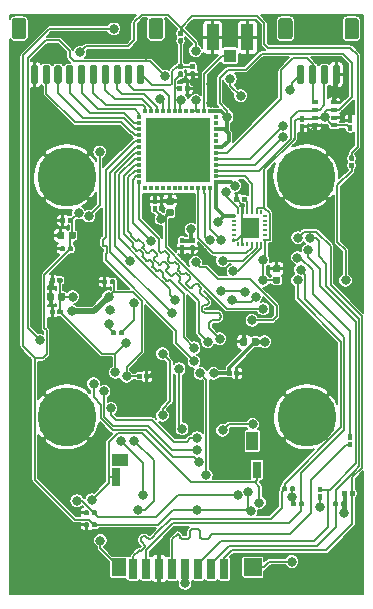
<source format=gbr>
G04 #@! TF.GenerationSoftware,KiCad,Pcbnew,(5.1.4)-1*
G04 #@! TF.CreationDate,2019-11-25T09:31:26+01:00*
G04 #@! TF.ProjectId,V3S_ESP32_Feather,5633535f-4553-4503-9332-5f4665617468,rev?*
G04 #@! TF.SameCoordinates,Original*
G04 #@! TF.FileFunction,Copper,L1,Top*
G04 #@! TF.FilePolarity,Positive*
%FSLAX46Y46*%
G04 Gerber Fmt 4.6, Leading zero omitted, Abs format (unit mm)*
G04 Created by KiCad (PCBNEW (5.1.4)-1) date 2019-11-25 09:31:26*
%MOMM*%
%LPD*%
G04 APERTURE LIST*
%ADD10C,0.100000*%
%ADD11C,0.400000*%
%ADD12C,0.590000*%
%ADD13R,0.250000X0.350000*%
%ADD14R,0.350000X0.250000*%
%ADD15R,1.540000X1.700000*%
%ADD16C,1.200000*%
%ADD17C,0.600000*%
%ADD18R,0.500000X0.350000*%
%ADD19C,0.800000*%
%ADD20C,5.000000*%
%ADD21R,1.000000X1.550000*%
%ADD22R,1.500000X1.500000*%
%ADD23R,0.700000X1.750000*%
%ADD24R,0.800000X1.400000*%
%ADD25R,1.450000X1.000000*%
%ADD26R,0.800000X1.500000*%
%ADD27R,1.300000X1.500000*%
%ADD28R,1.050000X1.100000*%
%ADD29R,1.100000X2.250000*%
%ADD30R,0.350000X0.450000*%
%ADD31R,0.450000X0.350000*%
%ADD32R,5.400000X5.400000*%
%ADD33C,0.150000*%
%ADD34C,0.300000*%
%ADD35C,0.500000*%
G04 APERTURE END LIST*
D10*
G36*
X37701802Y-22543982D02*
G01*
X37711509Y-22545421D01*
X37721028Y-22547806D01*
X37730268Y-22551112D01*
X37739140Y-22555308D01*
X37747557Y-22560353D01*
X37755439Y-22566199D01*
X37762711Y-22572789D01*
X37769301Y-22580061D01*
X37775147Y-22587943D01*
X37780192Y-22596360D01*
X37784388Y-22605232D01*
X37787694Y-22614472D01*
X37790079Y-22623991D01*
X37791518Y-22633698D01*
X37792000Y-22643500D01*
X37792000Y-22903500D01*
X37791518Y-22913302D01*
X37790079Y-22923009D01*
X37787694Y-22932528D01*
X37784388Y-22941768D01*
X37780192Y-22950640D01*
X37775147Y-22959057D01*
X37769301Y-22966939D01*
X37762711Y-22974211D01*
X37755439Y-22980801D01*
X37747557Y-22986647D01*
X37739140Y-22991692D01*
X37730268Y-22995888D01*
X37721028Y-22999194D01*
X37711509Y-23001579D01*
X37701802Y-23003018D01*
X37692000Y-23003500D01*
X37492000Y-23003500D01*
X37482198Y-23003018D01*
X37472491Y-23001579D01*
X37462972Y-22999194D01*
X37453732Y-22995888D01*
X37444860Y-22991692D01*
X37436443Y-22986647D01*
X37428561Y-22980801D01*
X37421289Y-22974211D01*
X37414699Y-22966939D01*
X37408853Y-22959057D01*
X37403808Y-22950640D01*
X37399612Y-22941768D01*
X37396306Y-22932528D01*
X37393921Y-22923009D01*
X37392482Y-22913302D01*
X37392000Y-22903500D01*
X37392000Y-22643500D01*
X37392482Y-22633698D01*
X37393921Y-22623991D01*
X37396306Y-22614472D01*
X37399612Y-22605232D01*
X37403808Y-22596360D01*
X37408853Y-22587943D01*
X37414699Y-22580061D01*
X37421289Y-22572789D01*
X37428561Y-22566199D01*
X37436443Y-22560353D01*
X37444860Y-22555308D01*
X37453732Y-22551112D01*
X37462972Y-22547806D01*
X37472491Y-22545421D01*
X37482198Y-22543982D01*
X37492000Y-22543500D01*
X37692000Y-22543500D01*
X37701802Y-22543982D01*
X37701802Y-22543982D01*
G37*
D11*
X37592000Y-22773500D03*
D10*
G36*
X37701802Y-21903982D02*
G01*
X37711509Y-21905421D01*
X37721028Y-21907806D01*
X37730268Y-21911112D01*
X37739140Y-21915308D01*
X37747557Y-21920353D01*
X37755439Y-21926199D01*
X37762711Y-21932789D01*
X37769301Y-21940061D01*
X37775147Y-21947943D01*
X37780192Y-21956360D01*
X37784388Y-21965232D01*
X37787694Y-21974472D01*
X37790079Y-21983991D01*
X37791518Y-21993698D01*
X37792000Y-22003500D01*
X37792000Y-22263500D01*
X37791518Y-22273302D01*
X37790079Y-22283009D01*
X37787694Y-22292528D01*
X37784388Y-22301768D01*
X37780192Y-22310640D01*
X37775147Y-22319057D01*
X37769301Y-22326939D01*
X37762711Y-22334211D01*
X37755439Y-22340801D01*
X37747557Y-22346647D01*
X37739140Y-22351692D01*
X37730268Y-22355888D01*
X37721028Y-22359194D01*
X37711509Y-22361579D01*
X37701802Y-22363018D01*
X37692000Y-22363500D01*
X37492000Y-22363500D01*
X37482198Y-22363018D01*
X37472491Y-22361579D01*
X37462972Y-22359194D01*
X37453732Y-22355888D01*
X37444860Y-22351692D01*
X37436443Y-22346647D01*
X37428561Y-22340801D01*
X37421289Y-22334211D01*
X37414699Y-22326939D01*
X37408853Y-22319057D01*
X37403808Y-22310640D01*
X37399612Y-22301768D01*
X37396306Y-22292528D01*
X37393921Y-22283009D01*
X37392482Y-22273302D01*
X37392000Y-22263500D01*
X37392000Y-22003500D01*
X37392482Y-21993698D01*
X37393921Y-21983991D01*
X37396306Y-21974472D01*
X37399612Y-21965232D01*
X37403808Y-21956360D01*
X37408853Y-21947943D01*
X37414699Y-21940061D01*
X37421289Y-21932789D01*
X37428561Y-21926199D01*
X37436443Y-21920353D01*
X37444860Y-21915308D01*
X37453732Y-21911112D01*
X37462972Y-21907806D01*
X37472491Y-21905421D01*
X37482198Y-21903982D01*
X37492000Y-21903500D01*
X37692000Y-21903500D01*
X37701802Y-21903982D01*
X37701802Y-21903982D01*
G37*
D11*
X37592000Y-22133500D03*
D10*
G36*
X52179802Y-33110482D02*
G01*
X52189509Y-33111921D01*
X52199028Y-33114306D01*
X52208268Y-33117612D01*
X52217140Y-33121808D01*
X52225557Y-33126853D01*
X52233439Y-33132699D01*
X52240711Y-33139289D01*
X52247301Y-33146561D01*
X52253147Y-33154443D01*
X52258192Y-33162860D01*
X52262388Y-33171732D01*
X52265694Y-33180972D01*
X52268079Y-33190491D01*
X52269518Y-33200198D01*
X52270000Y-33210000D01*
X52270000Y-33470000D01*
X52269518Y-33479802D01*
X52268079Y-33489509D01*
X52265694Y-33499028D01*
X52262388Y-33508268D01*
X52258192Y-33517140D01*
X52253147Y-33525557D01*
X52247301Y-33533439D01*
X52240711Y-33540711D01*
X52233439Y-33547301D01*
X52225557Y-33553147D01*
X52217140Y-33558192D01*
X52208268Y-33562388D01*
X52199028Y-33565694D01*
X52189509Y-33568079D01*
X52179802Y-33569518D01*
X52170000Y-33570000D01*
X51970000Y-33570000D01*
X51960198Y-33569518D01*
X51950491Y-33568079D01*
X51940972Y-33565694D01*
X51931732Y-33562388D01*
X51922860Y-33558192D01*
X51914443Y-33553147D01*
X51906561Y-33547301D01*
X51899289Y-33540711D01*
X51892699Y-33533439D01*
X51886853Y-33525557D01*
X51881808Y-33517140D01*
X51877612Y-33508268D01*
X51874306Y-33499028D01*
X51871921Y-33489509D01*
X51870482Y-33479802D01*
X51870000Y-33470000D01*
X51870000Y-33210000D01*
X51870482Y-33200198D01*
X51871921Y-33190491D01*
X51874306Y-33180972D01*
X51877612Y-33171732D01*
X51881808Y-33162860D01*
X51886853Y-33154443D01*
X51892699Y-33146561D01*
X51899289Y-33139289D01*
X51906561Y-33132699D01*
X51914443Y-33126853D01*
X51922860Y-33121808D01*
X51931732Y-33117612D01*
X51940972Y-33114306D01*
X51950491Y-33111921D01*
X51960198Y-33110482D01*
X51970000Y-33110000D01*
X52170000Y-33110000D01*
X52179802Y-33110482D01*
X52179802Y-33110482D01*
G37*
D11*
X52070000Y-33340000D03*
D10*
G36*
X52179802Y-32470482D02*
G01*
X52189509Y-32471921D01*
X52199028Y-32474306D01*
X52208268Y-32477612D01*
X52217140Y-32481808D01*
X52225557Y-32486853D01*
X52233439Y-32492699D01*
X52240711Y-32499289D01*
X52247301Y-32506561D01*
X52253147Y-32514443D01*
X52258192Y-32522860D01*
X52262388Y-32531732D01*
X52265694Y-32540972D01*
X52268079Y-32550491D01*
X52269518Y-32560198D01*
X52270000Y-32570000D01*
X52270000Y-32830000D01*
X52269518Y-32839802D01*
X52268079Y-32849509D01*
X52265694Y-32859028D01*
X52262388Y-32868268D01*
X52258192Y-32877140D01*
X52253147Y-32885557D01*
X52247301Y-32893439D01*
X52240711Y-32900711D01*
X52233439Y-32907301D01*
X52225557Y-32913147D01*
X52217140Y-32918192D01*
X52208268Y-32922388D01*
X52199028Y-32925694D01*
X52189509Y-32928079D01*
X52179802Y-32929518D01*
X52170000Y-32930000D01*
X51970000Y-32930000D01*
X51960198Y-32929518D01*
X51950491Y-32928079D01*
X51940972Y-32925694D01*
X51931732Y-32922388D01*
X51922860Y-32918192D01*
X51914443Y-32913147D01*
X51906561Y-32907301D01*
X51899289Y-32900711D01*
X51892699Y-32893439D01*
X51886853Y-32885557D01*
X51881808Y-32877140D01*
X51877612Y-32868268D01*
X51874306Y-32859028D01*
X51871921Y-32849509D01*
X51870482Y-32839802D01*
X51870000Y-32830000D01*
X51870000Y-32570000D01*
X51870482Y-32560198D01*
X51871921Y-32550491D01*
X51874306Y-32540972D01*
X51877612Y-32531732D01*
X51881808Y-32522860D01*
X51886853Y-32514443D01*
X51892699Y-32506561D01*
X51899289Y-32499289D01*
X51906561Y-32492699D01*
X51914443Y-32486853D01*
X51922860Y-32481808D01*
X51931732Y-32477612D01*
X51940972Y-32474306D01*
X51950491Y-32471921D01*
X51960198Y-32470482D01*
X51970000Y-32470000D01*
X52170000Y-32470000D01*
X52179802Y-32470482D01*
X52179802Y-32470482D01*
G37*
D11*
X52070000Y-32700000D03*
D10*
G36*
X52052802Y-56092482D02*
G01*
X52062509Y-56093921D01*
X52072028Y-56096306D01*
X52081268Y-56099612D01*
X52090140Y-56103808D01*
X52098557Y-56108853D01*
X52106439Y-56114699D01*
X52113711Y-56121289D01*
X52120301Y-56128561D01*
X52126147Y-56136443D01*
X52131192Y-56144860D01*
X52135388Y-56153732D01*
X52138694Y-56162972D01*
X52141079Y-56172491D01*
X52142518Y-56182198D01*
X52143000Y-56192000D01*
X52143000Y-56452000D01*
X52142518Y-56461802D01*
X52141079Y-56471509D01*
X52138694Y-56481028D01*
X52135388Y-56490268D01*
X52131192Y-56499140D01*
X52126147Y-56507557D01*
X52120301Y-56515439D01*
X52113711Y-56522711D01*
X52106439Y-56529301D01*
X52098557Y-56535147D01*
X52090140Y-56540192D01*
X52081268Y-56544388D01*
X52072028Y-56547694D01*
X52062509Y-56550079D01*
X52052802Y-56551518D01*
X52043000Y-56552000D01*
X51843000Y-56552000D01*
X51833198Y-56551518D01*
X51823491Y-56550079D01*
X51813972Y-56547694D01*
X51804732Y-56544388D01*
X51795860Y-56540192D01*
X51787443Y-56535147D01*
X51779561Y-56529301D01*
X51772289Y-56522711D01*
X51765699Y-56515439D01*
X51759853Y-56507557D01*
X51754808Y-56499140D01*
X51750612Y-56490268D01*
X51747306Y-56481028D01*
X51744921Y-56471509D01*
X51743482Y-56461802D01*
X51743000Y-56452000D01*
X51743000Y-56192000D01*
X51743482Y-56182198D01*
X51744921Y-56172491D01*
X51747306Y-56162972D01*
X51750612Y-56153732D01*
X51754808Y-56144860D01*
X51759853Y-56136443D01*
X51765699Y-56128561D01*
X51772289Y-56121289D01*
X51779561Y-56114699D01*
X51787443Y-56108853D01*
X51795860Y-56103808D01*
X51804732Y-56099612D01*
X51813972Y-56096306D01*
X51823491Y-56093921D01*
X51833198Y-56092482D01*
X51843000Y-56092000D01*
X52043000Y-56092000D01*
X52052802Y-56092482D01*
X52052802Y-56092482D01*
G37*
D11*
X51943000Y-56322000D03*
D10*
G36*
X52052802Y-56732482D02*
G01*
X52062509Y-56733921D01*
X52072028Y-56736306D01*
X52081268Y-56739612D01*
X52090140Y-56743808D01*
X52098557Y-56748853D01*
X52106439Y-56754699D01*
X52113711Y-56761289D01*
X52120301Y-56768561D01*
X52126147Y-56776443D01*
X52131192Y-56784860D01*
X52135388Y-56793732D01*
X52138694Y-56802972D01*
X52141079Y-56812491D01*
X52142518Y-56822198D01*
X52143000Y-56832000D01*
X52143000Y-57092000D01*
X52142518Y-57101802D01*
X52141079Y-57111509D01*
X52138694Y-57121028D01*
X52135388Y-57130268D01*
X52131192Y-57139140D01*
X52126147Y-57147557D01*
X52120301Y-57155439D01*
X52113711Y-57162711D01*
X52106439Y-57169301D01*
X52098557Y-57175147D01*
X52090140Y-57180192D01*
X52081268Y-57184388D01*
X52072028Y-57187694D01*
X52062509Y-57190079D01*
X52052802Y-57191518D01*
X52043000Y-57192000D01*
X51843000Y-57192000D01*
X51833198Y-57191518D01*
X51823491Y-57190079D01*
X51813972Y-57187694D01*
X51804732Y-57184388D01*
X51795860Y-57180192D01*
X51787443Y-57175147D01*
X51779561Y-57169301D01*
X51772289Y-57162711D01*
X51765699Y-57155439D01*
X51759853Y-57147557D01*
X51754808Y-57139140D01*
X51750612Y-57130268D01*
X51747306Y-57121028D01*
X51744921Y-57111509D01*
X51743482Y-57101802D01*
X51743000Y-57092000D01*
X51743000Y-56832000D01*
X51743482Y-56822198D01*
X51744921Y-56812491D01*
X51747306Y-56802972D01*
X51750612Y-56793732D01*
X51754808Y-56784860D01*
X51759853Y-56776443D01*
X51765699Y-56768561D01*
X51772289Y-56761289D01*
X51779561Y-56754699D01*
X51787443Y-56748853D01*
X51795860Y-56743808D01*
X51804732Y-56739612D01*
X51813972Y-56736306D01*
X51823491Y-56733921D01*
X51833198Y-56732482D01*
X51843000Y-56732000D01*
X52043000Y-56732000D01*
X52052802Y-56732482D01*
X52052802Y-56732482D01*
G37*
D11*
X51943000Y-56962000D03*
D10*
G36*
X38305802Y-26597482D02*
G01*
X38315509Y-26598921D01*
X38325028Y-26601306D01*
X38334268Y-26604612D01*
X38343140Y-26608808D01*
X38351557Y-26613853D01*
X38359439Y-26619699D01*
X38366711Y-26626289D01*
X38373301Y-26633561D01*
X38379147Y-26641443D01*
X38384192Y-26649860D01*
X38388388Y-26658732D01*
X38391694Y-26667972D01*
X38394079Y-26677491D01*
X38395518Y-26687198D01*
X38396000Y-26697000D01*
X38396000Y-26897000D01*
X38395518Y-26906802D01*
X38394079Y-26916509D01*
X38391694Y-26926028D01*
X38388388Y-26935268D01*
X38384192Y-26944140D01*
X38379147Y-26952557D01*
X38373301Y-26960439D01*
X38366711Y-26967711D01*
X38359439Y-26974301D01*
X38351557Y-26980147D01*
X38343140Y-26985192D01*
X38334268Y-26989388D01*
X38325028Y-26992694D01*
X38315509Y-26995079D01*
X38305802Y-26996518D01*
X38296000Y-26997000D01*
X38036000Y-26997000D01*
X38026198Y-26996518D01*
X38016491Y-26995079D01*
X38006972Y-26992694D01*
X37997732Y-26989388D01*
X37988860Y-26985192D01*
X37980443Y-26980147D01*
X37972561Y-26974301D01*
X37965289Y-26967711D01*
X37958699Y-26960439D01*
X37952853Y-26952557D01*
X37947808Y-26944140D01*
X37943612Y-26935268D01*
X37940306Y-26926028D01*
X37937921Y-26916509D01*
X37936482Y-26906802D01*
X37936000Y-26897000D01*
X37936000Y-26697000D01*
X37936482Y-26687198D01*
X37937921Y-26677491D01*
X37940306Y-26667972D01*
X37943612Y-26658732D01*
X37947808Y-26649860D01*
X37952853Y-26641443D01*
X37958699Y-26633561D01*
X37965289Y-26626289D01*
X37972561Y-26619699D01*
X37980443Y-26613853D01*
X37988860Y-26608808D01*
X37997732Y-26604612D01*
X38006972Y-26601306D01*
X38016491Y-26598921D01*
X38026198Y-26597482D01*
X38036000Y-26597000D01*
X38296000Y-26597000D01*
X38305802Y-26597482D01*
X38305802Y-26597482D01*
G37*
D11*
X38166000Y-26797000D03*
D10*
G36*
X37665802Y-26597482D02*
G01*
X37675509Y-26598921D01*
X37685028Y-26601306D01*
X37694268Y-26604612D01*
X37703140Y-26608808D01*
X37711557Y-26613853D01*
X37719439Y-26619699D01*
X37726711Y-26626289D01*
X37733301Y-26633561D01*
X37739147Y-26641443D01*
X37744192Y-26649860D01*
X37748388Y-26658732D01*
X37751694Y-26667972D01*
X37754079Y-26677491D01*
X37755518Y-26687198D01*
X37756000Y-26697000D01*
X37756000Y-26897000D01*
X37755518Y-26906802D01*
X37754079Y-26916509D01*
X37751694Y-26926028D01*
X37748388Y-26935268D01*
X37744192Y-26944140D01*
X37739147Y-26952557D01*
X37733301Y-26960439D01*
X37726711Y-26967711D01*
X37719439Y-26974301D01*
X37711557Y-26980147D01*
X37703140Y-26985192D01*
X37694268Y-26989388D01*
X37685028Y-26992694D01*
X37675509Y-26995079D01*
X37665802Y-26996518D01*
X37656000Y-26997000D01*
X37396000Y-26997000D01*
X37386198Y-26996518D01*
X37376491Y-26995079D01*
X37366972Y-26992694D01*
X37357732Y-26989388D01*
X37348860Y-26985192D01*
X37340443Y-26980147D01*
X37332561Y-26974301D01*
X37325289Y-26967711D01*
X37318699Y-26960439D01*
X37312853Y-26952557D01*
X37307808Y-26944140D01*
X37303612Y-26935268D01*
X37300306Y-26926028D01*
X37297921Y-26916509D01*
X37296482Y-26906802D01*
X37296000Y-26897000D01*
X37296000Y-26697000D01*
X37296482Y-26687198D01*
X37297921Y-26677491D01*
X37300306Y-26667972D01*
X37303612Y-26658732D01*
X37307808Y-26649860D01*
X37312853Y-26641443D01*
X37318699Y-26633561D01*
X37325289Y-26626289D01*
X37332561Y-26619699D01*
X37340443Y-26613853D01*
X37348860Y-26608808D01*
X37357732Y-26604612D01*
X37366972Y-26601306D01*
X37376491Y-26598921D01*
X37386198Y-26597482D01*
X37396000Y-26597000D01*
X37656000Y-26597000D01*
X37665802Y-26597482D01*
X37665802Y-26597482D01*
G37*
D11*
X37526000Y-26797000D03*
D10*
G36*
X34876802Y-50981482D02*
G01*
X34886509Y-50982921D01*
X34896028Y-50985306D01*
X34905268Y-50988612D01*
X34914140Y-50992808D01*
X34922557Y-50997853D01*
X34930439Y-51003699D01*
X34937711Y-51010289D01*
X34944301Y-51017561D01*
X34950147Y-51025443D01*
X34955192Y-51033860D01*
X34959388Y-51042732D01*
X34962694Y-51051972D01*
X34965079Y-51061491D01*
X34966518Y-51071198D01*
X34967000Y-51081000D01*
X34967000Y-51281000D01*
X34966518Y-51290802D01*
X34965079Y-51300509D01*
X34962694Y-51310028D01*
X34959388Y-51319268D01*
X34955192Y-51328140D01*
X34950147Y-51336557D01*
X34944301Y-51344439D01*
X34937711Y-51351711D01*
X34930439Y-51358301D01*
X34922557Y-51364147D01*
X34914140Y-51369192D01*
X34905268Y-51373388D01*
X34896028Y-51376694D01*
X34886509Y-51379079D01*
X34876802Y-51380518D01*
X34867000Y-51381000D01*
X34607000Y-51381000D01*
X34597198Y-51380518D01*
X34587491Y-51379079D01*
X34577972Y-51376694D01*
X34568732Y-51373388D01*
X34559860Y-51369192D01*
X34551443Y-51364147D01*
X34543561Y-51358301D01*
X34536289Y-51351711D01*
X34529699Y-51344439D01*
X34523853Y-51336557D01*
X34518808Y-51328140D01*
X34514612Y-51319268D01*
X34511306Y-51310028D01*
X34508921Y-51300509D01*
X34507482Y-51290802D01*
X34507000Y-51281000D01*
X34507000Y-51081000D01*
X34507482Y-51071198D01*
X34508921Y-51061491D01*
X34511306Y-51051972D01*
X34514612Y-51042732D01*
X34518808Y-51033860D01*
X34523853Y-51025443D01*
X34529699Y-51017561D01*
X34536289Y-51010289D01*
X34543561Y-51003699D01*
X34551443Y-50997853D01*
X34559860Y-50992808D01*
X34568732Y-50988612D01*
X34577972Y-50985306D01*
X34587491Y-50982921D01*
X34597198Y-50981482D01*
X34607000Y-50981000D01*
X34867000Y-50981000D01*
X34876802Y-50981482D01*
X34876802Y-50981482D01*
G37*
D11*
X34737000Y-51181000D03*
D10*
G36*
X34236802Y-50981482D02*
G01*
X34246509Y-50982921D01*
X34256028Y-50985306D01*
X34265268Y-50988612D01*
X34274140Y-50992808D01*
X34282557Y-50997853D01*
X34290439Y-51003699D01*
X34297711Y-51010289D01*
X34304301Y-51017561D01*
X34310147Y-51025443D01*
X34315192Y-51033860D01*
X34319388Y-51042732D01*
X34322694Y-51051972D01*
X34325079Y-51061491D01*
X34326518Y-51071198D01*
X34327000Y-51081000D01*
X34327000Y-51281000D01*
X34326518Y-51290802D01*
X34325079Y-51300509D01*
X34322694Y-51310028D01*
X34319388Y-51319268D01*
X34315192Y-51328140D01*
X34310147Y-51336557D01*
X34304301Y-51344439D01*
X34297711Y-51351711D01*
X34290439Y-51358301D01*
X34282557Y-51364147D01*
X34274140Y-51369192D01*
X34265268Y-51373388D01*
X34256028Y-51376694D01*
X34246509Y-51379079D01*
X34236802Y-51380518D01*
X34227000Y-51381000D01*
X33967000Y-51381000D01*
X33957198Y-51380518D01*
X33947491Y-51379079D01*
X33937972Y-51376694D01*
X33928732Y-51373388D01*
X33919860Y-51369192D01*
X33911443Y-51364147D01*
X33903561Y-51358301D01*
X33896289Y-51351711D01*
X33889699Y-51344439D01*
X33883853Y-51336557D01*
X33878808Y-51328140D01*
X33874612Y-51319268D01*
X33871306Y-51310028D01*
X33868921Y-51300509D01*
X33867482Y-51290802D01*
X33867000Y-51281000D01*
X33867000Y-51081000D01*
X33867482Y-51071198D01*
X33868921Y-51061491D01*
X33871306Y-51051972D01*
X33874612Y-51042732D01*
X33878808Y-51033860D01*
X33883853Y-51025443D01*
X33889699Y-51017561D01*
X33896289Y-51010289D01*
X33903561Y-51003699D01*
X33911443Y-50997853D01*
X33919860Y-50992808D01*
X33928732Y-50988612D01*
X33937972Y-50985306D01*
X33947491Y-50982921D01*
X33957198Y-50981482D01*
X33967000Y-50981000D01*
X34227000Y-50981000D01*
X34236802Y-50981482D01*
X34236802Y-50981482D01*
G37*
D11*
X34097000Y-51181000D03*
D10*
G36*
X27759802Y-37773482D02*
G01*
X27769509Y-37774921D01*
X27779028Y-37777306D01*
X27788268Y-37780612D01*
X27797140Y-37784808D01*
X27805557Y-37789853D01*
X27813439Y-37795699D01*
X27820711Y-37802289D01*
X27827301Y-37809561D01*
X27833147Y-37817443D01*
X27838192Y-37825860D01*
X27842388Y-37834732D01*
X27845694Y-37843972D01*
X27848079Y-37853491D01*
X27849518Y-37863198D01*
X27850000Y-37873000D01*
X27850000Y-38073000D01*
X27849518Y-38082802D01*
X27848079Y-38092509D01*
X27845694Y-38102028D01*
X27842388Y-38111268D01*
X27838192Y-38120140D01*
X27833147Y-38128557D01*
X27827301Y-38136439D01*
X27820711Y-38143711D01*
X27813439Y-38150301D01*
X27805557Y-38156147D01*
X27797140Y-38161192D01*
X27788268Y-38165388D01*
X27779028Y-38168694D01*
X27769509Y-38171079D01*
X27759802Y-38172518D01*
X27750000Y-38173000D01*
X27490000Y-38173000D01*
X27480198Y-38172518D01*
X27470491Y-38171079D01*
X27460972Y-38168694D01*
X27451732Y-38165388D01*
X27442860Y-38161192D01*
X27434443Y-38156147D01*
X27426561Y-38150301D01*
X27419289Y-38143711D01*
X27412699Y-38136439D01*
X27406853Y-38128557D01*
X27401808Y-38120140D01*
X27397612Y-38111268D01*
X27394306Y-38102028D01*
X27391921Y-38092509D01*
X27390482Y-38082802D01*
X27390000Y-38073000D01*
X27390000Y-37873000D01*
X27390482Y-37863198D01*
X27391921Y-37853491D01*
X27394306Y-37843972D01*
X27397612Y-37834732D01*
X27401808Y-37825860D01*
X27406853Y-37817443D01*
X27412699Y-37809561D01*
X27419289Y-37802289D01*
X27426561Y-37795699D01*
X27434443Y-37789853D01*
X27442860Y-37784808D01*
X27451732Y-37780612D01*
X27460972Y-37777306D01*
X27470491Y-37774921D01*
X27480198Y-37773482D01*
X27490000Y-37773000D01*
X27750000Y-37773000D01*
X27759802Y-37773482D01*
X27759802Y-37773482D01*
G37*
D11*
X27620000Y-37973000D03*
D10*
G36*
X28399802Y-37773482D02*
G01*
X28409509Y-37774921D01*
X28419028Y-37777306D01*
X28428268Y-37780612D01*
X28437140Y-37784808D01*
X28445557Y-37789853D01*
X28453439Y-37795699D01*
X28460711Y-37802289D01*
X28467301Y-37809561D01*
X28473147Y-37817443D01*
X28478192Y-37825860D01*
X28482388Y-37834732D01*
X28485694Y-37843972D01*
X28488079Y-37853491D01*
X28489518Y-37863198D01*
X28490000Y-37873000D01*
X28490000Y-38073000D01*
X28489518Y-38082802D01*
X28488079Y-38092509D01*
X28485694Y-38102028D01*
X28482388Y-38111268D01*
X28478192Y-38120140D01*
X28473147Y-38128557D01*
X28467301Y-38136439D01*
X28460711Y-38143711D01*
X28453439Y-38150301D01*
X28445557Y-38156147D01*
X28437140Y-38161192D01*
X28428268Y-38165388D01*
X28419028Y-38168694D01*
X28409509Y-38171079D01*
X28399802Y-38172518D01*
X28390000Y-38173000D01*
X28130000Y-38173000D01*
X28120198Y-38172518D01*
X28110491Y-38171079D01*
X28100972Y-38168694D01*
X28091732Y-38165388D01*
X28082860Y-38161192D01*
X28074443Y-38156147D01*
X28066561Y-38150301D01*
X28059289Y-38143711D01*
X28052699Y-38136439D01*
X28046853Y-38128557D01*
X28041808Y-38120140D01*
X28037612Y-38111268D01*
X28034306Y-38102028D01*
X28031921Y-38092509D01*
X28030482Y-38082802D01*
X28030000Y-38073000D01*
X28030000Y-37873000D01*
X28030482Y-37863198D01*
X28031921Y-37853491D01*
X28034306Y-37843972D01*
X28037612Y-37834732D01*
X28041808Y-37825860D01*
X28046853Y-37817443D01*
X28052699Y-37809561D01*
X28059289Y-37802289D01*
X28066561Y-37795699D01*
X28074443Y-37789853D01*
X28082860Y-37784808D01*
X28091732Y-37780612D01*
X28100972Y-37777306D01*
X28110491Y-37774921D01*
X28120198Y-37773482D01*
X28130000Y-37773000D01*
X28390000Y-37773000D01*
X28399802Y-37773482D01*
X28399802Y-37773482D01*
G37*
D11*
X28260000Y-37973000D03*
D10*
G36*
X31315802Y-42980482D02*
G01*
X31325509Y-42981921D01*
X31335028Y-42984306D01*
X31344268Y-42987612D01*
X31353140Y-42991808D01*
X31361557Y-42996853D01*
X31369439Y-43002699D01*
X31376711Y-43009289D01*
X31383301Y-43016561D01*
X31389147Y-43024443D01*
X31394192Y-43032860D01*
X31398388Y-43041732D01*
X31401694Y-43050972D01*
X31404079Y-43060491D01*
X31405518Y-43070198D01*
X31406000Y-43080000D01*
X31406000Y-43280000D01*
X31405518Y-43289802D01*
X31404079Y-43299509D01*
X31401694Y-43309028D01*
X31398388Y-43318268D01*
X31394192Y-43327140D01*
X31389147Y-43335557D01*
X31383301Y-43343439D01*
X31376711Y-43350711D01*
X31369439Y-43357301D01*
X31361557Y-43363147D01*
X31353140Y-43368192D01*
X31344268Y-43372388D01*
X31335028Y-43375694D01*
X31325509Y-43378079D01*
X31315802Y-43379518D01*
X31306000Y-43380000D01*
X31046000Y-43380000D01*
X31036198Y-43379518D01*
X31026491Y-43378079D01*
X31016972Y-43375694D01*
X31007732Y-43372388D01*
X30998860Y-43368192D01*
X30990443Y-43363147D01*
X30982561Y-43357301D01*
X30975289Y-43350711D01*
X30968699Y-43343439D01*
X30962853Y-43335557D01*
X30957808Y-43327140D01*
X30953612Y-43318268D01*
X30950306Y-43309028D01*
X30947921Y-43299509D01*
X30946482Y-43289802D01*
X30946000Y-43280000D01*
X30946000Y-43080000D01*
X30946482Y-43070198D01*
X30947921Y-43060491D01*
X30950306Y-43050972D01*
X30953612Y-43041732D01*
X30957808Y-43032860D01*
X30962853Y-43024443D01*
X30968699Y-43016561D01*
X30975289Y-43009289D01*
X30982561Y-43002699D01*
X30990443Y-42996853D01*
X30998860Y-42991808D01*
X31007732Y-42987612D01*
X31016972Y-42984306D01*
X31026491Y-42981921D01*
X31036198Y-42980482D01*
X31046000Y-42980000D01*
X31306000Y-42980000D01*
X31315802Y-42980482D01*
X31315802Y-42980482D01*
G37*
D11*
X31176000Y-43180000D03*
D10*
G36*
X31955802Y-42980482D02*
G01*
X31965509Y-42981921D01*
X31975028Y-42984306D01*
X31984268Y-42987612D01*
X31993140Y-42991808D01*
X32001557Y-42996853D01*
X32009439Y-43002699D01*
X32016711Y-43009289D01*
X32023301Y-43016561D01*
X32029147Y-43024443D01*
X32034192Y-43032860D01*
X32038388Y-43041732D01*
X32041694Y-43050972D01*
X32044079Y-43060491D01*
X32045518Y-43070198D01*
X32046000Y-43080000D01*
X32046000Y-43280000D01*
X32045518Y-43289802D01*
X32044079Y-43299509D01*
X32041694Y-43309028D01*
X32038388Y-43318268D01*
X32034192Y-43327140D01*
X32029147Y-43335557D01*
X32023301Y-43343439D01*
X32016711Y-43350711D01*
X32009439Y-43357301D01*
X32001557Y-43363147D01*
X31993140Y-43368192D01*
X31984268Y-43372388D01*
X31975028Y-43375694D01*
X31965509Y-43378079D01*
X31955802Y-43379518D01*
X31946000Y-43380000D01*
X31686000Y-43380000D01*
X31676198Y-43379518D01*
X31666491Y-43378079D01*
X31656972Y-43375694D01*
X31647732Y-43372388D01*
X31638860Y-43368192D01*
X31630443Y-43363147D01*
X31622561Y-43357301D01*
X31615289Y-43350711D01*
X31608699Y-43343439D01*
X31602853Y-43335557D01*
X31597808Y-43327140D01*
X31593612Y-43318268D01*
X31590306Y-43309028D01*
X31587921Y-43299509D01*
X31586482Y-43289802D01*
X31586000Y-43280000D01*
X31586000Y-43080000D01*
X31586482Y-43070198D01*
X31587921Y-43060491D01*
X31590306Y-43050972D01*
X31593612Y-43041732D01*
X31597808Y-43032860D01*
X31602853Y-43024443D01*
X31608699Y-43016561D01*
X31615289Y-43009289D01*
X31622561Y-43002699D01*
X31630443Y-42996853D01*
X31638860Y-42991808D01*
X31647732Y-42987612D01*
X31656972Y-42984306D01*
X31666491Y-42981921D01*
X31676198Y-42980482D01*
X31686000Y-42980000D01*
X31946000Y-42980000D01*
X31955802Y-42980482D01*
X31955802Y-42980482D01*
G37*
D11*
X31816000Y-43180000D03*
D10*
G36*
X36889958Y-37020710D02*
G01*
X36904276Y-37022834D01*
X36918317Y-37026351D01*
X36931946Y-37031228D01*
X36945031Y-37037417D01*
X36957447Y-37044858D01*
X36969073Y-37053481D01*
X36979798Y-37063202D01*
X36989519Y-37073927D01*
X36998142Y-37085553D01*
X37005583Y-37097969D01*
X37011772Y-37111054D01*
X37016649Y-37124683D01*
X37020166Y-37138724D01*
X37022290Y-37153042D01*
X37023000Y-37167500D01*
X37023000Y-37462500D01*
X37022290Y-37476958D01*
X37020166Y-37491276D01*
X37016649Y-37505317D01*
X37011772Y-37518946D01*
X37005583Y-37532031D01*
X36998142Y-37544447D01*
X36989519Y-37556073D01*
X36979798Y-37566798D01*
X36969073Y-37576519D01*
X36957447Y-37585142D01*
X36945031Y-37592583D01*
X36931946Y-37598772D01*
X36918317Y-37603649D01*
X36904276Y-37607166D01*
X36889958Y-37609290D01*
X36875500Y-37610000D01*
X36530500Y-37610000D01*
X36516042Y-37609290D01*
X36501724Y-37607166D01*
X36487683Y-37603649D01*
X36474054Y-37598772D01*
X36460969Y-37592583D01*
X36448553Y-37585142D01*
X36436927Y-37576519D01*
X36426202Y-37566798D01*
X36416481Y-37556073D01*
X36407858Y-37544447D01*
X36400417Y-37532031D01*
X36394228Y-37518946D01*
X36389351Y-37505317D01*
X36385834Y-37491276D01*
X36383710Y-37476958D01*
X36383000Y-37462500D01*
X36383000Y-37167500D01*
X36383710Y-37153042D01*
X36385834Y-37138724D01*
X36389351Y-37124683D01*
X36394228Y-37111054D01*
X36400417Y-37097969D01*
X36407858Y-37085553D01*
X36416481Y-37073927D01*
X36426202Y-37063202D01*
X36436927Y-37053481D01*
X36448553Y-37044858D01*
X36460969Y-37037417D01*
X36474054Y-37031228D01*
X36487683Y-37026351D01*
X36501724Y-37022834D01*
X36516042Y-37020710D01*
X36530500Y-37020000D01*
X36875500Y-37020000D01*
X36889958Y-37020710D01*
X36889958Y-37020710D01*
G37*
D12*
X36703000Y-37315000D03*
D10*
G36*
X36889958Y-36050710D02*
G01*
X36904276Y-36052834D01*
X36918317Y-36056351D01*
X36931946Y-36061228D01*
X36945031Y-36067417D01*
X36957447Y-36074858D01*
X36969073Y-36083481D01*
X36979798Y-36093202D01*
X36989519Y-36103927D01*
X36998142Y-36115553D01*
X37005583Y-36127969D01*
X37011772Y-36141054D01*
X37016649Y-36154683D01*
X37020166Y-36168724D01*
X37022290Y-36183042D01*
X37023000Y-36197500D01*
X37023000Y-36492500D01*
X37022290Y-36506958D01*
X37020166Y-36521276D01*
X37016649Y-36535317D01*
X37011772Y-36548946D01*
X37005583Y-36562031D01*
X36998142Y-36574447D01*
X36989519Y-36586073D01*
X36979798Y-36596798D01*
X36969073Y-36606519D01*
X36957447Y-36615142D01*
X36945031Y-36622583D01*
X36931946Y-36628772D01*
X36918317Y-36633649D01*
X36904276Y-36637166D01*
X36889958Y-36639290D01*
X36875500Y-36640000D01*
X36530500Y-36640000D01*
X36516042Y-36639290D01*
X36501724Y-36637166D01*
X36487683Y-36633649D01*
X36474054Y-36628772D01*
X36460969Y-36622583D01*
X36448553Y-36615142D01*
X36436927Y-36606519D01*
X36426202Y-36596798D01*
X36416481Y-36586073D01*
X36407858Y-36574447D01*
X36400417Y-36562031D01*
X36394228Y-36548946D01*
X36389351Y-36535317D01*
X36385834Y-36521276D01*
X36383710Y-36506958D01*
X36383000Y-36492500D01*
X36383000Y-36197500D01*
X36383710Y-36183042D01*
X36385834Y-36168724D01*
X36389351Y-36154683D01*
X36394228Y-36141054D01*
X36400417Y-36127969D01*
X36407858Y-36115553D01*
X36416481Y-36103927D01*
X36426202Y-36093202D01*
X36436927Y-36083481D01*
X36448553Y-36074858D01*
X36460969Y-36067417D01*
X36474054Y-36061228D01*
X36487683Y-36056351D01*
X36501724Y-36052834D01*
X36516042Y-36050710D01*
X36530500Y-36050000D01*
X36875500Y-36050000D01*
X36889958Y-36050710D01*
X36889958Y-36050710D01*
G37*
D12*
X36703000Y-36345000D03*
D10*
G36*
X50873802Y-61776482D02*
G01*
X50883509Y-61777921D01*
X50893028Y-61780306D01*
X50902268Y-61783612D01*
X50911140Y-61787808D01*
X50919557Y-61792853D01*
X50927439Y-61798699D01*
X50934711Y-61805289D01*
X50941301Y-61812561D01*
X50947147Y-61820443D01*
X50952192Y-61828860D01*
X50956388Y-61837732D01*
X50959694Y-61846972D01*
X50962079Y-61856491D01*
X50963518Y-61866198D01*
X50964000Y-61876000D01*
X50964000Y-62076000D01*
X50963518Y-62085802D01*
X50962079Y-62095509D01*
X50959694Y-62105028D01*
X50956388Y-62114268D01*
X50952192Y-62123140D01*
X50947147Y-62131557D01*
X50941301Y-62139439D01*
X50934711Y-62146711D01*
X50927439Y-62153301D01*
X50919557Y-62159147D01*
X50911140Y-62164192D01*
X50902268Y-62168388D01*
X50893028Y-62171694D01*
X50883509Y-62174079D01*
X50873802Y-62175518D01*
X50864000Y-62176000D01*
X50604000Y-62176000D01*
X50594198Y-62175518D01*
X50584491Y-62174079D01*
X50574972Y-62171694D01*
X50565732Y-62168388D01*
X50556860Y-62164192D01*
X50548443Y-62159147D01*
X50540561Y-62153301D01*
X50533289Y-62146711D01*
X50526699Y-62139439D01*
X50520853Y-62131557D01*
X50515808Y-62123140D01*
X50511612Y-62114268D01*
X50508306Y-62105028D01*
X50505921Y-62095509D01*
X50504482Y-62085802D01*
X50504000Y-62076000D01*
X50504000Y-61876000D01*
X50504482Y-61866198D01*
X50505921Y-61856491D01*
X50508306Y-61846972D01*
X50511612Y-61837732D01*
X50515808Y-61828860D01*
X50520853Y-61820443D01*
X50526699Y-61812561D01*
X50533289Y-61805289D01*
X50540561Y-61798699D01*
X50548443Y-61792853D01*
X50556860Y-61787808D01*
X50565732Y-61783612D01*
X50574972Y-61780306D01*
X50584491Y-61777921D01*
X50594198Y-61776482D01*
X50604000Y-61776000D01*
X50864000Y-61776000D01*
X50873802Y-61776482D01*
X50873802Y-61776482D01*
G37*
D11*
X50734000Y-61976000D03*
D10*
G36*
X51513802Y-61776482D02*
G01*
X51523509Y-61777921D01*
X51533028Y-61780306D01*
X51542268Y-61783612D01*
X51551140Y-61787808D01*
X51559557Y-61792853D01*
X51567439Y-61798699D01*
X51574711Y-61805289D01*
X51581301Y-61812561D01*
X51587147Y-61820443D01*
X51592192Y-61828860D01*
X51596388Y-61837732D01*
X51599694Y-61846972D01*
X51602079Y-61856491D01*
X51603518Y-61866198D01*
X51604000Y-61876000D01*
X51604000Y-62076000D01*
X51603518Y-62085802D01*
X51602079Y-62095509D01*
X51599694Y-62105028D01*
X51596388Y-62114268D01*
X51592192Y-62123140D01*
X51587147Y-62131557D01*
X51581301Y-62139439D01*
X51574711Y-62146711D01*
X51567439Y-62153301D01*
X51559557Y-62159147D01*
X51551140Y-62164192D01*
X51542268Y-62168388D01*
X51533028Y-62171694D01*
X51523509Y-62174079D01*
X51513802Y-62175518D01*
X51504000Y-62176000D01*
X51244000Y-62176000D01*
X51234198Y-62175518D01*
X51224491Y-62174079D01*
X51214972Y-62171694D01*
X51205732Y-62168388D01*
X51196860Y-62164192D01*
X51188443Y-62159147D01*
X51180561Y-62153301D01*
X51173289Y-62146711D01*
X51166699Y-62139439D01*
X51160853Y-62131557D01*
X51155808Y-62123140D01*
X51151612Y-62114268D01*
X51148306Y-62105028D01*
X51145921Y-62095509D01*
X51144482Y-62085802D01*
X51144000Y-62076000D01*
X51144000Y-61876000D01*
X51144482Y-61866198D01*
X51145921Y-61856491D01*
X51148306Y-61846972D01*
X51151612Y-61837732D01*
X51155808Y-61828860D01*
X51160853Y-61820443D01*
X51166699Y-61812561D01*
X51173289Y-61805289D01*
X51180561Y-61798699D01*
X51188443Y-61792853D01*
X51196860Y-61787808D01*
X51205732Y-61783612D01*
X51214972Y-61780306D01*
X51224491Y-61777921D01*
X51234198Y-61776482D01*
X51244000Y-61776000D01*
X51504000Y-61776000D01*
X51513802Y-61776482D01*
X51513802Y-61776482D01*
G37*
D11*
X51374000Y-61976000D03*
D10*
G36*
X49512802Y-60537482D02*
G01*
X49522509Y-60538921D01*
X49532028Y-60541306D01*
X49541268Y-60544612D01*
X49550140Y-60548808D01*
X49558557Y-60553853D01*
X49566439Y-60559699D01*
X49573711Y-60566289D01*
X49580301Y-60573561D01*
X49586147Y-60581443D01*
X49591192Y-60589860D01*
X49595388Y-60598732D01*
X49598694Y-60607972D01*
X49601079Y-60617491D01*
X49602518Y-60627198D01*
X49603000Y-60637000D01*
X49603000Y-60897000D01*
X49602518Y-60906802D01*
X49601079Y-60916509D01*
X49598694Y-60926028D01*
X49595388Y-60935268D01*
X49591192Y-60944140D01*
X49586147Y-60952557D01*
X49580301Y-60960439D01*
X49573711Y-60967711D01*
X49566439Y-60974301D01*
X49558557Y-60980147D01*
X49550140Y-60985192D01*
X49541268Y-60989388D01*
X49532028Y-60992694D01*
X49522509Y-60995079D01*
X49512802Y-60996518D01*
X49503000Y-60997000D01*
X49303000Y-60997000D01*
X49293198Y-60996518D01*
X49283491Y-60995079D01*
X49273972Y-60992694D01*
X49264732Y-60989388D01*
X49255860Y-60985192D01*
X49247443Y-60980147D01*
X49239561Y-60974301D01*
X49232289Y-60967711D01*
X49225699Y-60960439D01*
X49219853Y-60952557D01*
X49214808Y-60944140D01*
X49210612Y-60935268D01*
X49207306Y-60926028D01*
X49204921Y-60916509D01*
X49203482Y-60906802D01*
X49203000Y-60897000D01*
X49203000Y-60637000D01*
X49203482Y-60627198D01*
X49204921Y-60617491D01*
X49207306Y-60607972D01*
X49210612Y-60598732D01*
X49214808Y-60589860D01*
X49219853Y-60581443D01*
X49225699Y-60573561D01*
X49232289Y-60566289D01*
X49239561Y-60559699D01*
X49247443Y-60553853D01*
X49255860Y-60548808D01*
X49264732Y-60544612D01*
X49273972Y-60541306D01*
X49283491Y-60538921D01*
X49293198Y-60537482D01*
X49303000Y-60537000D01*
X49503000Y-60537000D01*
X49512802Y-60537482D01*
X49512802Y-60537482D01*
G37*
D11*
X49403000Y-60767000D03*
D10*
G36*
X49512802Y-61177482D02*
G01*
X49522509Y-61178921D01*
X49532028Y-61181306D01*
X49541268Y-61184612D01*
X49550140Y-61188808D01*
X49558557Y-61193853D01*
X49566439Y-61199699D01*
X49573711Y-61206289D01*
X49580301Y-61213561D01*
X49586147Y-61221443D01*
X49591192Y-61229860D01*
X49595388Y-61238732D01*
X49598694Y-61247972D01*
X49601079Y-61257491D01*
X49602518Y-61267198D01*
X49603000Y-61277000D01*
X49603000Y-61537000D01*
X49602518Y-61546802D01*
X49601079Y-61556509D01*
X49598694Y-61566028D01*
X49595388Y-61575268D01*
X49591192Y-61584140D01*
X49586147Y-61592557D01*
X49580301Y-61600439D01*
X49573711Y-61607711D01*
X49566439Y-61614301D01*
X49558557Y-61620147D01*
X49550140Y-61625192D01*
X49541268Y-61629388D01*
X49532028Y-61632694D01*
X49522509Y-61635079D01*
X49512802Y-61636518D01*
X49503000Y-61637000D01*
X49303000Y-61637000D01*
X49293198Y-61636518D01*
X49283491Y-61635079D01*
X49273972Y-61632694D01*
X49264732Y-61629388D01*
X49255860Y-61625192D01*
X49247443Y-61620147D01*
X49239561Y-61614301D01*
X49232289Y-61607711D01*
X49225699Y-61600439D01*
X49219853Y-61592557D01*
X49214808Y-61584140D01*
X49210612Y-61575268D01*
X49207306Y-61566028D01*
X49204921Y-61556509D01*
X49203482Y-61546802D01*
X49203000Y-61537000D01*
X49203000Y-61277000D01*
X49203482Y-61267198D01*
X49204921Y-61257491D01*
X49207306Y-61247972D01*
X49210612Y-61238732D01*
X49214808Y-61229860D01*
X49219853Y-61221443D01*
X49225699Y-61213561D01*
X49232289Y-61206289D01*
X49239561Y-61199699D01*
X49247443Y-61193853D01*
X49255860Y-61188808D01*
X49264732Y-61184612D01*
X49273972Y-61181306D01*
X49283491Y-61178921D01*
X49293198Y-61177482D01*
X49303000Y-61177000D01*
X49503000Y-61177000D01*
X49512802Y-61177482D01*
X49512802Y-61177482D01*
G37*
D11*
X49403000Y-61407000D03*
D10*
G36*
X47957802Y-61776482D02*
G01*
X47967509Y-61777921D01*
X47977028Y-61780306D01*
X47986268Y-61783612D01*
X47995140Y-61787808D01*
X48003557Y-61792853D01*
X48011439Y-61798699D01*
X48018711Y-61805289D01*
X48025301Y-61812561D01*
X48031147Y-61820443D01*
X48036192Y-61828860D01*
X48040388Y-61837732D01*
X48043694Y-61846972D01*
X48046079Y-61856491D01*
X48047518Y-61866198D01*
X48048000Y-61876000D01*
X48048000Y-62076000D01*
X48047518Y-62085802D01*
X48046079Y-62095509D01*
X48043694Y-62105028D01*
X48040388Y-62114268D01*
X48036192Y-62123140D01*
X48031147Y-62131557D01*
X48025301Y-62139439D01*
X48018711Y-62146711D01*
X48011439Y-62153301D01*
X48003557Y-62159147D01*
X47995140Y-62164192D01*
X47986268Y-62168388D01*
X47977028Y-62171694D01*
X47967509Y-62174079D01*
X47957802Y-62175518D01*
X47948000Y-62176000D01*
X47688000Y-62176000D01*
X47678198Y-62175518D01*
X47668491Y-62174079D01*
X47658972Y-62171694D01*
X47649732Y-62168388D01*
X47640860Y-62164192D01*
X47632443Y-62159147D01*
X47624561Y-62153301D01*
X47617289Y-62146711D01*
X47610699Y-62139439D01*
X47604853Y-62131557D01*
X47599808Y-62123140D01*
X47595612Y-62114268D01*
X47592306Y-62105028D01*
X47589921Y-62095509D01*
X47588482Y-62085802D01*
X47588000Y-62076000D01*
X47588000Y-61876000D01*
X47588482Y-61866198D01*
X47589921Y-61856491D01*
X47592306Y-61846972D01*
X47595612Y-61837732D01*
X47599808Y-61828860D01*
X47604853Y-61820443D01*
X47610699Y-61812561D01*
X47617289Y-61805289D01*
X47624561Y-61798699D01*
X47632443Y-61792853D01*
X47640860Y-61787808D01*
X47649732Y-61783612D01*
X47658972Y-61780306D01*
X47668491Y-61777921D01*
X47678198Y-61776482D01*
X47688000Y-61776000D01*
X47948000Y-61776000D01*
X47957802Y-61776482D01*
X47957802Y-61776482D01*
G37*
D11*
X47818000Y-61976000D03*
D10*
G36*
X47317802Y-61776482D02*
G01*
X47327509Y-61777921D01*
X47337028Y-61780306D01*
X47346268Y-61783612D01*
X47355140Y-61787808D01*
X47363557Y-61792853D01*
X47371439Y-61798699D01*
X47378711Y-61805289D01*
X47385301Y-61812561D01*
X47391147Y-61820443D01*
X47396192Y-61828860D01*
X47400388Y-61837732D01*
X47403694Y-61846972D01*
X47406079Y-61856491D01*
X47407518Y-61866198D01*
X47408000Y-61876000D01*
X47408000Y-62076000D01*
X47407518Y-62085802D01*
X47406079Y-62095509D01*
X47403694Y-62105028D01*
X47400388Y-62114268D01*
X47396192Y-62123140D01*
X47391147Y-62131557D01*
X47385301Y-62139439D01*
X47378711Y-62146711D01*
X47371439Y-62153301D01*
X47363557Y-62159147D01*
X47355140Y-62164192D01*
X47346268Y-62168388D01*
X47337028Y-62171694D01*
X47327509Y-62174079D01*
X47317802Y-62175518D01*
X47308000Y-62176000D01*
X47048000Y-62176000D01*
X47038198Y-62175518D01*
X47028491Y-62174079D01*
X47018972Y-62171694D01*
X47009732Y-62168388D01*
X47000860Y-62164192D01*
X46992443Y-62159147D01*
X46984561Y-62153301D01*
X46977289Y-62146711D01*
X46970699Y-62139439D01*
X46964853Y-62131557D01*
X46959808Y-62123140D01*
X46955612Y-62114268D01*
X46952306Y-62105028D01*
X46949921Y-62095509D01*
X46948482Y-62085802D01*
X46948000Y-62076000D01*
X46948000Y-61876000D01*
X46948482Y-61866198D01*
X46949921Y-61856491D01*
X46952306Y-61846972D01*
X46955612Y-61837732D01*
X46959808Y-61828860D01*
X46964853Y-61820443D01*
X46970699Y-61812561D01*
X46977289Y-61805289D01*
X46984561Y-61798699D01*
X46992443Y-61792853D01*
X47000860Y-61787808D01*
X47009732Y-61783612D01*
X47018972Y-61780306D01*
X47028491Y-61777921D01*
X47038198Y-61776482D01*
X47048000Y-61776000D01*
X47308000Y-61776000D01*
X47317802Y-61776482D01*
X47317802Y-61776482D01*
G37*
D11*
X47178000Y-61976000D03*
D10*
G36*
X46555802Y-60506482D02*
G01*
X46565509Y-60507921D01*
X46575028Y-60510306D01*
X46584268Y-60513612D01*
X46593140Y-60517808D01*
X46601557Y-60522853D01*
X46609439Y-60528699D01*
X46616711Y-60535289D01*
X46623301Y-60542561D01*
X46629147Y-60550443D01*
X46634192Y-60558860D01*
X46638388Y-60567732D01*
X46641694Y-60576972D01*
X46644079Y-60586491D01*
X46645518Y-60596198D01*
X46646000Y-60606000D01*
X46646000Y-60806000D01*
X46645518Y-60815802D01*
X46644079Y-60825509D01*
X46641694Y-60835028D01*
X46638388Y-60844268D01*
X46634192Y-60853140D01*
X46629147Y-60861557D01*
X46623301Y-60869439D01*
X46616711Y-60876711D01*
X46609439Y-60883301D01*
X46601557Y-60889147D01*
X46593140Y-60894192D01*
X46584268Y-60898388D01*
X46575028Y-60901694D01*
X46565509Y-60904079D01*
X46555802Y-60905518D01*
X46546000Y-60906000D01*
X46286000Y-60906000D01*
X46276198Y-60905518D01*
X46266491Y-60904079D01*
X46256972Y-60901694D01*
X46247732Y-60898388D01*
X46238860Y-60894192D01*
X46230443Y-60889147D01*
X46222561Y-60883301D01*
X46215289Y-60876711D01*
X46208699Y-60869439D01*
X46202853Y-60861557D01*
X46197808Y-60853140D01*
X46193612Y-60844268D01*
X46190306Y-60835028D01*
X46187921Y-60825509D01*
X46186482Y-60815802D01*
X46186000Y-60806000D01*
X46186000Y-60606000D01*
X46186482Y-60596198D01*
X46187921Y-60586491D01*
X46190306Y-60576972D01*
X46193612Y-60567732D01*
X46197808Y-60558860D01*
X46202853Y-60550443D01*
X46208699Y-60542561D01*
X46215289Y-60535289D01*
X46222561Y-60528699D01*
X46230443Y-60522853D01*
X46238860Y-60517808D01*
X46247732Y-60513612D01*
X46256972Y-60510306D01*
X46266491Y-60507921D01*
X46276198Y-60506482D01*
X46286000Y-60506000D01*
X46546000Y-60506000D01*
X46555802Y-60506482D01*
X46555802Y-60506482D01*
G37*
D11*
X46416000Y-60706000D03*
D10*
G36*
X47195802Y-60506482D02*
G01*
X47205509Y-60507921D01*
X47215028Y-60510306D01*
X47224268Y-60513612D01*
X47233140Y-60517808D01*
X47241557Y-60522853D01*
X47249439Y-60528699D01*
X47256711Y-60535289D01*
X47263301Y-60542561D01*
X47269147Y-60550443D01*
X47274192Y-60558860D01*
X47278388Y-60567732D01*
X47281694Y-60576972D01*
X47284079Y-60586491D01*
X47285518Y-60596198D01*
X47286000Y-60606000D01*
X47286000Y-60806000D01*
X47285518Y-60815802D01*
X47284079Y-60825509D01*
X47281694Y-60835028D01*
X47278388Y-60844268D01*
X47274192Y-60853140D01*
X47269147Y-60861557D01*
X47263301Y-60869439D01*
X47256711Y-60876711D01*
X47249439Y-60883301D01*
X47241557Y-60889147D01*
X47233140Y-60894192D01*
X47224268Y-60898388D01*
X47215028Y-60901694D01*
X47205509Y-60904079D01*
X47195802Y-60905518D01*
X47186000Y-60906000D01*
X46926000Y-60906000D01*
X46916198Y-60905518D01*
X46906491Y-60904079D01*
X46896972Y-60901694D01*
X46887732Y-60898388D01*
X46878860Y-60894192D01*
X46870443Y-60889147D01*
X46862561Y-60883301D01*
X46855289Y-60876711D01*
X46848699Y-60869439D01*
X46842853Y-60861557D01*
X46837808Y-60853140D01*
X46833612Y-60844268D01*
X46830306Y-60835028D01*
X46827921Y-60825509D01*
X46826482Y-60815802D01*
X46826000Y-60806000D01*
X46826000Y-60606000D01*
X46826482Y-60596198D01*
X46827921Y-60586491D01*
X46830306Y-60576972D01*
X46833612Y-60567732D01*
X46837808Y-60558860D01*
X46842853Y-60550443D01*
X46848699Y-60542561D01*
X46855289Y-60535289D01*
X46862561Y-60528699D01*
X46870443Y-60522853D01*
X46878860Y-60517808D01*
X46887732Y-60513612D01*
X46896972Y-60510306D01*
X46906491Y-60507921D01*
X46916198Y-60506482D01*
X46926000Y-60506000D01*
X47186000Y-60506000D01*
X47195802Y-60506482D01*
X47195802Y-60506482D01*
G37*
D11*
X47056000Y-60706000D03*
D13*
X42434000Y-37258000D03*
X42834000Y-37258000D03*
X43234000Y-37258000D03*
X44434000Y-37258000D03*
X44034000Y-37258000D03*
X43634000Y-37258000D03*
X44434000Y-39958000D03*
X44034000Y-39958000D03*
X42434000Y-39958000D03*
X42834000Y-39958000D03*
X43234000Y-39958000D03*
X43634000Y-39958000D03*
D14*
X44784000Y-37608000D03*
X44784000Y-38008000D03*
X44784000Y-38408000D03*
X44784000Y-38808000D03*
X44784000Y-39208000D03*
X44784000Y-39608000D03*
X42084000Y-37608000D03*
X42084000Y-38008000D03*
X42084000Y-38408000D03*
X42084000Y-39608000D03*
X42084000Y-39208000D03*
X42084000Y-38808000D03*
D15*
X43434000Y-38608000D03*
D10*
G36*
X46850505Y-20848204D02*
G01*
X46874773Y-20851804D01*
X46898572Y-20857765D01*
X46921671Y-20866030D01*
X46943850Y-20876520D01*
X46964893Y-20889132D01*
X46984599Y-20903747D01*
X47002777Y-20920223D01*
X47019253Y-20938401D01*
X47033868Y-20958107D01*
X47046480Y-20979150D01*
X47056970Y-21001329D01*
X47065235Y-21024428D01*
X47071196Y-21048227D01*
X47074796Y-21072495D01*
X47076000Y-21096999D01*
X47076000Y-22397001D01*
X47074796Y-22421505D01*
X47071196Y-22445773D01*
X47065235Y-22469572D01*
X47056970Y-22492671D01*
X47046480Y-22514850D01*
X47033868Y-22535893D01*
X47019253Y-22555599D01*
X47002777Y-22573777D01*
X46984599Y-22590253D01*
X46964893Y-22604868D01*
X46943850Y-22617480D01*
X46921671Y-22627970D01*
X46898572Y-22636235D01*
X46874773Y-22642196D01*
X46850505Y-22645796D01*
X46826001Y-22647000D01*
X46125999Y-22647000D01*
X46101495Y-22645796D01*
X46077227Y-22642196D01*
X46053428Y-22636235D01*
X46030329Y-22627970D01*
X46008150Y-22617480D01*
X45987107Y-22604868D01*
X45967401Y-22590253D01*
X45949223Y-22573777D01*
X45932747Y-22555599D01*
X45918132Y-22535893D01*
X45905520Y-22514850D01*
X45895030Y-22492671D01*
X45886765Y-22469572D01*
X45880804Y-22445773D01*
X45877204Y-22421505D01*
X45876000Y-22397001D01*
X45876000Y-21096999D01*
X45877204Y-21072495D01*
X45880804Y-21048227D01*
X45886765Y-21024428D01*
X45895030Y-21001329D01*
X45905520Y-20979150D01*
X45918132Y-20958107D01*
X45932747Y-20938401D01*
X45949223Y-20920223D01*
X45967401Y-20903747D01*
X45987107Y-20889132D01*
X46008150Y-20876520D01*
X46030329Y-20866030D01*
X46053428Y-20857765D01*
X46077227Y-20851804D01*
X46101495Y-20848204D01*
X46125999Y-20847000D01*
X46826001Y-20847000D01*
X46850505Y-20848204D01*
X46850505Y-20848204D01*
G37*
D16*
X46476000Y-21747000D03*
D10*
G36*
X52450505Y-20848204D02*
G01*
X52474773Y-20851804D01*
X52498572Y-20857765D01*
X52521671Y-20866030D01*
X52543850Y-20876520D01*
X52564893Y-20889132D01*
X52584599Y-20903747D01*
X52602777Y-20920223D01*
X52619253Y-20938401D01*
X52633868Y-20958107D01*
X52646480Y-20979150D01*
X52656970Y-21001329D01*
X52665235Y-21024428D01*
X52671196Y-21048227D01*
X52674796Y-21072495D01*
X52676000Y-21096999D01*
X52676000Y-22397001D01*
X52674796Y-22421505D01*
X52671196Y-22445773D01*
X52665235Y-22469572D01*
X52656970Y-22492671D01*
X52646480Y-22514850D01*
X52633868Y-22535893D01*
X52619253Y-22555599D01*
X52602777Y-22573777D01*
X52584599Y-22590253D01*
X52564893Y-22604868D01*
X52543850Y-22617480D01*
X52521671Y-22627970D01*
X52498572Y-22636235D01*
X52474773Y-22642196D01*
X52450505Y-22645796D01*
X52426001Y-22647000D01*
X51725999Y-22647000D01*
X51701495Y-22645796D01*
X51677227Y-22642196D01*
X51653428Y-22636235D01*
X51630329Y-22627970D01*
X51608150Y-22617480D01*
X51587107Y-22604868D01*
X51567401Y-22590253D01*
X51549223Y-22573777D01*
X51532747Y-22555599D01*
X51518132Y-22535893D01*
X51505520Y-22514850D01*
X51495030Y-22492671D01*
X51486765Y-22469572D01*
X51480804Y-22445773D01*
X51477204Y-22421505D01*
X51476000Y-22397001D01*
X51476000Y-21096999D01*
X51477204Y-21072495D01*
X51480804Y-21048227D01*
X51486765Y-21024428D01*
X51495030Y-21001329D01*
X51505520Y-20979150D01*
X51518132Y-20958107D01*
X51532747Y-20938401D01*
X51549223Y-20920223D01*
X51567401Y-20903747D01*
X51587107Y-20889132D01*
X51608150Y-20876520D01*
X51630329Y-20866030D01*
X51653428Y-20857765D01*
X51677227Y-20851804D01*
X51701495Y-20848204D01*
X51725999Y-20847000D01*
X52426001Y-20847000D01*
X52450505Y-20848204D01*
X52450505Y-20848204D01*
G37*
D16*
X52076000Y-21747000D03*
D10*
G36*
X47940703Y-24847722D02*
G01*
X47955264Y-24849882D01*
X47969543Y-24853459D01*
X47983403Y-24858418D01*
X47996710Y-24864712D01*
X48009336Y-24872280D01*
X48021159Y-24881048D01*
X48032066Y-24890934D01*
X48041952Y-24901841D01*
X48050720Y-24913664D01*
X48058288Y-24926290D01*
X48064582Y-24939597D01*
X48069541Y-24953457D01*
X48073118Y-24967736D01*
X48075278Y-24982297D01*
X48076000Y-24997000D01*
X48076000Y-26247000D01*
X48075278Y-26261703D01*
X48073118Y-26276264D01*
X48069541Y-26290543D01*
X48064582Y-26304403D01*
X48058288Y-26317710D01*
X48050720Y-26330336D01*
X48041952Y-26342159D01*
X48032066Y-26353066D01*
X48021159Y-26362952D01*
X48009336Y-26371720D01*
X47996710Y-26379288D01*
X47983403Y-26385582D01*
X47969543Y-26390541D01*
X47955264Y-26394118D01*
X47940703Y-26396278D01*
X47926000Y-26397000D01*
X47626000Y-26397000D01*
X47611297Y-26396278D01*
X47596736Y-26394118D01*
X47582457Y-26390541D01*
X47568597Y-26385582D01*
X47555290Y-26379288D01*
X47542664Y-26371720D01*
X47530841Y-26362952D01*
X47519934Y-26353066D01*
X47510048Y-26342159D01*
X47501280Y-26330336D01*
X47493712Y-26317710D01*
X47487418Y-26304403D01*
X47482459Y-26290543D01*
X47478882Y-26276264D01*
X47476722Y-26261703D01*
X47476000Y-26247000D01*
X47476000Y-24997000D01*
X47476722Y-24982297D01*
X47478882Y-24967736D01*
X47482459Y-24953457D01*
X47487418Y-24939597D01*
X47493712Y-24926290D01*
X47501280Y-24913664D01*
X47510048Y-24901841D01*
X47519934Y-24890934D01*
X47530841Y-24881048D01*
X47542664Y-24872280D01*
X47555290Y-24864712D01*
X47568597Y-24858418D01*
X47582457Y-24853459D01*
X47596736Y-24849882D01*
X47611297Y-24847722D01*
X47626000Y-24847000D01*
X47926000Y-24847000D01*
X47940703Y-24847722D01*
X47940703Y-24847722D01*
G37*
D17*
X47776000Y-25622000D03*
D10*
G36*
X48940703Y-24847722D02*
G01*
X48955264Y-24849882D01*
X48969543Y-24853459D01*
X48983403Y-24858418D01*
X48996710Y-24864712D01*
X49009336Y-24872280D01*
X49021159Y-24881048D01*
X49032066Y-24890934D01*
X49041952Y-24901841D01*
X49050720Y-24913664D01*
X49058288Y-24926290D01*
X49064582Y-24939597D01*
X49069541Y-24953457D01*
X49073118Y-24967736D01*
X49075278Y-24982297D01*
X49076000Y-24997000D01*
X49076000Y-26247000D01*
X49075278Y-26261703D01*
X49073118Y-26276264D01*
X49069541Y-26290543D01*
X49064582Y-26304403D01*
X49058288Y-26317710D01*
X49050720Y-26330336D01*
X49041952Y-26342159D01*
X49032066Y-26353066D01*
X49021159Y-26362952D01*
X49009336Y-26371720D01*
X48996710Y-26379288D01*
X48983403Y-26385582D01*
X48969543Y-26390541D01*
X48955264Y-26394118D01*
X48940703Y-26396278D01*
X48926000Y-26397000D01*
X48626000Y-26397000D01*
X48611297Y-26396278D01*
X48596736Y-26394118D01*
X48582457Y-26390541D01*
X48568597Y-26385582D01*
X48555290Y-26379288D01*
X48542664Y-26371720D01*
X48530841Y-26362952D01*
X48519934Y-26353066D01*
X48510048Y-26342159D01*
X48501280Y-26330336D01*
X48493712Y-26317710D01*
X48487418Y-26304403D01*
X48482459Y-26290543D01*
X48478882Y-26276264D01*
X48476722Y-26261703D01*
X48476000Y-26247000D01*
X48476000Y-24997000D01*
X48476722Y-24982297D01*
X48478882Y-24967736D01*
X48482459Y-24953457D01*
X48487418Y-24939597D01*
X48493712Y-24926290D01*
X48501280Y-24913664D01*
X48510048Y-24901841D01*
X48519934Y-24890934D01*
X48530841Y-24881048D01*
X48542664Y-24872280D01*
X48555290Y-24864712D01*
X48568597Y-24858418D01*
X48582457Y-24853459D01*
X48596736Y-24849882D01*
X48611297Y-24847722D01*
X48626000Y-24847000D01*
X48926000Y-24847000D01*
X48940703Y-24847722D01*
X48940703Y-24847722D01*
G37*
D17*
X48776000Y-25622000D03*
D10*
G36*
X49940703Y-24847722D02*
G01*
X49955264Y-24849882D01*
X49969543Y-24853459D01*
X49983403Y-24858418D01*
X49996710Y-24864712D01*
X50009336Y-24872280D01*
X50021159Y-24881048D01*
X50032066Y-24890934D01*
X50041952Y-24901841D01*
X50050720Y-24913664D01*
X50058288Y-24926290D01*
X50064582Y-24939597D01*
X50069541Y-24953457D01*
X50073118Y-24967736D01*
X50075278Y-24982297D01*
X50076000Y-24997000D01*
X50076000Y-26247000D01*
X50075278Y-26261703D01*
X50073118Y-26276264D01*
X50069541Y-26290543D01*
X50064582Y-26304403D01*
X50058288Y-26317710D01*
X50050720Y-26330336D01*
X50041952Y-26342159D01*
X50032066Y-26353066D01*
X50021159Y-26362952D01*
X50009336Y-26371720D01*
X49996710Y-26379288D01*
X49983403Y-26385582D01*
X49969543Y-26390541D01*
X49955264Y-26394118D01*
X49940703Y-26396278D01*
X49926000Y-26397000D01*
X49626000Y-26397000D01*
X49611297Y-26396278D01*
X49596736Y-26394118D01*
X49582457Y-26390541D01*
X49568597Y-26385582D01*
X49555290Y-26379288D01*
X49542664Y-26371720D01*
X49530841Y-26362952D01*
X49519934Y-26353066D01*
X49510048Y-26342159D01*
X49501280Y-26330336D01*
X49493712Y-26317710D01*
X49487418Y-26304403D01*
X49482459Y-26290543D01*
X49478882Y-26276264D01*
X49476722Y-26261703D01*
X49476000Y-26247000D01*
X49476000Y-24997000D01*
X49476722Y-24982297D01*
X49478882Y-24967736D01*
X49482459Y-24953457D01*
X49487418Y-24939597D01*
X49493712Y-24926290D01*
X49501280Y-24913664D01*
X49510048Y-24901841D01*
X49519934Y-24890934D01*
X49530841Y-24881048D01*
X49542664Y-24872280D01*
X49555290Y-24864712D01*
X49568597Y-24858418D01*
X49582457Y-24853459D01*
X49596736Y-24849882D01*
X49611297Y-24847722D01*
X49626000Y-24847000D01*
X49926000Y-24847000D01*
X49940703Y-24847722D01*
X49940703Y-24847722D01*
G37*
D17*
X49776000Y-25622000D03*
D10*
G36*
X50940703Y-24847722D02*
G01*
X50955264Y-24849882D01*
X50969543Y-24853459D01*
X50983403Y-24858418D01*
X50996710Y-24864712D01*
X51009336Y-24872280D01*
X51021159Y-24881048D01*
X51032066Y-24890934D01*
X51041952Y-24901841D01*
X51050720Y-24913664D01*
X51058288Y-24926290D01*
X51064582Y-24939597D01*
X51069541Y-24953457D01*
X51073118Y-24967736D01*
X51075278Y-24982297D01*
X51076000Y-24997000D01*
X51076000Y-26247000D01*
X51075278Y-26261703D01*
X51073118Y-26276264D01*
X51069541Y-26290543D01*
X51064582Y-26304403D01*
X51058288Y-26317710D01*
X51050720Y-26330336D01*
X51041952Y-26342159D01*
X51032066Y-26353066D01*
X51021159Y-26362952D01*
X51009336Y-26371720D01*
X50996710Y-26379288D01*
X50983403Y-26385582D01*
X50969543Y-26390541D01*
X50955264Y-26394118D01*
X50940703Y-26396278D01*
X50926000Y-26397000D01*
X50626000Y-26397000D01*
X50611297Y-26396278D01*
X50596736Y-26394118D01*
X50582457Y-26390541D01*
X50568597Y-26385582D01*
X50555290Y-26379288D01*
X50542664Y-26371720D01*
X50530841Y-26362952D01*
X50519934Y-26353066D01*
X50510048Y-26342159D01*
X50501280Y-26330336D01*
X50493712Y-26317710D01*
X50487418Y-26304403D01*
X50482459Y-26290543D01*
X50478882Y-26276264D01*
X50476722Y-26261703D01*
X50476000Y-26247000D01*
X50476000Y-24997000D01*
X50476722Y-24982297D01*
X50478882Y-24967736D01*
X50482459Y-24953457D01*
X50487418Y-24939597D01*
X50493712Y-24926290D01*
X50501280Y-24913664D01*
X50510048Y-24901841D01*
X50519934Y-24890934D01*
X50530841Y-24881048D01*
X50542664Y-24872280D01*
X50555290Y-24864712D01*
X50568597Y-24858418D01*
X50582457Y-24853459D01*
X50596736Y-24849882D01*
X50611297Y-24847722D01*
X50626000Y-24847000D01*
X50926000Y-24847000D01*
X50940703Y-24847722D01*
X50940703Y-24847722D01*
G37*
D17*
X50776000Y-25622000D03*
D10*
G36*
X24292505Y-20848204D02*
G01*
X24316773Y-20851804D01*
X24340572Y-20857765D01*
X24363671Y-20866030D01*
X24385850Y-20876520D01*
X24406893Y-20889132D01*
X24426599Y-20903747D01*
X24444777Y-20920223D01*
X24461253Y-20938401D01*
X24475868Y-20958107D01*
X24488480Y-20979150D01*
X24498970Y-21001329D01*
X24507235Y-21024428D01*
X24513196Y-21048227D01*
X24516796Y-21072495D01*
X24518000Y-21096999D01*
X24518000Y-22397001D01*
X24516796Y-22421505D01*
X24513196Y-22445773D01*
X24507235Y-22469572D01*
X24498970Y-22492671D01*
X24488480Y-22514850D01*
X24475868Y-22535893D01*
X24461253Y-22555599D01*
X24444777Y-22573777D01*
X24426599Y-22590253D01*
X24406893Y-22604868D01*
X24385850Y-22617480D01*
X24363671Y-22627970D01*
X24340572Y-22636235D01*
X24316773Y-22642196D01*
X24292505Y-22645796D01*
X24268001Y-22647000D01*
X23567999Y-22647000D01*
X23543495Y-22645796D01*
X23519227Y-22642196D01*
X23495428Y-22636235D01*
X23472329Y-22627970D01*
X23450150Y-22617480D01*
X23429107Y-22604868D01*
X23409401Y-22590253D01*
X23391223Y-22573777D01*
X23374747Y-22555599D01*
X23360132Y-22535893D01*
X23347520Y-22514850D01*
X23337030Y-22492671D01*
X23328765Y-22469572D01*
X23322804Y-22445773D01*
X23319204Y-22421505D01*
X23318000Y-22397001D01*
X23318000Y-21096999D01*
X23319204Y-21072495D01*
X23322804Y-21048227D01*
X23328765Y-21024428D01*
X23337030Y-21001329D01*
X23347520Y-20979150D01*
X23360132Y-20958107D01*
X23374747Y-20938401D01*
X23391223Y-20920223D01*
X23409401Y-20903747D01*
X23429107Y-20889132D01*
X23450150Y-20876520D01*
X23472329Y-20866030D01*
X23495428Y-20857765D01*
X23519227Y-20851804D01*
X23543495Y-20848204D01*
X23567999Y-20847000D01*
X24268001Y-20847000D01*
X24292505Y-20848204D01*
X24292505Y-20848204D01*
G37*
D16*
X23918000Y-21747000D03*
D10*
G36*
X35892505Y-20848204D02*
G01*
X35916773Y-20851804D01*
X35940572Y-20857765D01*
X35963671Y-20866030D01*
X35985850Y-20876520D01*
X36006893Y-20889132D01*
X36026599Y-20903747D01*
X36044777Y-20920223D01*
X36061253Y-20938401D01*
X36075868Y-20958107D01*
X36088480Y-20979150D01*
X36098970Y-21001329D01*
X36107235Y-21024428D01*
X36113196Y-21048227D01*
X36116796Y-21072495D01*
X36118000Y-21096999D01*
X36118000Y-22397001D01*
X36116796Y-22421505D01*
X36113196Y-22445773D01*
X36107235Y-22469572D01*
X36098970Y-22492671D01*
X36088480Y-22514850D01*
X36075868Y-22535893D01*
X36061253Y-22555599D01*
X36044777Y-22573777D01*
X36026599Y-22590253D01*
X36006893Y-22604868D01*
X35985850Y-22617480D01*
X35963671Y-22627970D01*
X35940572Y-22636235D01*
X35916773Y-22642196D01*
X35892505Y-22645796D01*
X35868001Y-22647000D01*
X35167999Y-22647000D01*
X35143495Y-22645796D01*
X35119227Y-22642196D01*
X35095428Y-22636235D01*
X35072329Y-22627970D01*
X35050150Y-22617480D01*
X35029107Y-22604868D01*
X35009401Y-22590253D01*
X34991223Y-22573777D01*
X34974747Y-22555599D01*
X34960132Y-22535893D01*
X34947520Y-22514850D01*
X34937030Y-22492671D01*
X34928765Y-22469572D01*
X34922804Y-22445773D01*
X34919204Y-22421505D01*
X34918000Y-22397001D01*
X34918000Y-21096999D01*
X34919204Y-21072495D01*
X34922804Y-21048227D01*
X34928765Y-21024428D01*
X34937030Y-21001329D01*
X34947520Y-20979150D01*
X34960132Y-20958107D01*
X34974747Y-20938401D01*
X34991223Y-20920223D01*
X35009401Y-20903747D01*
X35029107Y-20889132D01*
X35050150Y-20876520D01*
X35072329Y-20866030D01*
X35095428Y-20857765D01*
X35119227Y-20851804D01*
X35143495Y-20848204D01*
X35167999Y-20847000D01*
X35868001Y-20847000D01*
X35892505Y-20848204D01*
X35892505Y-20848204D01*
G37*
D16*
X35518000Y-21747000D03*
D10*
G36*
X25382703Y-24847722D02*
G01*
X25397264Y-24849882D01*
X25411543Y-24853459D01*
X25425403Y-24858418D01*
X25438710Y-24864712D01*
X25451336Y-24872280D01*
X25463159Y-24881048D01*
X25474066Y-24890934D01*
X25483952Y-24901841D01*
X25492720Y-24913664D01*
X25500288Y-24926290D01*
X25506582Y-24939597D01*
X25511541Y-24953457D01*
X25515118Y-24967736D01*
X25517278Y-24982297D01*
X25518000Y-24997000D01*
X25518000Y-26247000D01*
X25517278Y-26261703D01*
X25515118Y-26276264D01*
X25511541Y-26290543D01*
X25506582Y-26304403D01*
X25500288Y-26317710D01*
X25492720Y-26330336D01*
X25483952Y-26342159D01*
X25474066Y-26353066D01*
X25463159Y-26362952D01*
X25451336Y-26371720D01*
X25438710Y-26379288D01*
X25425403Y-26385582D01*
X25411543Y-26390541D01*
X25397264Y-26394118D01*
X25382703Y-26396278D01*
X25368000Y-26397000D01*
X25068000Y-26397000D01*
X25053297Y-26396278D01*
X25038736Y-26394118D01*
X25024457Y-26390541D01*
X25010597Y-26385582D01*
X24997290Y-26379288D01*
X24984664Y-26371720D01*
X24972841Y-26362952D01*
X24961934Y-26353066D01*
X24952048Y-26342159D01*
X24943280Y-26330336D01*
X24935712Y-26317710D01*
X24929418Y-26304403D01*
X24924459Y-26290543D01*
X24920882Y-26276264D01*
X24918722Y-26261703D01*
X24918000Y-26247000D01*
X24918000Y-24997000D01*
X24918722Y-24982297D01*
X24920882Y-24967736D01*
X24924459Y-24953457D01*
X24929418Y-24939597D01*
X24935712Y-24926290D01*
X24943280Y-24913664D01*
X24952048Y-24901841D01*
X24961934Y-24890934D01*
X24972841Y-24881048D01*
X24984664Y-24872280D01*
X24997290Y-24864712D01*
X25010597Y-24858418D01*
X25024457Y-24853459D01*
X25038736Y-24849882D01*
X25053297Y-24847722D01*
X25068000Y-24847000D01*
X25368000Y-24847000D01*
X25382703Y-24847722D01*
X25382703Y-24847722D01*
G37*
D17*
X25218000Y-25622000D03*
D10*
G36*
X26382703Y-24847722D02*
G01*
X26397264Y-24849882D01*
X26411543Y-24853459D01*
X26425403Y-24858418D01*
X26438710Y-24864712D01*
X26451336Y-24872280D01*
X26463159Y-24881048D01*
X26474066Y-24890934D01*
X26483952Y-24901841D01*
X26492720Y-24913664D01*
X26500288Y-24926290D01*
X26506582Y-24939597D01*
X26511541Y-24953457D01*
X26515118Y-24967736D01*
X26517278Y-24982297D01*
X26518000Y-24997000D01*
X26518000Y-26247000D01*
X26517278Y-26261703D01*
X26515118Y-26276264D01*
X26511541Y-26290543D01*
X26506582Y-26304403D01*
X26500288Y-26317710D01*
X26492720Y-26330336D01*
X26483952Y-26342159D01*
X26474066Y-26353066D01*
X26463159Y-26362952D01*
X26451336Y-26371720D01*
X26438710Y-26379288D01*
X26425403Y-26385582D01*
X26411543Y-26390541D01*
X26397264Y-26394118D01*
X26382703Y-26396278D01*
X26368000Y-26397000D01*
X26068000Y-26397000D01*
X26053297Y-26396278D01*
X26038736Y-26394118D01*
X26024457Y-26390541D01*
X26010597Y-26385582D01*
X25997290Y-26379288D01*
X25984664Y-26371720D01*
X25972841Y-26362952D01*
X25961934Y-26353066D01*
X25952048Y-26342159D01*
X25943280Y-26330336D01*
X25935712Y-26317710D01*
X25929418Y-26304403D01*
X25924459Y-26290543D01*
X25920882Y-26276264D01*
X25918722Y-26261703D01*
X25918000Y-26247000D01*
X25918000Y-24997000D01*
X25918722Y-24982297D01*
X25920882Y-24967736D01*
X25924459Y-24953457D01*
X25929418Y-24939597D01*
X25935712Y-24926290D01*
X25943280Y-24913664D01*
X25952048Y-24901841D01*
X25961934Y-24890934D01*
X25972841Y-24881048D01*
X25984664Y-24872280D01*
X25997290Y-24864712D01*
X26010597Y-24858418D01*
X26024457Y-24853459D01*
X26038736Y-24849882D01*
X26053297Y-24847722D01*
X26068000Y-24847000D01*
X26368000Y-24847000D01*
X26382703Y-24847722D01*
X26382703Y-24847722D01*
G37*
D17*
X26218000Y-25622000D03*
D10*
G36*
X27382703Y-24847722D02*
G01*
X27397264Y-24849882D01*
X27411543Y-24853459D01*
X27425403Y-24858418D01*
X27438710Y-24864712D01*
X27451336Y-24872280D01*
X27463159Y-24881048D01*
X27474066Y-24890934D01*
X27483952Y-24901841D01*
X27492720Y-24913664D01*
X27500288Y-24926290D01*
X27506582Y-24939597D01*
X27511541Y-24953457D01*
X27515118Y-24967736D01*
X27517278Y-24982297D01*
X27518000Y-24997000D01*
X27518000Y-26247000D01*
X27517278Y-26261703D01*
X27515118Y-26276264D01*
X27511541Y-26290543D01*
X27506582Y-26304403D01*
X27500288Y-26317710D01*
X27492720Y-26330336D01*
X27483952Y-26342159D01*
X27474066Y-26353066D01*
X27463159Y-26362952D01*
X27451336Y-26371720D01*
X27438710Y-26379288D01*
X27425403Y-26385582D01*
X27411543Y-26390541D01*
X27397264Y-26394118D01*
X27382703Y-26396278D01*
X27368000Y-26397000D01*
X27068000Y-26397000D01*
X27053297Y-26396278D01*
X27038736Y-26394118D01*
X27024457Y-26390541D01*
X27010597Y-26385582D01*
X26997290Y-26379288D01*
X26984664Y-26371720D01*
X26972841Y-26362952D01*
X26961934Y-26353066D01*
X26952048Y-26342159D01*
X26943280Y-26330336D01*
X26935712Y-26317710D01*
X26929418Y-26304403D01*
X26924459Y-26290543D01*
X26920882Y-26276264D01*
X26918722Y-26261703D01*
X26918000Y-26247000D01*
X26918000Y-24997000D01*
X26918722Y-24982297D01*
X26920882Y-24967736D01*
X26924459Y-24953457D01*
X26929418Y-24939597D01*
X26935712Y-24926290D01*
X26943280Y-24913664D01*
X26952048Y-24901841D01*
X26961934Y-24890934D01*
X26972841Y-24881048D01*
X26984664Y-24872280D01*
X26997290Y-24864712D01*
X27010597Y-24858418D01*
X27024457Y-24853459D01*
X27038736Y-24849882D01*
X27053297Y-24847722D01*
X27068000Y-24847000D01*
X27368000Y-24847000D01*
X27382703Y-24847722D01*
X27382703Y-24847722D01*
G37*
D17*
X27218000Y-25622000D03*
D10*
G36*
X28382703Y-24847722D02*
G01*
X28397264Y-24849882D01*
X28411543Y-24853459D01*
X28425403Y-24858418D01*
X28438710Y-24864712D01*
X28451336Y-24872280D01*
X28463159Y-24881048D01*
X28474066Y-24890934D01*
X28483952Y-24901841D01*
X28492720Y-24913664D01*
X28500288Y-24926290D01*
X28506582Y-24939597D01*
X28511541Y-24953457D01*
X28515118Y-24967736D01*
X28517278Y-24982297D01*
X28518000Y-24997000D01*
X28518000Y-26247000D01*
X28517278Y-26261703D01*
X28515118Y-26276264D01*
X28511541Y-26290543D01*
X28506582Y-26304403D01*
X28500288Y-26317710D01*
X28492720Y-26330336D01*
X28483952Y-26342159D01*
X28474066Y-26353066D01*
X28463159Y-26362952D01*
X28451336Y-26371720D01*
X28438710Y-26379288D01*
X28425403Y-26385582D01*
X28411543Y-26390541D01*
X28397264Y-26394118D01*
X28382703Y-26396278D01*
X28368000Y-26397000D01*
X28068000Y-26397000D01*
X28053297Y-26396278D01*
X28038736Y-26394118D01*
X28024457Y-26390541D01*
X28010597Y-26385582D01*
X27997290Y-26379288D01*
X27984664Y-26371720D01*
X27972841Y-26362952D01*
X27961934Y-26353066D01*
X27952048Y-26342159D01*
X27943280Y-26330336D01*
X27935712Y-26317710D01*
X27929418Y-26304403D01*
X27924459Y-26290543D01*
X27920882Y-26276264D01*
X27918722Y-26261703D01*
X27918000Y-26247000D01*
X27918000Y-24997000D01*
X27918722Y-24982297D01*
X27920882Y-24967736D01*
X27924459Y-24953457D01*
X27929418Y-24939597D01*
X27935712Y-24926290D01*
X27943280Y-24913664D01*
X27952048Y-24901841D01*
X27961934Y-24890934D01*
X27972841Y-24881048D01*
X27984664Y-24872280D01*
X27997290Y-24864712D01*
X28010597Y-24858418D01*
X28024457Y-24853459D01*
X28038736Y-24849882D01*
X28053297Y-24847722D01*
X28068000Y-24847000D01*
X28368000Y-24847000D01*
X28382703Y-24847722D01*
X28382703Y-24847722D01*
G37*
D17*
X28218000Y-25622000D03*
D10*
G36*
X29382703Y-24847722D02*
G01*
X29397264Y-24849882D01*
X29411543Y-24853459D01*
X29425403Y-24858418D01*
X29438710Y-24864712D01*
X29451336Y-24872280D01*
X29463159Y-24881048D01*
X29474066Y-24890934D01*
X29483952Y-24901841D01*
X29492720Y-24913664D01*
X29500288Y-24926290D01*
X29506582Y-24939597D01*
X29511541Y-24953457D01*
X29515118Y-24967736D01*
X29517278Y-24982297D01*
X29518000Y-24997000D01*
X29518000Y-26247000D01*
X29517278Y-26261703D01*
X29515118Y-26276264D01*
X29511541Y-26290543D01*
X29506582Y-26304403D01*
X29500288Y-26317710D01*
X29492720Y-26330336D01*
X29483952Y-26342159D01*
X29474066Y-26353066D01*
X29463159Y-26362952D01*
X29451336Y-26371720D01*
X29438710Y-26379288D01*
X29425403Y-26385582D01*
X29411543Y-26390541D01*
X29397264Y-26394118D01*
X29382703Y-26396278D01*
X29368000Y-26397000D01*
X29068000Y-26397000D01*
X29053297Y-26396278D01*
X29038736Y-26394118D01*
X29024457Y-26390541D01*
X29010597Y-26385582D01*
X28997290Y-26379288D01*
X28984664Y-26371720D01*
X28972841Y-26362952D01*
X28961934Y-26353066D01*
X28952048Y-26342159D01*
X28943280Y-26330336D01*
X28935712Y-26317710D01*
X28929418Y-26304403D01*
X28924459Y-26290543D01*
X28920882Y-26276264D01*
X28918722Y-26261703D01*
X28918000Y-26247000D01*
X28918000Y-24997000D01*
X28918722Y-24982297D01*
X28920882Y-24967736D01*
X28924459Y-24953457D01*
X28929418Y-24939597D01*
X28935712Y-24926290D01*
X28943280Y-24913664D01*
X28952048Y-24901841D01*
X28961934Y-24890934D01*
X28972841Y-24881048D01*
X28984664Y-24872280D01*
X28997290Y-24864712D01*
X29010597Y-24858418D01*
X29024457Y-24853459D01*
X29038736Y-24849882D01*
X29053297Y-24847722D01*
X29068000Y-24847000D01*
X29368000Y-24847000D01*
X29382703Y-24847722D01*
X29382703Y-24847722D01*
G37*
D17*
X29218000Y-25622000D03*
D10*
G36*
X30382703Y-24847722D02*
G01*
X30397264Y-24849882D01*
X30411543Y-24853459D01*
X30425403Y-24858418D01*
X30438710Y-24864712D01*
X30451336Y-24872280D01*
X30463159Y-24881048D01*
X30474066Y-24890934D01*
X30483952Y-24901841D01*
X30492720Y-24913664D01*
X30500288Y-24926290D01*
X30506582Y-24939597D01*
X30511541Y-24953457D01*
X30515118Y-24967736D01*
X30517278Y-24982297D01*
X30518000Y-24997000D01*
X30518000Y-26247000D01*
X30517278Y-26261703D01*
X30515118Y-26276264D01*
X30511541Y-26290543D01*
X30506582Y-26304403D01*
X30500288Y-26317710D01*
X30492720Y-26330336D01*
X30483952Y-26342159D01*
X30474066Y-26353066D01*
X30463159Y-26362952D01*
X30451336Y-26371720D01*
X30438710Y-26379288D01*
X30425403Y-26385582D01*
X30411543Y-26390541D01*
X30397264Y-26394118D01*
X30382703Y-26396278D01*
X30368000Y-26397000D01*
X30068000Y-26397000D01*
X30053297Y-26396278D01*
X30038736Y-26394118D01*
X30024457Y-26390541D01*
X30010597Y-26385582D01*
X29997290Y-26379288D01*
X29984664Y-26371720D01*
X29972841Y-26362952D01*
X29961934Y-26353066D01*
X29952048Y-26342159D01*
X29943280Y-26330336D01*
X29935712Y-26317710D01*
X29929418Y-26304403D01*
X29924459Y-26290543D01*
X29920882Y-26276264D01*
X29918722Y-26261703D01*
X29918000Y-26247000D01*
X29918000Y-24997000D01*
X29918722Y-24982297D01*
X29920882Y-24967736D01*
X29924459Y-24953457D01*
X29929418Y-24939597D01*
X29935712Y-24926290D01*
X29943280Y-24913664D01*
X29952048Y-24901841D01*
X29961934Y-24890934D01*
X29972841Y-24881048D01*
X29984664Y-24872280D01*
X29997290Y-24864712D01*
X30010597Y-24858418D01*
X30024457Y-24853459D01*
X30038736Y-24849882D01*
X30053297Y-24847722D01*
X30068000Y-24847000D01*
X30368000Y-24847000D01*
X30382703Y-24847722D01*
X30382703Y-24847722D01*
G37*
D17*
X30218000Y-25622000D03*
D10*
G36*
X31382703Y-24847722D02*
G01*
X31397264Y-24849882D01*
X31411543Y-24853459D01*
X31425403Y-24858418D01*
X31438710Y-24864712D01*
X31451336Y-24872280D01*
X31463159Y-24881048D01*
X31474066Y-24890934D01*
X31483952Y-24901841D01*
X31492720Y-24913664D01*
X31500288Y-24926290D01*
X31506582Y-24939597D01*
X31511541Y-24953457D01*
X31515118Y-24967736D01*
X31517278Y-24982297D01*
X31518000Y-24997000D01*
X31518000Y-26247000D01*
X31517278Y-26261703D01*
X31515118Y-26276264D01*
X31511541Y-26290543D01*
X31506582Y-26304403D01*
X31500288Y-26317710D01*
X31492720Y-26330336D01*
X31483952Y-26342159D01*
X31474066Y-26353066D01*
X31463159Y-26362952D01*
X31451336Y-26371720D01*
X31438710Y-26379288D01*
X31425403Y-26385582D01*
X31411543Y-26390541D01*
X31397264Y-26394118D01*
X31382703Y-26396278D01*
X31368000Y-26397000D01*
X31068000Y-26397000D01*
X31053297Y-26396278D01*
X31038736Y-26394118D01*
X31024457Y-26390541D01*
X31010597Y-26385582D01*
X30997290Y-26379288D01*
X30984664Y-26371720D01*
X30972841Y-26362952D01*
X30961934Y-26353066D01*
X30952048Y-26342159D01*
X30943280Y-26330336D01*
X30935712Y-26317710D01*
X30929418Y-26304403D01*
X30924459Y-26290543D01*
X30920882Y-26276264D01*
X30918722Y-26261703D01*
X30918000Y-26247000D01*
X30918000Y-24997000D01*
X30918722Y-24982297D01*
X30920882Y-24967736D01*
X30924459Y-24953457D01*
X30929418Y-24939597D01*
X30935712Y-24926290D01*
X30943280Y-24913664D01*
X30952048Y-24901841D01*
X30961934Y-24890934D01*
X30972841Y-24881048D01*
X30984664Y-24872280D01*
X30997290Y-24864712D01*
X31010597Y-24858418D01*
X31024457Y-24853459D01*
X31038736Y-24849882D01*
X31053297Y-24847722D01*
X31068000Y-24847000D01*
X31368000Y-24847000D01*
X31382703Y-24847722D01*
X31382703Y-24847722D01*
G37*
D17*
X31218000Y-25622000D03*
D10*
G36*
X32382703Y-24847722D02*
G01*
X32397264Y-24849882D01*
X32411543Y-24853459D01*
X32425403Y-24858418D01*
X32438710Y-24864712D01*
X32451336Y-24872280D01*
X32463159Y-24881048D01*
X32474066Y-24890934D01*
X32483952Y-24901841D01*
X32492720Y-24913664D01*
X32500288Y-24926290D01*
X32506582Y-24939597D01*
X32511541Y-24953457D01*
X32515118Y-24967736D01*
X32517278Y-24982297D01*
X32518000Y-24997000D01*
X32518000Y-26247000D01*
X32517278Y-26261703D01*
X32515118Y-26276264D01*
X32511541Y-26290543D01*
X32506582Y-26304403D01*
X32500288Y-26317710D01*
X32492720Y-26330336D01*
X32483952Y-26342159D01*
X32474066Y-26353066D01*
X32463159Y-26362952D01*
X32451336Y-26371720D01*
X32438710Y-26379288D01*
X32425403Y-26385582D01*
X32411543Y-26390541D01*
X32397264Y-26394118D01*
X32382703Y-26396278D01*
X32368000Y-26397000D01*
X32068000Y-26397000D01*
X32053297Y-26396278D01*
X32038736Y-26394118D01*
X32024457Y-26390541D01*
X32010597Y-26385582D01*
X31997290Y-26379288D01*
X31984664Y-26371720D01*
X31972841Y-26362952D01*
X31961934Y-26353066D01*
X31952048Y-26342159D01*
X31943280Y-26330336D01*
X31935712Y-26317710D01*
X31929418Y-26304403D01*
X31924459Y-26290543D01*
X31920882Y-26276264D01*
X31918722Y-26261703D01*
X31918000Y-26247000D01*
X31918000Y-24997000D01*
X31918722Y-24982297D01*
X31920882Y-24967736D01*
X31924459Y-24953457D01*
X31929418Y-24939597D01*
X31935712Y-24926290D01*
X31943280Y-24913664D01*
X31952048Y-24901841D01*
X31961934Y-24890934D01*
X31972841Y-24881048D01*
X31984664Y-24872280D01*
X31997290Y-24864712D01*
X32010597Y-24858418D01*
X32024457Y-24853459D01*
X32038736Y-24849882D01*
X32053297Y-24847722D01*
X32068000Y-24847000D01*
X32368000Y-24847000D01*
X32382703Y-24847722D01*
X32382703Y-24847722D01*
G37*
D17*
X32218000Y-25622000D03*
D10*
G36*
X33382703Y-24847722D02*
G01*
X33397264Y-24849882D01*
X33411543Y-24853459D01*
X33425403Y-24858418D01*
X33438710Y-24864712D01*
X33451336Y-24872280D01*
X33463159Y-24881048D01*
X33474066Y-24890934D01*
X33483952Y-24901841D01*
X33492720Y-24913664D01*
X33500288Y-24926290D01*
X33506582Y-24939597D01*
X33511541Y-24953457D01*
X33515118Y-24967736D01*
X33517278Y-24982297D01*
X33518000Y-24997000D01*
X33518000Y-26247000D01*
X33517278Y-26261703D01*
X33515118Y-26276264D01*
X33511541Y-26290543D01*
X33506582Y-26304403D01*
X33500288Y-26317710D01*
X33492720Y-26330336D01*
X33483952Y-26342159D01*
X33474066Y-26353066D01*
X33463159Y-26362952D01*
X33451336Y-26371720D01*
X33438710Y-26379288D01*
X33425403Y-26385582D01*
X33411543Y-26390541D01*
X33397264Y-26394118D01*
X33382703Y-26396278D01*
X33368000Y-26397000D01*
X33068000Y-26397000D01*
X33053297Y-26396278D01*
X33038736Y-26394118D01*
X33024457Y-26390541D01*
X33010597Y-26385582D01*
X32997290Y-26379288D01*
X32984664Y-26371720D01*
X32972841Y-26362952D01*
X32961934Y-26353066D01*
X32952048Y-26342159D01*
X32943280Y-26330336D01*
X32935712Y-26317710D01*
X32929418Y-26304403D01*
X32924459Y-26290543D01*
X32920882Y-26276264D01*
X32918722Y-26261703D01*
X32918000Y-26247000D01*
X32918000Y-24997000D01*
X32918722Y-24982297D01*
X32920882Y-24967736D01*
X32924459Y-24953457D01*
X32929418Y-24939597D01*
X32935712Y-24926290D01*
X32943280Y-24913664D01*
X32952048Y-24901841D01*
X32961934Y-24890934D01*
X32972841Y-24881048D01*
X32984664Y-24872280D01*
X32997290Y-24864712D01*
X33010597Y-24858418D01*
X33024457Y-24853459D01*
X33038736Y-24849882D01*
X33053297Y-24847722D01*
X33068000Y-24847000D01*
X33368000Y-24847000D01*
X33382703Y-24847722D01*
X33382703Y-24847722D01*
G37*
D17*
X33218000Y-25622000D03*
D10*
G36*
X34382703Y-24847722D02*
G01*
X34397264Y-24849882D01*
X34411543Y-24853459D01*
X34425403Y-24858418D01*
X34438710Y-24864712D01*
X34451336Y-24872280D01*
X34463159Y-24881048D01*
X34474066Y-24890934D01*
X34483952Y-24901841D01*
X34492720Y-24913664D01*
X34500288Y-24926290D01*
X34506582Y-24939597D01*
X34511541Y-24953457D01*
X34515118Y-24967736D01*
X34517278Y-24982297D01*
X34518000Y-24997000D01*
X34518000Y-26247000D01*
X34517278Y-26261703D01*
X34515118Y-26276264D01*
X34511541Y-26290543D01*
X34506582Y-26304403D01*
X34500288Y-26317710D01*
X34492720Y-26330336D01*
X34483952Y-26342159D01*
X34474066Y-26353066D01*
X34463159Y-26362952D01*
X34451336Y-26371720D01*
X34438710Y-26379288D01*
X34425403Y-26385582D01*
X34411543Y-26390541D01*
X34397264Y-26394118D01*
X34382703Y-26396278D01*
X34368000Y-26397000D01*
X34068000Y-26397000D01*
X34053297Y-26396278D01*
X34038736Y-26394118D01*
X34024457Y-26390541D01*
X34010597Y-26385582D01*
X33997290Y-26379288D01*
X33984664Y-26371720D01*
X33972841Y-26362952D01*
X33961934Y-26353066D01*
X33952048Y-26342159D01*
X33943280Y-26330336D01*
X33935712Y-26317710D01*
X33929418Y-26304403D01*
X33924459Y-26290543D01*
X33920882Y-26276264D01*
X33918722Y-26261703D01*
X33918000Y-26247000D01*
X33918000Y-24997000D01*
X33918722Y-24982297D01*
X33920882Y-24967736D01*
X33924459Y-24953457D01*
X33929418Y-24939597D01*
X33935712Y-24926290D01*
X33943280Y-24913664D01*
X33952048Y-24901841D01*
X33961934Y-24890934D01*
X33972841Y-24881048D01*
X33984664Y-24872280D01*
X33997290Y-24864712D01*
X34010597Y-24858418D01*
X34024457Y-24853459D01*
X34038736Y-24849882D01*
X34053297Y-24847722D01*
X34068000Y-24847000D01*
X34368000Y-24847000D01*
X34382703Y-24847722D01*
X34382703Y-24847722D01*
G37*
D17*
X34218000Y-25622000D03*
D10*
G36*
X26870802Y-42853482D02*
G01*
X26880509Y-42854921D01*
X26890028Y-42857306D01*
X26899268Y-42860612D01*
X26908140Y-42864808D01*
X26916557Y-42869853D01*
X26924439Y-42875699D01*
X26931711Y-42882289D01*
X26938301Y-42889561D01*
X26944147Y-42897443D01*
X26949192Y-42905860D01*
X26953388Y-42914732D01*
X26956694Y-42923972D01*
X26959079Y-42933491D01*
X26960518Y-42943198D01*
X26961000Y-42953000D01*
X26961000Y-43153000D01*
X26960518Y-43162802D01*
X26959079Y-43172509D01*
X26956694Y-43182028D01*
X26953388Y-43191268D01*
X26949192Y-43200140D01*
X26944147Y-43208557D01*
X26938301Y-43216439D01*
X26931711Y-43223711D01*
X26924439Y-43230301D01*
X26916557Y-43236147D01*
X26908140Y-43241192D01*
X26899268Y-43245388D01*
X26890028Y-43248694D01*
X26880509Y-43251079D01*
X26870802Y-43252518D01*
X26861000Y-43253000D01*
X26601000Y-43253000D01*
X26591198Y-43252518D01*
X26581491Y-43251079D01*
X26571972Y-43248694D01*
X26562732Y-43245388D01*
X26553860Y-43241192D01*
X26545443Y-43236147D01*
X26537561Y-43230301D01*
X26530289Y-43223711D01*
X26523699Y-43216439D01*
X26517853Y-43208557D01*
X26512808Y-43200140D01*
X26508612Y-43191268D01*
X26505306Y-43182028D01*
X26502921Y-43172509D01*
X26501482Y-43162802D01*
X26501000Y-43153000D01*
X26501000Y-42953000D01*
X26501482Y-42943198D01*
X26502921Y-42933491D01*
X26505306Y-42923972D01*
X26508612Y-42914732D01*
X26512808Y-42905860D01*
X26517853Y-42897443D01*
X26523699Y-42889561D01*
X26530289Y-42882289D01*
X26537561Y-42875699D01*
X26545443Y-42869853D01*
X26553860Y-42864808D01*
X26562732Y-42860612D01*
X26571972Y-42857306D01*
X26581491Y-42854921D01*
X26591198Y-42853482D01*
X26601000Y-42853000D01*
X26861000Y-42853000D01*
X26870802Y-42853482D01*
X26870802Y-42853482D01*
G37*
D11*
X26731000Y-43053000D03*
D10*
G36*
X27510802Y-42853482D02*
G01*
X27520509Y-42854921D01*
X27530028Y-42857306D01*
X27539268Y-42860612D01*
X27548140Y-42864808D01*
X27556557Y-42869853D01*
X27564439Y-42875699D01*
X27571711Y-42882289D01*
X27578301Y-42889561D01*
X27584147Y-42897443D01*
X27589192Y-42905860D01*
X27593388Y-42914732D01*
X27596694Y-42923972D01*
X27599079Y-42933491D01*
X27600518Y-42943198D01*
X27601000Y-42953000D01*
X27601000Y-43153000D01*
X27600518Y-43162802D01*
X27599079Y-43172509D01*
X27596694Y-43182028D01*
X27593388Y-43191268D01*
X27589192Y-43200140D01*
X27584147Y-43208557D01*
X27578301Y-43216439D01*
X27571711Y-43223711D01*
X27564439Y-43230301D01*
X27556557Y-43236147D01*
X27548140Y-43241192D01*
X27539268Y-43245388D01*
X27530028Y-43248694D01*
X27520509Y-43251079D01*
X27510802Y-43252518D01*
X27501000Y-43253000D01*
X27241000Y-43253000D01*
X27231198Y-43252518D01*
X27221491Y-43251079D01*
X27211972Y-43248694D01*
X27202732Y-43245388D01*
X27193860Y-43241192D01*
X27185443Y-43236147D01*
X27177561Y-43230301D01*
X27170289Y-43223711D01*
X27163699Y-43216439D01*
X27157853Y-43208557D01*
X27152808Y-43200140D01*
X27148612Y-43191268D01*
X27145306Y-43182028D01*
X27142921Y-43172509D01*
X27141482Y-43162802D01*
X27141000Y-43153000D01*
X27141000Y-42953000D01*
X27141482Y-42943198D01*
X27142921Y-42933491D01*
X27145306Y-42923972D01*
X27148612Y-42914732D01*
X27152808Y-42905860D01*
X27157853Y-42897443D01*
X27163699Y-42889561D01*
X27170289Y-42882289D01*
X27177561Y-42875699D01*
X27185443Y-42869853D01*
X27193860Y-42864808D01*
X27202732Y-42860612D01*
X27211972Y-42857306D01*
X27221491Y-42854921D01*
X27231198Y-42853482D01*
X27241000Y-42853000D01*
X27501000Y-42853000D01*
X27510802Y-42853482D01*
X27510802Y-42853482D01*
G37*
D11*
X27371000Y-43053000D03*
D10*
G36*
X35542802Y-36793482D02*
G01*
X35552509Y-36794921D01*
X35562028Y-36797306D01*
X35571268Y-36800612D01*
X35580140Y-36804808D01*
X35588557Y-36809853D01*
X35596439Y-36815699D01*
X35603711Y-36822289D01*
X35610301Y-36829561D01*
X35616147Y-36837443D01*
X35621192Y-36845860D01*
X35625388Y-36854732D01*
X35628694Y-36863972D01*
X35631079Y-36873491D01*
X35632518Y-36883198D01*
X35633000Y-36893000D01*
X35633000Y-37153000D01*
X35632518Y-37162802D01*
X35631079Y-37172509D01*
X35628694Y-37182028D01*
X35625388Y-37191268D01*
X35621192Y-37200140D01*
X35616147Y-37208557D01*
X35610301Y-37216439D01*
X35603711Y-37223711D01*
X35596439Y-37230301D01*
X35588557Y-37236147D01*
X35580140Y-37241192D01*
X35571268Y-37245388D01*
X35562028Y-37248694D01*
X35552509Y-37251079D01*
X35542802Y-37252518D01*
X35533000Y-37253000D01*
X35333000Y-37253000D01*
X35323198Y-37252518D01*
X35313491Y-37251079D01*
X35303972Y-37248694D01*
X35294732Y-37245388D01*
X35285860Y-37241192D01*
X35277443Y-37236147D01*
X35269561Y-37230301D01*
X35262289Y-37223711D01*
X35255699Y-37216439D01*
X35249853Y-37208557D01*
X35244808Y-37200140D01*
X35240612Y-37191268D01*
X35237306Y-37182028D01*
X35234921Y-37172509D01*
X35233482Y-37162802D01*
X35233000Y-37153000D01*
X35233000Y-36893000D01*
X35233482Y-36883198D01*
X35234921Y-36873491D01*
X35237306Y-36863972D01*
X35240612Y-36854732D01*
X35244808Y-36845860D01*
X35249853Y-36837443D01*
X35255699Y-36829561D01*
X35262289Y-36822289D01*
X35269561Y-36815699D01*
X35277443Y-36809853D01*
X35285860Y-36804808D01*
X35294732Y-36800612D01*
X35303972Y-36797306D01*
X35313491Y-36794921D01*
X35323198Y-36793482D01*
X35333000Y-36793000D01*
X35533000Y-36793000D01*
X35542802Y-36793482D01*
X35542802Y-36793482D01*
G37*
D11*
X35433000Y-37023000D03*
D10*
G36*
X35542802Y-36153482D02*
G01*
X35552509Y-36154921D01*
X35562028Y-36157306D01*
X35571268Y-36160612D01*
X35580140Y-36164808D01*
X35588557Y-36169853D01*
X35596439Y-36175699D01*
X35603711Y-36182289D01*
X35610301Y-36189561D01*
X35616147Y-36197443D01*
X35621192Y-36205860D01*
X35625388Y-36214732D01*
X35628694Y-36223972D01*
X35631079Y-36233491D01*
X35632518Y-36243198D01*
X35633000Y-36253000D01*
X35633000Y-36513000D01*
X35632518Y-36522802D01*
X35631079Y-36532509D01*
X35628694Y-36542028D01*
X35625388Y-36551268D01*
X35621192Y-36560140D01*
X35616147Y-36568557D01*
X35610301Y-36576439D01*
X35603711Y-36583711D01*
X35596439Y-36590301D01*
X35588557Y-36596147D01*
X35580140Y-36601192D01*
X35571268Y-36605388D01*
X35562028Y-36608694D01*
X35552509Y-36611079D01*
X35542802Y-36612518D01*
X35533000Y-36613000D01*
X35333000Y-36613000D01*
X35323198Y-36612518D01*
X35313491Y-36611079D01*
X35303972Y-36608694D01*
X35294732Y-36605388D01*
X35285860Y-36601192D01*
X35277443Y-36596147D01*
X35269561Y-36590301D01*
X35262289Y-36583711D01*
X35255699Y-36576439D01*
X35249853Y-36568557D01*
X35244808Y-36560140D01*
X35240612Y-36551268D01*
X35237306Y-36542028D01*
X35234921Y-36532509D01*
X35233482Y-36522802D01*
X35233000Y-36513000D01*
X35233000Y-36253000D01*
X35233482Y-36243198D01*
X35234921Y-36233491D01*
X35237306Y-36223972D01*
X35240612Y-36214732D01*
X35244808Y-36205860D01*
X35249853Y-36197443D01*
X35255699Y-36189561D01*
X35262289Y-36182289D01*
X35269561Y-36175699D01*
X35277443Y-36169853D01*
X35285860Y-36164808D01*
X35294732Y-36160612D01*
X35303972Y-36157306D01*
X35313491Y-36154921D01*
X35323198Y-36153482D01*
X35333000Y-36153000D01*
X35533000Y-36153000D01*
X35542802Y-36153482D01*
X35542802Y-36153482D01*
G37*
D11*
X35433000Y-36383000D03*
D10*
G36*
X43110958Y-47940710D02*
G01*
X43125276Y-47942834D01*
X43139317Y-47946351D01*
X43152946Y-47951228D01*
X43166031Y-47957417D01*
X43178447Y-47964858D01*
X43190073Y-47973481D01*
X43200798Y-47983202D01*
X43210519Y-47993927D01*
X43219142Y-48005553D01*
X43226583Y-48017969D01*
X43232772Y-48031054D01*
X43237649Y-48044683D01*
X43241166Y-48058724D01*
X43243290Y-48073042D01*
X43244000Y-48087500D01*
X43244000Y-48432500D01*
X43243290Y-48446958D01*
X43241166Y-48461276D01*
X43237649Y-48475317D01*
X43232772Y-48488946D01*
X43226583Y-48502031D01*
X43219142Y-48514447D01*
X43210519Y-48526073D01*
X43200798Y-48536798D01*
X43190073Y-48546519D01*
X43178447Y-48555142D01*
X43166031Y-48562583D01*
X43152946Y-48568772D01*
X43139317Y-48573649D01*
X43125276Y-48577166D01*
X43110958Y-48579290D01*
X43096500Y-48580000D01*
X42801500Y-48580000D01*
X42787042Y-48579290D01*
X42772724Y-48577166D01*
X42758683Y-48573649D01*
X42745054Y-48568772D01*
X42731969Y-48562583D01*
X42719553Y-48555142D01*
X42707927Y-48546519D01*
X42697202Y-48536798D01*
X42687481Y-48526073D01*
X42678858Y-48514447D01*
X42671417Y-48502031D01*
X42665228Y-48488946D01*
X42660351Y-48475317D01*
X42656834Y-48461276D01*
X42654710Y-48446958D01*
X42654000Y-48432500D01*
X42654000Y-48087500D01*
X42654710Y-48073042D01*
X42656834Y-48058724D01*
X42660351Y-48044683D01*
X42665228Y-48031054D01*
X42671417Y-48017969D01*
X42678858Y-48005553D01*
X42687481Y-47993927D01*
X42697202Y-47983202D01*
X42707927Y-47973481D01*
X42719553Y-47964858D01*
X42731969Y-47957417D01*
X42745054Y-47951228D01*
X42758683Y-47946351D01*
X42772724Y-47942834D01*
X42787042Y-47940710D01*
X42801500Y-47940000D01*
X43096500Y-47940000D01*
X43110958Y-47940710D01*
X43110958Y-47940710D01*
G37*
D12*
X42949000Y-48260000D03*
D10*
G36*
X44080958Y-47940710D02*
G01*
X44095276Y-47942834D01*
X44109317Y-47946351D01*
X44122946Y-47951228D01*
X44136031Y-47957417D01*
X44148447Y-47964858D01*
X44160073Y-47973481D01*
X44170798Y-47983202D01*
X44180519Y-47993927D01*
X44189142Y-48005553D01*
X44196583Y-48017969D01*
X44202772Y-48031054D01*
X44207649Y-48044683D01*
X44211166Y-48058724D01*
X44213290Y-48073042D01*
X44214000Y-48087500D01*
X44214000Y-48432500D01*
X44213290Y-48446958D01*
X44211166Y-48461276D01*
X44207649Y-48475317D01*
X44202772Y-48488946D01*
X44196583Y-48502031D01*
X44189142Y-48514447D01*
X44180519Y-48526073D01*
X44170798Y-48536798D01*
X44160073Y-48546519D01*
X44148447Y-48555142D01*
X44136031Y-48562583D01*
X44122946Y-48568772D01*
X44109317Y-48573649D01*
X44095276Y-48577166D01*
X44080958Y-48579290D01*
X44066500Y-48580000D01*
X43771500Y-48580000D01*
X43757042Y-48579290D01*
X43742724Y-48577166D01*
X43728683Y-48573649D01*
X43715054Y-48568772D01*
X43701969Y-48562583D01*
X43689553Y-48555142D01*
X43677927Y-48546519D01*
X43667202Y-48536798D01*
X43657481Y-48526073D01*
X43648858Y-48514447D01*
X43641417Y-48502031D01*
X43635228Y-48488946D01*
X43630351Y-48475317D01*
X43626834Y-48461276D01*
X43624710Y-48446958D01*
X43624000Y-48432500D01*
X43624000Y-48087500D01*
X43624710Y-48073042D01*
X43626834Y-48058724D01*
X43630351Y-48044683D01*
X43635228Y-48031054D01*
X43641417Y-48017969D01*
X43648858Y-48005553D01*
X43657481Y-47993927D01*
X43667202Y-47983202D01*
X43677927Y-47973481D01*
X43689553Y-47964858D01*
X43701969Y-47957417D01*
X43715054Y-47951228D01*
X43728683Y-47946351D01*
X43742724Y-47942834D01*
X43757042Y-47940710D01*
X43771500Y-47940000D01*
X44066500Y-47940000D01*
X44080958Y-47940710D01*
X44080958Y-47940710D01*
G37*
D12*
X43919000Y-48260000D03*
D10*
G36*
X26727958Y-44130710D02*
G01*
X26742276Y-44132834D01*
X26756317Y-44136351D01*
X26769946Y-44141228D01*
X26783031Y-44147417D01*
X26795447Y-44154858D01*
X26807073Y-44163481D01*
X26817798Y-44173202D01*
X26827519Y-44183927D01*
X26836142Y-44195553D01*
X26843583Y-44207969D01*
X26849772Y-44221054D01*
X26854649Y-44234683D01*
X26858166Y-44248724D01*
X26860290Y-44263042D01*
X26861000Y-44277500D01*
X26861000Y-44622500D01*
X26860290Y-44636958D01*
X26858166Y-44651276D01*
X26854649Y-44665317D01*
X26849772Y-44678946D01*
X26843583Y-44692031D01*
X26836142Y-44704447D01*
X26827519Y-44716073D01*
X26817798Y-44726798D01*
X26807073Y-44736519D01*
X26795447Y-44745142D01*
X26783031Y-44752583D01*
X26769946Y-44758772D01*
X26756317Y-44763649D01*
X26742276Y-44767166D01*
X26727958Y-44769290D01*
X26713500Y-44770000D01*
X26418500Y-44770000D01*
X26404042Y-44769290D01*
X26389724Y-44767166D01*
X26375683Y-44763649D01*
X26362054Y-44758772D01*
X26348969Y-44752583D01*
X26336553Y-44745142D01*
X26324927Y-44736519D01*
X26314202Y-44726798D01*
X26304481Y-44716073D01*
X26295858Y-44704447D01*
X26288417Y-44692031D01*
X26282228Y-44678946D01*
X26277351Y-44665317D01*
X26273834Y-44651276D01*
X26271710Y-44636958D01*
X26271000Y-44622500D01*
X26271000Y-44277500D01*
X26271710Y-44263042D01*
X26273834Y-44248724D01*
X26277351Y-44234683D01*
X26282228Y-44221054D01*
X26288417Y-44207969D01*
X26295858Y-44195553D01*
X26304481Y-44183927D01*
X26314202Y-44173202D01*
X26324927Y-44163481D01*
X26336553Y-44154858D01*
X26348969Y-44147417D01*
X26362054Y-44141228D01*
X26375683Y-44136351D01*
X26389724Y-44132834D01*
X26404042Y-44130710D01*
X26418500Y-44130000D01*
X26713500Y-44130000D01*
X26727958Y-44130710D01*
X26727958Y-44130710D01*
G37*
D12*
X26566000Y-44450000D03*
D10*
G36*
X27697958Y-44130710D02*
G01*
X27712276Y-44132834D01*
X27726317Y-44136351D01*
X27739946Y-44141228D01*
X27753031Y-44147417D01*
X27765447Y-44154858D01*
X27777073Y-44163481D01*
X27787798Y-44173202D01*
X27797519Y-44183927D01*
X27806142Y-44195553D01*
X27813583Y-44207969D01*
X27819772Y-44221054D01*
X27824649Y-44234683D01*
X27828166Y-44248724D01*
X27830290Y-44263042D01*
X27831000Y-44277500D01*
X27831000Y-44622500D01*
X27830290Y-44636958D01*
X27828166Y-44651276D01*
X27824649Y-44665317D01*
X27819772Y-44678946D01*
X27813583Y-44692031D01*
X27806142Y-44704447D01*
X27797519Y-44716073D01*
X27787798Y-44726798D01*
X27777073Y-44736519D01*
X27765447Y-44745142D01*
X27753031Y-44752583D01*
X27739946Y-44758772D01*
X27726317Y-44763649D01*
X27712276Y-44767166D01*
X27697958Y-44769290D01*
X27683500Y-44770000D01*
X27388500Y-44770000D01*
X27374042Y-44769290D01*
X27359724Y-44767166D01*
X27345683Y-44763649D01*
X27332054Y-44758772D01*
X27318969Y-44752583D01*
X27306553Y-44745142D01*
X27294927Y-44736519D01*
X27284202Y-44726798D01*
X27274481Y-44716073D01*
X27265858Y-44704447D01*
X27258417Y-44692031D01*
X27252228Y-44678946D01*
X27247351Y-44665317D01*
X27243834Y-44651276D01*
X27241710Y-44636958D01*
X27241000Y-44622500D01*
X27241000Y-44277500D01*
X27241710Y-44263042D01*
X27243834Y-44248724D01*
X27247351Y-44234683D01*
X27252228Y-44221054D01*
X27258417Y-44207969D01*
X27265858Y-44195553D01*
X27274481Y-44183927D01*
X27284202Y-44173202D01*
X27294927Y-44163481D01*
X27306553Y-44154858D01*
X27318969Y-44147417D01*
X27332054Y-44141228D01*
X27345683Y-44136351D01*
X27359724Y-44132834D01*
X27374042Y-44130710D01*
X27388500Y-44130000D01*
X27683500Y-44130000D01*
X27697958Y-44130710D01*
X27697958Y-44130710D01*
G37*
D12*
X27536000Y-44450000D03*
D10*
G36*
X45906958Y-41765710D02*
G01*
X45921276Y-41767834D01*
X45935317Y-41771351D01*
X45948946Y-41776228D01*
X45962031Y-41782417D01*
X45974447Y-41789858D01*
X45986073Y-41798481D01*
X45996798Y-41808202D01*
X46006519Y-41818927D01*
X46015142Y-41830553D01*
X46022583Y-41842969D01*
X46028772Y-41856054D01*
X46033649Y-41869683D01*
X46037166Y-41883724D01*
X46039290Y-41898042D01*
X46040000Y-41912500D01*
X46040000Y-42207500D01*
X46039290Y-42221958D01*
X46037166Y-42236276D01*
X46033649Y-42250317D01*
X46028772Y-42263946D01*
X46022583Y-42277031D01*
X46015142Y-42289447D01*
X46006519Y-42301073D01*
X45996798Y-42311798D01*
X45986073Y-42321519D01*
X45974447Y-42330142D01*
X45962031Y-42337583D01*
X45948946Y-42343772D01*
X45935317Y-42348649D01*
X45921276Y-42352166D01*
X45906958Y-42354290D01*
X45892500Y-42355000D01*
X45547500Y-42355000D01*
X45533042Y-42354290D01*
X45518724Y-42352166D01*
X45504683Y-42348649D01*
X45491054Y-42343772D01*
X45477969Y-42337583D01*
X45465553Y-42330142D01*
X45453927Y-42321519D01*
X45443202Y-42311798D01*
X45433481Y-42301073D01*
X45424858Y-42289447D01*
X45417417Y-42277031D01*
X45411228Y-42263946D01*
X45406351Y-42250317D01*
X45402834Y-42236276D01*
X45400710Y-42221958D01*
X45400000Y-42207500D01*
X45400000Y-41912500D01*
X45400710Y-41898042D01*
X45402834Y-41883724D01*
X45406351Y-41869683D01*
X45411228Y-41856054D01*
X45417417Y-41842969D01*
X45424858Y-41830553D01*
X45433481Y-41818927D01*
X45443202Y-41808202D01*
X45453927Y-41798481D01*
X45465553Y-41789858D01*
X45477969Y-41782417D01*
X45491054Y-41776228D01*
X45504683Y-41771351D01*
X45518724Y-41767834D01*
X45533042Y-41765710D01*
X45547500Y-41765000D01*
X45892500Y-41765000D01*
X45906958Y-41765710D01*
X45906958Y-41765710D01*
G37*
D12*
X45720000Y-42060000D03*
D10*
G36*
X45906958Y-42735710D02*
G01*
X45921276Y-42737834D01*
X45935317Y-42741351D01*
X45948946Y-42746228D01*
X45962031Y-42752417D01*
X45974447Y-42759858D01*
X45986073Y-42768481D01*
X45996798Y-42778202D01*
X46006519Y-42788927D01*
X46015142Y-42800553D01*
X46022583Y-42812969D01*
X46028772Y-42826054D01*
X46033649Y-42839683D01*
X46037166Y-42853724D01*
X46039290Y-42868042D01*
X46040000Y-42882500D01*
X46040000Y-43177500D01*
X46039290Y-43191958D01*
X46037166Y-43206276D01*
X46033649Y-43220317D01*
X46028772Y-43233946D01*
X46022583Y-43247031D01*
X46015142Y-43259447D01*
X46006519Y-43271073D01*
X45996798Y-43281798D01*
X45986073Y-43291519D01*
X45974447Y-43300142D01*
X45962031Y-43307583D01*
X45948946Y-43313772D01*
X45935317Y-43318649D01*
X45921276Y-43322166D01*
X45906958Y-43324290D01*
X45892500Y-43325000D01*
X45547500Y-43325000D01*
X45533042Y-43324290D01*
X45518724Y-43322166D01*
X45504683Y-43318649D01*
X45491054Y-43313772D01*
X45477969Y-43307583D01*
X45465553Y-43300142D01*
X45453927Y-43291519D01*
X45443202Y-43281798D01*
X45433481Y-43271073D01*
X45424858Y-43259447D01*
X45417417Y-43247031D01*
X45411228Y-43233946D01*
X45406351Y-43220317D01*
X45402834Y-43206276D01*
X45400710Y-43191958D01*
X45400000Y-43177500D01*
X45400000Y-42882500D01*
X45400710Y-42868042D01*
X45402834Y-42853724D01*
X45406351Y-42839683D01*
X45411228Y-42826054D01*
X45417417Y-42812969D01*
X45424858Y-42800553D01*
X45433481Y-42788927D01*
X45443202Y-42778202D01*
X45453927Y-42768481D01*
X45465553Y-42759858D01*
X45477969Y-42752417D01*
X45491054Y-42746228D01*
X45504683Y-42741351D01*
X45518724Y-42737834D01*
X45533042Y-42735710D01*
X45547500Y-42735000D01*
X45892500Y-42735000D01*
X45906958Y-42735710D01*
X45906958Y-42735710D01*
G37*
D12*
X45720000Y-43030000D03*
D10*
G36*
X27616958Y-38923710D02*
G01*
X27631276Y-38925834D01*
X27645317Y-38929351D01*
X27658946Y-38934228D01*
X27672031Y-38940417D01*
X27684447Y-38947858D01*
X27696073Y-38956481D01*
X27706798Y-38966202D01*
X27716519Y-38976927D01*
X27725142Y-38988553D01*
X27732583Y-39000969D01*
X27738772Y-39014054D01*
X27743649Y-39027683D01*
X27747166Y-39041724D01*
X27749290Y-39056042D01*
X27750000Y-39070500D01*
X27750000Y-39415500D01*
X27749290Y-39429958D01*
X27747166Y-39444276D01*
X27743649Y-39458317D01*
X27738772Y-39471946D01*
X27732583Y-39485031D01*
X27725142Y-39497447D01*
X27716519Y-39509073D01*
X27706798Y-39519798D01*
X27696073Y-39529519D01*
X27684447Y-39538142D01*
X27672031Y-39545583D01*
X27658946Y-39551772D01*
X27645317Y-39556649D01*
X27631276Y-39560166D01*
X27616958Y-39562290D01*
X27602500Y-39563000D01*
X27307500Y-39563000D01*
X27293042Y-39562290D01*
X27278724Y-39560166D01*
X27264683Y-39556649D01*
X27251054Y-39551772D01*
X27237969Y-39545583D01*
X27225553Y-39538142D01*
X27213927Y-39529519D01*
X27203202Y-39519798D01*
X27193481Y-39509073D01*
X27184858Y-39497447D01*
X27177417Y-39485031D01*
X27171228Y-39471946D01*
X27166351Y-39458317D01*
X27162834Y-39444276D01*
X27160710Y-39429958D01*
X27160000Y-39415500D01*
X27160000Y-39070500D01*
X27160710Y-39056042D01*
X27162834Y-39041724D01*
X27166351Y-39027683D01*
X27171228Y-39014054D01*
X27177417Y-39000969D01*
X27184858Y-38988553D01*
X27193481Y-38976927D01*
X27203202Y-38966202D01*
X27213927Y-38956481D01*
X27225553Y-38947858D01*
X27237969Y-38940417D01*
X27251054Y-38934228D01*
X27264683Y-38929351D01*
X27278724Y-38925834D01*
X27293042Y-38923710D01*
X27307500Y-38923000D01*
X27602500Y-38923000D01*
X27616958Y-38923710D01*
X27616958Y-38923710D01*
G37*
D12*
X27455000Y-39243000D03*
D10*
G36*
X28586958Y-38923710D02*
G01*
X28601276Y-38925834D01*
X28615317Y-38929351D01*
X28628946Y-38934228D01*
X28642031Y-38940417D01*
X28654447Y-38947858D01*
X28666073Y-38956481D01*
X28676798Y-38966202D01*
X28686519Y-38976927D01*
X28695142Y-38988553D01*
X28702583Y-39000969D01*
X28708772Y-39014054D01*
X28713649Y-39027683D01*
X28717166Y-39041724D01*
X28719290Y-39056042D01*
X28720000Y-39070500D01*
X28720000Y-39415500D01*
X28719290Y-39429958D01*
X28717166Y-39444276D01*
X28713649Y-39458317D01*
X28708772Y-39471946D01*
X28702583Y-39485031D01*
X28695142Y-39497447D01*
X28686519Y-39509073D01*
X28676798Y-39519798D01*
X28666073Y-39529519D01*
X28654447Y-39538142D01*
X28642031Y-39545583D01*
X28628946Y-39551772D01*
X28615317Y-39556649D01*
X28601276Y-39560166D01*
X28586958Y-39562290D01*
X28572500Y-39563000D01*
X28277500Y-39563000D01*
X28263042Y-39562290D01*
X28248724Y-39560166D01*
X28234683Y-39556649D01*
X28221054Y-39551772D01*
X28207969Y-39545583D01*
X28195553Y-39538142D01*
X28183927Y-39529519D01*
X28173202Y-39519798D01*
X28163481Y-39509073D01*
X28154858Y-39497447D01*
X28147417Y-39485031D01*
X28141228Y-39471946D01*
X28136351Y-39458317D01*
X28132834Y-39444276D01*
X28130710Y-39429958D01*
X28130000Y-39415500D01*
X28130000Y-39070500D01*
X28130710Y-39056042D01*
X28132834Y-39041724D01*
X28136351Y-39027683D01*
X28141228Y-39014054D01*
X28147417Y-39000969D01*
X28154858Y-38988553D01*
X28163481Y-38976927D01*
X28173202Y-38966202D01*
X28183927Y-38956481D01*
X28195553Y-38947858D01*
X28207969Y-38940417D01*
X28221054Y-38934228D01*
X28234683Y-38929351D01*
X28248724Y-38925834D01*
X28263042Y-38923710D01*
X28277500Y-38923000D01*
X28572500Y-38923000D01*
X28586958Y-38923710D01*
X28586958Y-38923710D01*
G37*
D12*
X28425000Y-39243000D03*
D10*
G36*
X47988802Y-29808482D02*
G01*
X47998509Y-29809921D01*
X48008028Y-29812306D01*
X48017268Y-29815612D01*
X48026140Y-29819808D01*
X48034557Y-29824853D01*
X48042439Y-29830699D01*
X48049711Y-29837289D01*
X48056301Y-29844561D01*
X48062147Y-29852443D01*
X48067192Y-29860860D01*
X48071388Y-29869732D01*
X48074694Y-29878972D01*
X48077079Y-29888491D01*
X48078518Y-29898198D01*
X48079000Y-29908000D01*
X48079000Y-30168000D01*
X48078518Y-30177802D01*
X48077079Y-30187509D01*
X48074694Y-30197028D01*
X48071388Y-30206268D01*
X48067192Y-30215140D01*
X48062147Y-30223557D01*
X48056301Y-30231439D01*
X48049711Y-30238711D01*
X48042439Y-30245301D01*
X48034557Y-30251147D01*
X48026140Y-30256192D01*
X48017268Y-30260388D01*
X48008028Y-30263694D01*
X47998509Y-30266079D01*
X47988802Y-30267518D01*
X47979000Y-30268000D01*
X47779000Y-30268000D01*
X47769198Y-30267518D01*
X47759491Y-30266079D01*
X47749972Y-30263694D01*
X47740732Y-30260388D01*
X47731860Y-30256192D01*
X47723443Y-30251147D01*
X47715561Y-30245301D01*
X47708289Y-30238711D01*
X47701699Y-30231439D01*
X47695853Y-30223557D01*
X47690808Y-30215140D01*
X47686612Y-30206268D01*
X47683306Y-30197028D01*
X47680921Y-30187509D01*
X47679482Y-30177802D01*
X47679000Y-30168000D01*
X47679000Y-29908000D01*
X47679482Y-29898198D01*
X47680921Y-29888491D01*
X47683306Y-29878972D01*
X47686612Y-29869732D01*
X47690808Y-29860860D01*
X47695853Y-29852443D01*
X47701699Y-29844561D01*
X47708289Y-29837289D01*
X47715561Y-29830699D01*
X47723443Y-29824853D01*
X47731860Y-29819808D01*
X47740732Y-29815612D01*
X47749972Y-29812306D01*
X47759491Y-29809921D01*
X47769198Y-29808482D01*
X47779000Y-29808000D01*
X47979000Y-29808000D01*
X47988802Y-29808482D01*
X47988802Y-29808482D01*
G37*
D11*
X47879000Y-30038000D03*
D10*
G36*
X47988802Y-29168482D02*
G01*
X47998509Y-29169921D01*
X48008028Y-29172306D01*
X48017268Y-29175612D01*
X48026140Y-29179808D01*
X48034557Y-29184853D01*
X48042439Y-29190699D01*
X48049711Y-29197289D01*
X48056301Y-29204561D01*
X48062147Y-29212443D01*
X48067192Y-29220860D01*
X48071388Y-29229732D01*
X48074694Y-29238972D01*
X48077079Y-29248491D01*
X48078518Y-29258198D01*
X48079000Y-29268000D01*
X48079000Y-29528000D01*
X48078518Y-29537802D01*
X48077079Y-29547509D01*
X48074694Y-29557028D01*
X48071388Y-29566268D01*
X48067192Y-29575140D01*
X48062147Y-29583557D01*
X48056301Y-29591439D01*
X48049711Y-29598711D01*
X48042439Y-29605301D01*
X48034557Y-29611147D01*
X48026140Y-29616192D01*
X48017268Y-29620388D01*
X48008028Y-29623694D01*
X47998509Y-29626079D01*
X47988802Y-29627518D01*
X47979000Y-29628000D01*
X47779000Y-29628000D01*
X47769198Y-29627518D01*
X47759491Y-29626079D01*
X47749972Y-29623694D01*
X47740732Y-29620388D01*
X47731860Y-29616192D01*
X47723443Y-29611147D01*
X47715561Y-29605301D01*
X47708289Y-29598711D01*
X47701699Y-29591439D01*
X47695853Y-29583557D01*
X47690808Y-29575140D01*
X47686612Y-29566268D01*
X47683306Y-29557028D01*
X47680921Y-29547509D01*
X47679482Y-29537802D01*
X47679000Y-29528000D01*
X47679000Y-29268000D01*
X47679482Y-29258198D01*
X47680921Y-29248491D01*
X47683306Y-29238972D01*
X47686612Y-29229732D01*
X47690808Y-29220860D01*
X47695853Y-29212443D01*
X47701699Y-29204561D01*
X47708289Y-29197289D01*
X47715561Y-29190699D01*
X47723443Y-29184853D01*
X47731860Y-29179808D01*
X47740732Y-29175612D01*
X47749972Y-29172306D01*
X47759491Y-29169921D01*
X47769198Y-29168482D01*
X47779000Y-29168000D01*
X47979000Y-29168000D01*
X47988802Y-29168482D01*
X47988802Y-29168482D01*
G37*
D11*
X47879000Y-29398000D03*
D10*
G36*
X52052802Y-29295482D02*
G01*
X52062509Y-29296921D01*
X52072028Y-29299306D01*
X52081268Y-29302612D01*
X52090140Y-29306808D01*
X52098557Y-29311853D01*
X52106439Y-29317699D01*
X52113711Y-29324289D01*
X52120301Y-29331561D01*
X52126147Y-29339443D01*
X52131192Y-29347860D01*
X52135388Y-29356732D01*
X52138694Y-29365972D01*
X52141079Y-29375491D01*
X52142518Y-29385198D01*
X52143000Y-29395000D01*
X52143000Y-29655000D01*
X52142518Y-29664802D01*
X52141079Y-29674509D01*
X52138694Y-29684028D01*
X52135388Y-29693268D01*
X52131192Y-29702140D01*
X52126147Y-29710557D01*
X52120301Y-29718439D01*
X52113711Y-29725711D01*
X52106439Y-29732301D01*
X52098557Y-29738147D01*
X52090140Y-29743192D01*
X52081268Y-29747388D01*
X52072028Y-29750694D01*
X52062509Y-29753079D01*
X52052802Y-29754518D01*
X52043000Y-29755000D01*
X51843000Y-29755000D01*
X51833198Y-29754518D01*
X51823491Y-29753079D01*
X51813972Y-29750694D01*
X51804732Y-29747388D01*
X51795860Y-29743192D01*
X51787443Y-29738147D01*
X51779561Y-29732301D01*
X51772289Y-29725711D01*
X51765699Y-29718439D01*
X51759853Y-29710557D01*
X51754808Y-29702140D01*
X51750612Y-29693268D01*
X51747306Y-29684028D01*
X51744921Y-29674509D01*
X51743482Y-29664802D01*
X51743000Y-29655000D01*
X51743000Y-29395000D01*
X51743482Y-29385198D01*
X51744921Y-29375491D01*
X51747306Y-29365972D01*
X51750612Y-29356732D01*
X51754808Y-29347860D01*
X51759853Y-29339443D01*
X51765699Y-29331561D01*
X51772289Y-29324289D01*
X51779561Y-29317699D01*
X51787443Y-29311853D01*
X51795860Y-29306808D01*
X51804732Y-29302612D01*
X51813972Y-29299306D01*
X51823491Y-29296921D01*
X51833198Y-29295482D01*
X51843000Y-29295000D01*
X52043000Y-29295000D01*
X52052802Y-29295482D01*
X52052802Y-29295482D01*
G37*
D11*
X51943000Y-29525000D03*
D10*
G36*
X52052802Y-29935482D02*
G01*
X52062509Y-29936921D01*
X52072028Y-29939306D01*
X52081268Y-29942612D01*
X52090140Y-29946808D01*
X52098557Y-29951853D01*
X52106439Y-29957699D01*
X52113711Y-29964289D01*
X52120301Y-29971561D01*
X52126147Y-29979443D01*
X52131192Y-29987860D01*
X52135388Y-29996732D01*
X52138694Y-30005972D01*
X52141079Y-30015491D01*
X52142518Y-30025198D01*
X52143000Y-30035000D01*
X52143000Y-30295000D01*
X52142518Y-30304802D01*
X52141079Y-30314509D01*
X52138694Y-30324028D01*
X52135388Y-30333268D01*
X52131192Y-30342140D01*
X52126147Y-30350557D01*
X52120301Y-30358439D01*
X52113711Y-30365711D01*
X52106439Y-30372301D01*
X52098557Y-30378147D01*
X52090140Y-30383192D01*
X52081268Y-30387388D01*
X52072028Y-30390694D01*
X52062509Y-30393079D01*
X52052802Y-30394518D01*
X52043000Y-30395000D01*
X51843000Y-30395000D01*
X51833198Y-30394518D01*
X51823491Y-30393079D01*
X51813972Y-30390694D01*
X51804732Y-30387388D01*
X51795860Y-30383192D01*
X51787443Y-30378147D01*
X51779561Y-30372301D01*
X51772289Y-30365711D01*
X51765699Y-30358439D01*
X51759853Y-30350557D01*
X51754808Y-30342140D01*
X51750612Y-30333268D01*
X51747306Y-30324028D01*
X51744921Y-30314509D01*
X51743482Y-30304802D01*
X51743000Y-30295000D01*
X51743000Y-30035000D01*
X51743482Y-30025198D01*
X51744921Y-30015491D01*
X51747306Y-30005972D01*
X51750612Y-29996732D01*
X51754808Y-29987860D01*
X51759853Y-29979443D01*
X51765699Y-29971561D01*
X51772289Y-29964289D01*
X51779561Y-29957699D01*
X51787443Y-29951853D01*
X51795860Y-29946808D01*
X51804732Y-29942612D01*
X51813972Y-29939306D01*
X51823491Y-29936921D01*
X51833198Y-29935482D01*
X51843000Y-29935000D01*
X52043000Y-29935000D01*
X52052802Y-29935482D01*
X52052802Y-29935482D01*
G37*
D11*
X51943000Y-30165000D03*
D10*
G36*
X37701802Y-24723482D02*
G01*
X37711509Y-24724921D01*
X37721028Y-24727306D01*
X37730268Y-24730612D01*
X37739140Y-24734808D01*
X37747557Y-24739853D01*
X37755439Y-24745699D01*
X37762711Y-24752289D01*
X37769301Y-24759561D01*
X37775147Y-24767443D01*
X37780192Y-24775860D01*
X37784388Y-24784732D01*
X37787694Y-24793972D01*
X37790079Y-24803491D01*
X37791518Y-24813198D01*
X37792000Y-24823000D01*
X37792000Y-25083000D01*
X37791518Y-25092802D01*
X37790079Y-25102509D01*
X37787694Y-25112028D01*
X37784388Y-25121268D01*
X37780192Y-25130140D01*
X37775147Y-25138557D01*
X37769301Y-25146439D01*
X37762711Y-25153711D01*
X37755439Y-25160301D01*
X37747557Y-25166147D01*
X37739140Y-25171192D01*
X37730268Y-25175388D01*
X37721028Y-25178694D01*
X37711509Y-25181079D01*
X37701802Y-25182518D01*
X37692000Y-25183000D01*
X37492000Y-25183000D01*
X37482198Y-25182518D01*
X37472491Y-25181079D01*
X37462972Y-25178694D01*
X37453732Y-25175388D01*
X37444860Y-25171192D01*
X37436443Y-25166147D01*
X37428561Y-25160301D01*
X37421289Y-25153711D01*
X37414699Y-25146439D01*
X37408853Y-25138557D01*
X37403808Y-25130140D01*
X37399612Y-25121268D01*
X37396306Y-25112028D01*
X37393921Y-25102509D01*
X37392482Y-25092802D01*
X37392000Y-25083000D01*
X37392000Y-24823000D01*
X37392482Y-24813198D01*
X37393921Y-24803491D01*
X37396306Y-24793972D01*
X37399612Y-24784732D01*
X37403808Y-24775860D01*
X37408853Y-24767443D01*
X37414699Y-24759561D01*
X37421289Y-24752289D01*
X37428561Y-24745699D01*
X37436443Y-24739853D01*
X37444860Y-24734808D01*
X37453732Y-24730612D01*
X37462972Y-24727306D01*
X37472491Y-24724921D01*
X37482198Y-24723482D01*
X37492000Y-24723000D01*
X37692000Y-24723000D01*
X37701802Y-24723482D01*
X37701802Y-24723482D01*
G37*
D11*
X37592000Y-24953000D03*
D10*
G36*
X37701802Y-25363482D02*
G01*
X37711509Y-25364921D01*
X37721028Y-25367306D01*
X37730268Y-25370612D01*
X37739140Y-25374808D01*
X37747557Y-25379853D01*
X37755439Y-25385699D01*
X37762711Y-25392289D01*
X37769301Y-25399561D01*
X37775147Y-25407443D01*
X37780192Y-25415860D01*
X37784388Y-25424732D01*
X37787694Y-25433972D01*
X37790079Y-25443491D01*
X37791518Y-25453198D01*
X37792000Y-25463000D01*
X37792000Y-25723000D01*
X37791518Y-25732802D01*
X37790079Y-25742509D01*
X37787694Y-25752028D01*
X37784388Y-25761268D01*
X37780192Y-25770140D01*
X37775147Y-25778557D01*
X37769301Y-25786439D01*
X37762711Y-25793711D01*
X37755439Y-25800301D01*
X37747557Y-25806147D01*
X37739140Y-25811192D01*
X37730268Y-25815388D01*
X37721028Y-25818694D01*
X37711509Y-25821079D01*
X37701802Y-25822518D01*
X37692000Y-25823000D01*
X37492000Y-25823000D01*
X37482198Y-25822518D01*
X37472491Y-25821079D01*
X37462972Y-25818694D01*
X37453732Y-25815388D01*
X37444860Y-25811192D01*
X37436443Y-25806147D01*
X37428561Y-25800301D01*
X37421289Y-25793711D01*
X37414699Y-25786439D01*
X37408853Y-25778557D01*
X37403808Y-25770140D01*
X37399612Y-25761268D01*
X37396306Y-25752028D01*
X37393921Y-25742509D01*
X37392482Y-25732802D01*
X37392000Y-25723000D01*
X37392000Y-25463000D01*
X37392482Y-25453198D01*
X37393921Y-25443491D01*
X37396306Y-25433972D01*
X37399612Y-25424732D01*
X37403808Y-25415860D01*
X37408853Y-25407443D01*
X37414699Y-25399561D01*
X37421289Y-25392289D01*
X37428561Y-25385699D01*
X37436443Y-25379853D01*
X37444860Y-25374808D01*
X37453732Y-25370612D01*
X37462972Y-25367306D01*
X37472491Y-25364921D01*
X37482198Y-25363482D01*
X37492000Y-25363000D01*
X37692000Y-25363000D01*
X37701802Y-25363482D01*
X37701802Y-25363482D01*
G37*
D11*
X37592000Y-25593000D03*
D10*
G36*
X38717802Y-25363482D02*
G01*
X38727509Y-25364921D01*
X38737028Y-25367306D01*
X38746268Y-25370612D01*
X38755140Y-25374808D01*
X38763557Y-25379853D01*
X38771439Y-25385699D01*
X38778711Y-25392289D01*
X38785301Y-25399561D01*
X38791147Y-25407443D01*
X38796192Y-25415860D01*
X38800388Y-25424732D01*
X38803694Y-25433972D01*
X38806079Y-25443491D01*
X38807518Y-25453198D01*
X38808000Y-25463000D01*
X38808000Y-25723000D01*
X38807518Y-25732802D01*
X38806079Y-25742509D01*
X38803694Y-25752028D01*
X38800388Y-25761268D01*
X38796192Y-25770140D01*
X38791147Y-25778557D01*
X38785301Y-25786439D01*
X38778711Y-25793711D01*
X38771439Y-25800301D01*
X38763557Y-25806147D01*
X38755140Y-25811192D01*
X38746268Y-25815388D01*
X38737028Y-25818694D01*
X38727509Y-25821079D01*
X38717802Y-25822518D01*
X38708000Y-25823000D01*
X38508000Y-25823000D01*
X38498198Y-25822518D01*
X38488491Y-25821079D01*
X38478972Y-25818694D01*
X38469732Y-25815388D01*
X38460860Y-25811192D01*
X38452443Y-25806147D01*
X38444561Y-25800301D01*
X38437289Y-25793711D01*
X38430699Y-25786439D01*
X38424853Y-25778557D01*
X38419808Y-25770140D01*
X38415612Y-25761268D01*
X38412306Y-25752028D01*
X38409921Y-25742509D01*
X38408482Y-25732802D01*
X38408000Y-25723000D01*
X38408000Y-25463000D01*
X38408482Y-25453198D01*
X38409921Y-25443491D01*
X38412306Y-25433972D01*
X38415612Y-25424732D01*
X38419808Y-25415860D01*
X38424853Y-25407443D01*
X38430699Y-25399561D01*
X38437289Y-25392289D01*
X38444561Y-25385699D01*
X38452443Y-25379853D01*
X38460860Y-25374808D01*
X38469732Y-25370612D01*
X38478972Y-25367306D01*
X38488491Y-25364921D01*
X38498198Y-25363482D01*
X38508000Y-25363000D01*
X38708000Y-25363000D01*
X38717802Y-25363482D01*
X38717802Y-25363482D01*
G37*
D11*
X38608000Y-25593000D03*
D10*
G36*
X38717802Y-24723482D02*
G01*
X38727509Y-24724921D01*
X38737028Y-24727306D01*
X38746268Y-24730612D01*
X38755140Y-24734808D01*
X38763557Y-24739853D01*
X38771439Y-24745699D01*
X38778711Y-24752289D01*
X38785301Y-24759561D01*
X38791147Y-24767443D01*
X38796192Y-24775860D01*
X38800388Y-24784732D01*
X38803694Y-24793972D01*
X38806079Y-24803491D01*
X38807518Y-24813198D01*
X38808000Y-24823000D01*
X38808000Y-25083000D01*
X38807518Y-25092802D01*
X38806079Y-25102509D01*
X38803694Y-25112028D01*
X38800388Y-25121268D01*
X38796192Y-25130140D01*
X38791147Y-25138557D01*
X38785301Y-25146439D01*
X38778711Y-25153711D01*
X38771439Y-25160301D01*
X38763557Y-25166147D01*
X38755140Y-25171192D01*
X38746268Y-25175388D01*
X38737028Y-25178694D01*
X38727509Y-25181079D01*
X38717802Y-25182518D01*
X38708000Y-25183000D01*
X38508000Y-25183000D01*
X38498198Y-25182518D01*
X38488491Y-25181079D01*
X38478972Y-25178694D01*
X38469732Y-25175388D01*
X38460860Y-25171192D01*
X38452443Y-25166147D01*
X38444561Y-25160301D01*
X38437289Y-25153711D01*
X38430699Y-25146439D01*
X38424853Y-25138557D01*
X38419808Y-25130140D01*
X38415612Y-25121268D01*
X38412306Y-25112028D01*
X38409921Y-25102509D01*
X38408482Y-25092802D01*
X38408000Y-25083000D01*
X38408000Y-24823000D01*
X38408482Y-24813198D01*
X38409921Y-24803491D01*
X38412306Y-24793972D01*
X38415612Y-24784732D01*
X38419808Y-24775860D01*
X38424853Y-24767443D01*
X38430699Y-24759561D01*
X38437289Y-24752289D01*
X38444561Y-24745699D01*
X38452443Y-24739853D01*
X38460860Y-24734808D01*
X38469732Y-24730612D01*
X38478972Y-24727306D01*
X38488491Y-24724921D01*
X38498198Y-24723482D01*
X38508000Y-24723000D01*
X38708000Y-24723000D01*
X38717802Y-24723482D01*
X38717802Y-24723482D01*
G37*
D11*
X38608000Y-24953000D03*
D10*
G36*
X43131802Y-35995482D02*
G01*
X43141509Y-35996921D01*
X43151028Y-35999306D01*
X43160268Y-36002612D01*
X43169140Y-36006808D01*
X43177557Y-36011853D01*
X43185439Y-36017699D01*
X43192711Y-36024289D01*
X43199301Y-36031561D01*
X43205147Y-36039443D01*
X43210192Y-36047860D01*
X43214388Y-36056732D01*
X43217694Y-36065972D01*
X43220079Y-36075491D01*
X43221518Y-36085198D01*
X43222000Y-36095000D01*
X43222000Y-36295000D01*
X43221518Y-36304802D01*
X43220079Y-36314509D01*
X43217694Y-36324028D01*
X43214388Y-36333268D01*
X43210192Y-36342140D01*
X43205147Y-36350557D01*
X43199301Y-36358439D01*
X43192711Y-36365711D01*
X43185439Y-36372301D01*
X43177557Y-36378147D01*
X43169140Y-36383192D01*
X43160268Y-36387388D01*
X43151028Y-36390694D01*
X43141509Y-36393079D01*
X43131802Y-36394518D01*
X43122000Y-36395000D01*
X42862000Y-36395000D01*
X42852198Y-36394518D01*
X42842491Y-36393079D01*
X42832972Y-36390694D01*
X42823732Y-36387388D01*
X42814860Y-36383192D01*
X42806443Y-36378147D01*
X42798561Y-36372301D01*
X42791289Y-36365711D01*
X42784699Y-36358439D01*
X42778853Y-36350557D01*
X42773808Y-36342140D01*
X42769612Y-36333268D01*
X42766306Y-36324028D01*
X42763921Y-36314509D01*
X42762482Y-36304802D01*
X42762000Y-36295000D01*
X42762000Y-36095000D01*
X42762482Y-36085198D01*
X42763921Y-36075491D01*
X42766306Y-36065972D01*
X42769612Y-36056732D01*
X42773808Y-36047860D01*
X42778853Y-36039443D01*
X42784699Y-36031561D01*
X42791289Y-36024289D01*
X42798561Y-36017699D01*
X42806443Y-36011853D01*
X42814860Y-36006808D01*
X42823732Y-36002612D01*
X42832972Y-35999306D01*
X42842491Y-35996921D01*
X42852198Y-35995482D01*
X42862000Y-35995000D01*
X43122000Y-35995000D01*
X43131802Y-35995482D01*
X43131802Y-35995482D01*
G37*
D11*
X42992000Y-36195000D03*
D10*
G36*
X42491802Y-35995482D02*
G01*
X42501509Y-35996921D01*
X42511028Y-35999306D01*
X42520268Y-36002612D01*
X42529140Y-36006808D01*
X42537557Y-36011853D01*
X42545439Y-36017699D01*
X42552711Y-36024289D01*
X42559301Y-36031561D01*
X42565147Y-36039443D01*
X42570192Y-36047860D01*
X42574388Y-36056732D01*
X42577694Y-36065972D01*
X42580079Y-36075491D01*
X42581518Y-36085198D01*
X42582000Y-36095000D01*
X42582000Y-36295000D01*
X42581518Y-36304802D01*
X42580079Y-36314509D01*
X42577694Y-36324028D01*
X42574388Y-36333268D01*
X42570192Y-36342140D01*
X42565147Y-36350557D01*
X42559301Y-36358439D01*
X42552711Y-36365711D01*
X42545439Y-36372301D01*
X42537557Y-36378147D01*
X42529140Y-36383192D01*
X42520268Y-36387388D01*
X42511028Y-36390694D01*
X42501509Y-36393079D01*
X42491802Y-36394518D01*
X42482000Y-36395000D01*
X42222000Y-36395000D01*
X42212198Y-36394518D01*
X42202491Y-36393079D01*
X42192972Y-36390694D01*
X42183732Y-36387388D01*
X42174860Y-36383192D01*
X42166443Y-36378147D01*
X42158561Y-36372301D01*
X42151289Y-36365711D01*
X42144699Y-36358439D01*
X42138853Y-36350557D01*
X42133808Y-36342140D01*
X42129612Y-36333268D01*
X42126306Y-36324028D01*
X42123921Y-36314509D01*
X42122482Y-36304802D01*
X42122000Y-36295000D01*
X42122000Y-36095000D01*
X42122482Y-36085198D01*
X42123921Y-36075491D01*
X42126306Y-36065972D01*
X42129612Y-36056732D01*
X42133808Y-36047860D01*
X42138853Y-36039443D01*
X42144699Y-36031561D01*
X42151289Y-36024289D01*
X42158561Y-36017699D01*
X42166443Y-36011853D01*
X42174860Y-36006808D01*
X42183732Y-36002612D01*
X42192972Y-35999306D01*
X42202491Y-35996921D01*
X42212198Y-35995482D01*
X42222000Y-35995000D01*
X42482000Y-35995000D01*
X42491802Y-35995482D01*
X42491802Y-35995482D01*
G37*
D11*
X42352000Y-36195000D03*
D10*
G36*
X38717802Y-40095482D02*
G01*
X38727509Y-40096921D01*
X38737028Y-40099306D01*
X38746268Y-40102612D01*
X38755140Y-40106808D01*
X38763557Y-40111853D01*
X38771439Y-40117699D01*
X38778711Y-40124289D01*
X38785301Y-40131561D01*
X38791147Y-40139443D01*
X38796192Y-40147860D01*
X38800388Y-40156732D01*
X38803694Y-40165972D01*
X38806079Y-40175491D01*
X38807518Y-40185198D01*
X38808000Y-40195000D01*
X38808000Y-40455000D01*
X38807518Y-40464802D01*
X38806079Y-40474509D01*
X38803694Y-40484028D01*
X38800388Y-40493268D01*
X38796192Y-40502140D01*
X38791147Y-40510557D01*
X38785301Y-40518439D01*
X38778711Y-40525711D01*
X38771439Y-40532301D01*
X38763557Y-40538147D01*
X38755140Y-40543192D01*
X38746268Y-40547388D01*
X38737028Y-40550694D01*
X38727509Y-40553079D01*
X38717802Y-40554518D01*
X38708000Y-40555000D01*
X38508000Y-40555000D01*
X38498198Y-40554518D01*
X38488491Y-40553079D01*
X38478972Y-40550694D01*
X38469732Y-40547388D01*
X38460860Y-40543192D01*
X38452443Y-40538147D01*
X38444561Y-40532301D01*
X38437289Y-40525711D01*
X38430699Y-40518439D01*
X38424853Y-40510557D01*
X38419808Y-40502140D01*
X38415612Y-40493268D01*
X38412306Y-40484028D01*
X38409921Y-40474509D01*
X38408482Y-40464802D01*
X38408000Y-40455000D01*
X38408000Y-40195000D01*
X38408482Y-40185198D01*
X38409921Y-40175491D01*
X38412306Y-40165972D01*
X38415612Y-40156732D01*
X38419808Y-40147860D01*
X38424853Y-40139443D01*
X38430699Y-40131561D01*
X38437289Y-40124289D01*
X38444561Y-40117699D01*
X38452443Y-40111853D01*
X38460860Y-40106808D01*
X38469732Y-40102612D01*
X38478972Y-40099306D01*
X38488491Y-40096921D01*
X38498198Y-40095482D01*
X38508000Y-40095000D01*
X38708000Y-40095000D01*
X38717802Y-40095482D01*
X38717802Y-40095482D01*
G37*
D11*
X38608000Y-40325000D03*
D10*
G36*
X38717802Y-39455482D02*
G01*
X38727509Y-39456921D01*
X38737028Y-39459306D01*
X38746268Y-39462612D01*
X38755140Y-39466808D01*
X38763557Y-39471853D01*
X38771439Y-39477699D01*
X38778711Y-39484289D01*
X38785301Y-39491561D01*
X38791147Y-39499443D01*
X38796192Y-39507860D01*
X38800388Y-39516732D01*
X38803694Y-39525972D01*
X38806079Y-39535491D01*
X38807518Y-39545198D01*
X38808000Y-39555000D01*
X38808000Y-39815000D01*
X38807518Y-39824802D01*
X38806079Y-39834509D01*
X38803694Y-39844028D01*
X38800388Y-39853268D01*
X38796192Y-39862140D01*
X38791147Y-39870557D01*
X38785301Y-39878439D01*
X38778711Y-39885711D01*
X38771439Y-39892301D01*
X38763557Y-39898147D01*
X38755140Y-39903192D01*
X38746268Y-39907388D01*
X38737028Y-39910694D01*
X38727509Y-39913079D01*
X38717802Y-39914518D01*
X38708000Y-39915000D01*
X38508000Y-39915000D01*
X38498198Y-39914518D01*
X38488491Y-39913079D01*
X38478972Y-39910694D01*
X38469732Y-39907388D01*
X38460860Y-39903192D01*
X38452443Y-39898147D01*
X38444561Y-39892301D01*
X38437289Y-39885711D01*
X38430699Y-39878439D01*
X38424853Y-39870557D01*
X38419808Y-39862140D01*
X38415612Y-39853268D01*
X38412306Y-39844028D01*
X38409921Y-39834509D01*
X38408482Y-39824802D01*
X38408000Y-39815000D01*
X38408000Y-39555000D01*
X38408482Y-39545198D01*
X38409921Y-39535491D01*
X38412306Y-39525972D01*
X38415612Y-39516732D01*
X38419808Y-39507860D01*
X38424853Y-39499443D01*
X38430699Y-39491561D01*
X38437289Y-39484289D01*
X38444561Y-39477699D01*
X38452443Y-39471853D01*
X38460860Y-39466808D01*
X38469732Y-39462612D01*
X38478972Y-39459306D01*
X38488491Y-39456921D01*
X38498198Y-39455482D01*
X38508000Y-39455000D01*
X38708000Y-39455000D01*
X38717802Y-39455482D01*
X38717802Y-39455482D01*
G37*
D11*
X38608000Y-39685000D03*
D10*
G36*
X37828802Y-40095482D02*
G01*
X37838509Y-40096921D01*
X37848028Y-40099306D01*
X37857268Y-40102612D01*
X37866140Y-40106808D01*
X37874557Y-40111853D01*
X37882439Y-40117699D01*
X37889711Y-40124289D01*
X37896301Y-40131561D01*
X37902147Y-40139443D01*
X37907192Y-40147860D01*
X37911388Y-40156732D01*
X37914694Y-40165972D01*
X37917079Y-40175491D01*
X37918518Y-40185198D01*
X37919000Y-40195000D01*
X37919000Y-40455000D01*
X37918518Y-40464802D01*
X37917079Y-40474509D01*
X37914694Y-40484028D01*
X37911388Y-40493268D01*
X37907192Y-40502140D01*
X37902147Y-40510557D01*
X37896301Y-40518439D01*
X37889711Y-40525711D01*
X37882439Y-40532301D01*
X37874557Y-40538147D01*
X37866140Y-40543192D01*
X37857268Y-40547388D01*
X37848028Y-40550694D01*
X37838509Y-40553079D01*
X37828802Y-40554518D01*
X37819000Y-40555000D01*
X37619000Y-40555000D01*
X37609198Y-40554518D01*
X37599491Y-40553079D01*
X37589972Y-40550694D01*
X37580732Y-40547388D01*
X37571860Y-40543192D01*
X37563443Y-40538147D01*
X37555561Y-40532301D01*
X37548289Y-40525711D01*
X37541699Y-40518439D01*
X37535853Y-40510557D01*
X37530808Y-40502140D01*
X37526612Y-40493268D01*
X37523306Y-40484028D01*
X37520921Y-40474509D01*
X37519482Y-40464802D01*
X37519000Y-40455000D01*
X37519000Y-40195000D01*
X37519482Y-40185198D01*
X37520921Y-40175491D01*
X37523306Y-40165972D01*
X37526612Y-40156732D01*
X37530808Y-40147860D01*
X37535853Y-40139443D01*
X37541699Y-40131561D01*
X37548289Y-40124289D01*
X37555561Y-40117699D01*
X37563443Y-40111853D01*
X37571860Y-40106808D01*
X37580732Y-40102612D01*
X37589972Y-40099306D01*
X37599491Y-40096921D01*
X37609198Y-40095482D01*
X37619000Y-40095000D01*
X37819000Y-40095000D01*
X37828802Y-40095482D01*
X37828802Y-40095482D01*
G37*
D11*
X37719000Y-40325000D03*
D10*
G36*
X37828802Y-39455482D02*
G01*
X37838509Y-39456921D01*
X37848028Y-39459306D01*
X37857268Y-39462612D01*
X37866140Y-39466808D01*
X37874557Y-39471853D01*
X37882439Y-39477699D01*
X37889711Y-39484289D01*
X37896301Y-39491561D01*
X37902147Y-39499443D01*
X37907192Y-39507860D01*
X37911388Y-39516732D01*
X37914694Y-39525972D01*
X37917079Y-39535491D01*
X37918518Y-39545198D01*
X37919000Y-39555000D01*
X37919000Y-39815000D01*
X37918518Y-39824802D01*
X37917079Y-39834509D01*
X37914694Y-39844028D01*
X37911388Y-39853268D01*
X37907192Y-39862140D01*
X37902147Y-39870557D01*
X37896301Y-39878439D01*
X37889711Y-39885711D01*
X37882439Y-39892301D01*
X37874557Y-39898147D01*
X37866140Y-39903192D01*
X37857268Y-39907388D01*
X37848028Y-39910694D01*
X37838509Y-39913079D01*
X37828802Y-39914518D01*
X37819000Y-39915000D01*
X37619000Y-39915000D01*
X37609198Y-39914518D01*
X37599491Y-39913079D01*
X37589972Y-39910694D01*
X37580732Y-39907388D01*
X37571860Y-39903192D01*
X37563443Y-39898147D01*
X37555561Y-39892301D01*
X37548289Y-39885711D01*
X37541699Y-39878439D01*
X37535853Y-39870557D01*
X37530808Y-39862140D01*
X37526612Y-39853268D01*
X37523306Y-39844028D01*
X37520921Y-39834509D01*
X37519482Y-39824802D01*
X37519000Y-39815000D01*
X37519000Y-39555000D01*
X37519482Y-39545198D01*
X37520921Y-39535491D01*
X37523306Y-39525972D01*
X37526612Y-39516732D01*
X37530808Y-39507860D01*
X37535853Y-39499443D01*
X37541699Y-39491561D01*
X37548289Y-39484289D01*
X37555561Y-39477699D01*
X37563443Y-39471853D01*
X37571860Y-39466808D01*
X37580732Y-39462612D01*
X37589972Y-39459306D01*
X37599491Y-39456921D01*
X37609198Y-39455482D01*
X37619000Y-39455000D01*
X37819000Y-39455000D01*
X37828802Y-39455482D01*
X37828802Y-39455482D01*
G37*
D11*
X37719000Y-39685000D03*
D10*
G36*
X29791802Y-63554482D02*
G01*
X29801509Y-63555921D01*
X29811028Y-63558306D01*
X29820268Y-63561612D01*
X29829140Y-63565808D01*
X29837557Y-63570853D01*
X29845439Y-63576699D01*
X29852711Y-63583289D01*
X29859301Y-63590561D01*
X29865147Y-63598443D01*
X29870192Y-63606860D01*
X29874388Y-63615732D01*
X29877694Y-63624972D01*
X29880079Y-63634491D01*
X29881518Y-63644198D01*
X29882000Y-63654000D01*
X29882000Y-63854000D01*
X29881518Y-63863802D01*
X29880079Y-63873509D01*
X29877694Y-63883028D01*
X29874388Y-63892268D01*
X29870192Y-63901140D01*
X29865147Y-63909557D01*
X29859301Y-63917439D01*
X29852711Y-63924711D01*
X29845439Y-63931301D01*
X29837557Y-63937147D01*
X29829140Y-63942192D01*
X29820268Y-63946388D01*
X29811028Y-63949694D01*
X29801509Y-63952079D01*
X29791802Y-63953518D01*
X29782000Y-63954000D01*
X29522000Y-63954000D01*
X29512198Y-63953518D01*
X29502491Y-63952079D01*
X29492972Y-63949694D01*
X29483732Y-63946388D01*
X29474860Y-63942192D01*
X29466443Y-63937147D01*
X29458561Y-63931301D01*
X29451289Y-63924711D01*
X29444699Y-63917439D01*
X29438853Y-63909557D01*
X29433808Y-63901140D01*
X29429612Y-63892268D01*
X29426306Y-63883028D01*
X29423921Y-63873509D01*
X29422482Y-63863802D01*
X29422000Y-63854000D01*
X29422000Y-63654000D01*
X29422482Y-63644198D01*
X29423921Y-63634491D01*
X29426306Y-63624972D01*
X29429612Y-63615732D01*
X29433808Y-63606860D01*
X29438853Y-63598443D01*
X29444699Y-63590561D01*
X29451289Y-63583289D01*
X29458561Y-63576699D01*
X29466443Y-63570853D01*
X29474860Y-63565808D01*
X29483732Y-63561612D01*
X29492972Y-63558306D01*
X29502491Y-63555921D01*
X29512198Y-63554482D01*
X29522000Y-63554000D01*
X29782000Y-63554000D01*
X29791802Y-63554482D01*
X29791802Y-63554482D01*
G37*
D11*
X29652000Y-63754000D03*
D10*
G36*
X30431802Y-63554482D02*
G01*
X30441509Y-63555921D01*
X30451028Y-63558306D01*
X30460268Y-63561612D01*
X30469140Y-63565808D01*
X30477557Y-63570853D01*
X30485439Y-63576699D01*
X30492711Y-63583289D01*
X30499301Y-63590561D01*
X30505147Y-63598443D01*
X30510192Y-63606860D01*
X30514388Y-63615732D01*
X30517694Y-63624972D01*
X30520079Y-63634491D01*
X30521518Y-63644198D01*
X30522000Y-63654000D01*
X30522000Y-63854000D01*
X30521518Y-63863802D01*
X30520079Y-63873509D01*
X30517694Y-63883028D01*
X30514388Y-63892268D01*
X30510192Y-63901140D01*
X30505147Y-63909557D01*
X30499301Y-63917439D01*
X30492711Y-63924711D01*
X30485439Y-63931301D01*
X30477557Y-63937147D01*
X30469140Y-63942192D01*
X30460268Y-63946388D01*
X30451028Y-63949694D01*
X30441509Y-63952079D01*
X30431802Y-63953518D01*
X30422000Y-63954000D01*
X30162000Y-63954000D01*
X30152198Y-63953518D01*
X30142491Y-63952079D01*
X30132972Y-63949694D01*
X30123732Y-63946388D01*
X30114860Y-63942192D01*
X30106443Y-63937147D01*
X30098561Y-63931301D01*
X30091289Y-63924711D01*
X30084699Y-63917439D01*
X30078853Y-63909557D01*
X30073808Y-63901140D01*
X30069612Y-63892268D01*
X30066306Y-63883028D01*
X30063921Y-63873509D01*
X30062482Y-63863802D01*
X30062000Y-63854000D01*
X30062000Y-63654000D01*
X30062482Y-63644198D01*
X30063921Y-63634491D01*
X30066306Y-63624972D01*
X30069612Y-63615732D01*
X30073808Y-63606860D01*
X30078853Y-63598443D01*
X30084699Y-63590561D01*
X30091289Y-63583289D01*
X30098561Y-63576699D01*
X30106443Y-63570853D01*
X30114860Y-63565808D01*
X30123732Y-63561612D01*
X30132972Y-63558306D01*
X30142491Y-63555921D01*
X30152198Y-63554482D01*
X30162000Y-63554000D01*
X30422000Y-63554000D01*
X30431802Y-63554482D01*
X30431802Y-63554482D01*
G37*
D11*
X30292000Y-63754000D03*
D10*
G36*
X29791802Y-62538482D02*
G01*
X29801509Y-62539921D01*
X29811028Y-62542306D01*
X29820268Y-62545612D01*
X29829140Y-62549808D01*
X29837557Y-62554853D01*
X29845439Y-62560699D01*
X29852711Y-62567289D01*
X29859301Y-62574561D01*
X29865147Y-62582443D01*
X29870192Y-62590860D01*
X29874388Y-62599732D01*
X29877694Y-62608972D01*
X29880079Y-62618491D01*
X29881518Y-62628198D01*
X29882000Y-62638000D01*
X29882000Y-62838000D01*
X29881518Y-62847802D01*
X29880079Y-62857509D01*
X29877694Y-62867028D01*
X29874388Y-62876268D01*
X29870192Y-62885140D01*
X29865147Y-62893557D01*
X29859301Y-62901439D01*
X29852711Y-62908711D01*
X29845439Y-62915301D01*
X29837557Y-62921147D01*
X29829140Y-62926192D01*
X29820268Y-62930388D01*
X29811028Y-62933694D01*
X29801509Y-62936079D01*
X29791802Y-62937518D01*
X29782000Y-62938000D01*
X29522000Y-62938000D01*
X29512198Y-62937518D01*
X29502491Y-62936079D01*
X29492972Y-62933694D01*
X29483732Y-62930388D01*
X29474860Y-62926192D01*
X29466443Y-62921147D01*
X29458561Y-62915301D01*
X29451289Y-62908711D01*
X29444699Y-62901439D01*
X29438853Y-62893557D01*
X29433808Y-62885140D01*
X29429612Y-62876268D01*
X29426306Y-62867028D01*
X29423921Y-62857509D01*
X29422482Y-62847802D01*
X29422000Y-62838000D01*
X29422000Y-62638000D01*
X29422482Y-62628198D01*
X29423921Y-62618491D01*
X29426306Y-62608972D01*
X29429612Y-62599732D01*
X29433808Y-62590860D01*
X29438853Y-62582443D01*
X29444699Y-62574561D01*
X29451289Y-62567289D01*
X29458561Y-62560699D01*
X29466443Y-62554853D01*
X29474860Y-62549808D01*
X29483732Y-62545612D01*
X29492972Y-62542306D01*
X29502491Y-62539921D01*
X29512198Y-62538482D01*
X29522000Y-62538000D01*
X29782000Y-62538000D01*
X29791802Y-62538482D01*
X29791802Y-62538482D01*
G37*
D11*
X29652000Y-62738000D03*
D10*
G36*
X30431802Y-62538482D02*
G01*
X30441509Y-62539921D01*
X30451028Y-62542306D01*
X30460268Y-62545612D01*
X30469140Y-62549808D01*
X30477557Y-62554853D01*
X30485439Y-62560699D01*
X30492711Y-62567289D01*
X30499301Y-62574561D01*
X30505147Y-62582443D01*
X30510192Y-62590860D01*
X30514388Y-62599732D01*
X30517694Y-62608972D01*
X30520079Y-62618491D01*
X30521518Y-62628198D01*
X30522000Y-62638000D01*
X30522000Y-62838000D01*
X30521518Y-62847802D01*
X30520079Y-62857509D01*
X30517694Y-62867028D01*
X30514388Y-62876268D01*
X30510192Y-62885140D01*
X30505147Y-62893557D01*
X30499301Y-62901439D01*
X30492711Y-62908711D01*
X30485439Y-62915301D01*
X30477557Y-62921147D01*
X30469140Y-62926192D01*
X30460268Y-62930388D01*
X30451028Y-62933694D01*
X30441509Y-62936079D01*
X30431802Y-62937518D01*
X30422000Y-62938000D01*
X30162000Y-62938000D01*
X30152198Y-62937518D01*
X30142491Y-62936079D01*
X30132972Y-62933694D01*
X30123732Y-62930388D01*
X30114860Y-62926192D01*
X30106443Y-62921147D01*
X30098561Y-62915301D01*
X30091289Y-62908711D01*
X30084699Y-62901439D01*
X30078853Y-62893557D01*
X30073808Y-62885140D01*
X30069612Y-62876268D01*
X30066306Y-62867028D01*
X30063921Y-62857509D01*
X30062482Y-62847802D01*
X30062000Y-62838000D01*
X30062000Y-62638000D01*
X30062482Y-62628198D01*
X30063921Y-62618491D01*
X30066306Y-62608972D01*
X30069612Y-62599732D01*
X30073808Y-62590860D01*
X30078853Y-62582443D01*
X30084699Y-62574561D01*
X30091289Y-62567289D01*
X30098561Y-62560699D01*
X30106443Y-62554853D01*
X30114860Y-62549808D01*
X30123732Y-62545612D01*
X30132972Y-62542306D01*
X30142491Y-62539921D01*
X30152198Y-62538482D01*
X30162000Y-62538000D01*
X30422000Y-62538000D01*
X30431802Y-62538482D01*
X30431802Y-62538482D01*
G37*
D11*
X30292000Y-62738000D03*
D18*
X50584000Y-29931000D03*
X50584000Y-29281000D03*
X50584000Y-28631000D03*
X50584000Y-27981000D03*
X48984000Y-27981000D03*
X48984000Y-28631000D03*
X48984000Y-29281000D03*
X48984000Y-29931000D03*
D19*
X49530025Y-32964175D03*
X48204200Y-32415000D03*
X46878375Y-32964175D03*
X46329200Y-34290000D03*
X46878375Y-35615825D03*
X48204200Y-36165000D03*
X49530025Y-35615825D03*
X50079200Y-34290000D03*
D20*
X48204200Y-34290000D03*
D19*
X49585825Y-53284175D03*
X48260000Y-52735000D03*
X46934175Y-53284175D03*
X46385000Y-54610000D03*
X46934175Y-55935825D03*
X48260000Y-56485000D03*
X49585825Y-55935825D03*
X50135000Y-54610000D03*
D20*
X48260000Y-54610000D03*
D19*
X29265825Y-32964175D03*
X27940000Y-32415000D03*
X26614175Y-32964175D03*
X26065000Y-34290000D03*
X26614175Y-35615825D03*
X27940000Y-36165000D03*
X29265825Y-35615825D03*
X29815000Y-34290000D03*
D20*
X27940000Y-34290000D03*
D19*
X29265825Y-53284175D03*
X27940000Y-52735000D03*
X26614175Y-53284175D03*
X26065000Y-54610000D03*
X26614175Y-55935825D03*
X27940000Y-56485000D03*
X29265825Y-55935825D03*
X29815000Y-54610000D03*
D20*
X27940000Y-54610000D03*
D10*
G36*
X52275802Y-60887482D02*
G01*
X52285509Y-60888921D01*
X52295028Y-60891306D01*
X52304268Y-60894612D01*
X52313140Y-60898808D01*
X52321557Y-60903853D01*
X52329439Y-60909699D01*
X52336711Y-60916289D01*
X52343301Y-60923561D01*
X52349147Y-60931443D01*
X52354192Y-60939860D01*
X52358388Y-60948732D01*
X52361694Y-60957972D01*
X52364079Y-60967491D01*
X52365518Y-60977198D01*
X52366000Y-60987000D01*
X52366000Y-61187000D01*
X52365518Y-61196802D01*
X52364079Y-61206509D01*
X52361694Y-61216028D01*
X52358388Y-61225268D01*
X52354192Y-61234140D01*
X52349147Y-61242557D01*
X52343301Y-61250439D01*
X52336711Y-61257711D01*
X52329439Y-61264301D01*
X52321557Y-61270147D01*
X52313140Y-61275192D01*
X52304268Y-61279388D01*
X52295028Y-61282694D01*
X52285509Y-61285079D01*
X52275802Y-61286518D01*
X52266000Y-61287000D01*
X52006000Y-61287000D01*
X51996198Y-61286518D01*
X51986491Y-61285079D01*
X51976972Y-61282694D01*
X51967732Y-61279388D01*
X51958860Y-61275192D01*
X51950443Y-61270147D01*
X51942561Y-61264301D01*
X51935289Y-61257711D01*
X51928699Y-61250439D01*
X51922853Y-61242557D01*
X51917808Y-61234140D01*
X51913612Y-61225268D01*
X51910306Y-61216028D01*
X51907921Y-61206509D01*
X51906482Y-61196802D01*
X51906000Y-61187000D01*
X51906000Y-60987000D01*
X51906482Y-60977198D01*
X51907921Y-60967491D01*
X51910306Y-60957972D01*
X51913612Y-60948732D01*
X51917808Y-60939860D01*
X51922853Y-60931443D01*
X51928699Y-60923561D01*
X51935289Y-60916289D01*
X51942561Y-60909699D01*
X51950443Y-60903853D01*
X51958860Y-60898808D01*
X51967732Y-60894612D01*
X51976972Y-60891306D01*
X51986491Y-60888921D01*
X51996198Y-60887482D01*
X52006000Y-60887000D01*
X52266000Y-60887000D01*
X52275802Y-60887482D01*
X52275802Y-60887482D01*
G37*
D11*
X52136000Y-61087000D03*
D10*
G36*
X51635802Y-60887482D02*
G01*
X51645509Y-60888921D01*
X51655028Y-60891306D01*
X51664268Y-60894612D01*
X51673140Y-60898808D01*
X51681557Y-60903853D01*
X51689439Y-60909699D01*
X51696711Y-60916289D01*
X51703301Y-60923561D01*
X51709147Y-60931443D01*
X51714192Y-60939860D01*
X51718388Y-60948732D01*
X51721694Y-60957972D01*
X51724079Y-60967491D01*
X51725518Y-60977198D01*
X51726000Y-60987000D01*
X51726000Y-61187000D01*
X51725518Y-61196802D01*
X51724079Y-61206509D01*
X51721694Y-61216028D01*
X51718388Y-61225268D01*
X51714192Y-61234140D01*
X51709147Y-61242557D01*
X51703301Y-61250439D01*
X51696711Y-61257711D01*
X51689439Y-61264301D01*
X51681557Y-61270147D01*
X51673140Y-61275192D01*
X51664268Y-61279388D01*
X51655028Y-61282694D01*
X51645509Y-61285079D01*
X51635802Y-61286518D01*
X51626000Y-61287000D01*
X51366000Y-61287000D01*
X51356198Y-61286518D01*
X51346491Y-61285079D01*
X51336972Y-61282694D01*
X51327732Y-61279388D01*
X51318860Y-61275192D01*
X51310443Y-61270147D01*
X51302561Y-61264301D01*
X51295289Y-61257711D01*
X51288699Y-61250439D01*
X51282853Y-61242557D01*
X51277808Y-61234140D01*
X51273612Y-61225268D01*
X51270306Y-61216028D01*
X51267921Y-61206509D01*
X51266482Y-61196802D01*
X51266000Y-61187000D01*
X51266000Y-60987000D01*
X51266482Y-60977198D01*
X51267921Y-60967491D01*
X51270306Y-60957972D01*
X51273612Y-60948732D01*
X51277808Y-60939860D01*
X51282853Y-60931443D01*
X51288699Y-60923561D01*
X51295289Y-60916289D01*
X51302561Y-60909699D01*
X51310443Y-60903853D01*
X51318860Y-60898808D01*
X51327732Y-60894612D01*
X51336972Y-60891306D01*
X51346491Y-60888921D01*
X51356198Y-60887482D01*
X51366000Y-60887000D01*
X51626000Y-60887000D01*
X51635802Y-60887482D01*
X51635802Y-60887482D01*
G37*
D11*
X51496000Y-61087000D03*
D21*
X43675000Y-56653000D03*
D22*
X43725000Y-67328000D03*
D23*
X41275000Y-67453000D03*
X40175000Y-67453000D03*
X39075000Y-67453000D03*
X37975000Y-67453000D03*
X36875000Y-67453000D03*
X35775000Y-67453000D03*
X34675000Y-67453000D03*
D24*
X44075000Y-59078000D03*
D25*
X32450000Y-58228000D03*
D26*
X32125000Y-59728000D03*
D27*
X32375000Y-67328000D03*
D23*
X33575000Y-67453000D03*
D28*
X41783000Y-24029000D03*
D29*
X43258000Y-22479000D03*
X40308000Y-22479000D03*
D10*
G36*
X27759802Y-40186482D02*
G01*
X27769509Y-40187921D01*
X27779028Y-40190306D01*
X27788268Y-40193612D01*
X27797140Y-40197808D01*
X27805557Y-40202853D01*
X27813439Y-40208699D01*
X27820711Y-40215289D01*
X27827301Y-40222561D01*
X27833147Y-40230443D01*
X27838192Y-40238860D01*
X27842388Y-40247732D01*
X27845694Y-40256972D01*
X27848079Y-40266491D01*
X27849518Y-40276198D01*
X27850000Y-40286000D01*
X27850000Y-40486000D01*
X27849518Y-40495802D01*
X27848079Y-40505509D01*
X27845694Y-40515028D01*
X27842388Y-40524268D01*
X27838192Y-40533140D01*
X27833147Y-40541557D01*
X27827301Y-40549439D01*
X27820711Y-40556711D01*
X27813439Y-40563301D01*
X27805557Y-40569147D01*
X27797140Y-40574192D01*
X27788268Y-40578388D01*
X27779028Y-40581694D01*
X27769509Y-40584079D01*
X27759802Y-40585518D01*
X27750000Y-40586000D01*
X27490000Y-40586000D01*
X27480198Y-40585518D01*
X27470491Y-40584079D01*
X27460972Y-40581694D01*
X27451732Y-40578388D01*
X27442860Y-40574192D01*
X27434443Y-40569147D01*
X27426561Y-40563301D01*
X27419289Y-40556711D01*
X27412699Y-40549439D01*
X27406853Y-40541557D01*
X27401808Y-40533140D01*
X27397612Y-40524268D01*
X27394306Y-40515028D01*
X27391921Y-40505509D01*
X27390482Y-40495802D01*
X27390000Y-40486000D01*
X27390000Y-40286000D01*
X27390482Y-40276198D01*
X27391921Y-40266491D01*
X27394306Y-40256972D01*
X27397612Y-40247732D01*
X27401808Y-40238860D01*
X27406853Y-40230443D01*
X27412699Y-40222561D01*
X27419289Y-40215289D01*
X27426561Y-40208699D01*
X27434443Y-40202853D01*
X27442860Y-40197808D01*
X27451732Y-40193612D01*
X27460972Y-40190306D01*
X27470491Y-40187921D01*
X27480198Y-40186482D01*
X27490000Y-40186000D01*
X27750000Y-40186000D01*
X27759802Y-40186482D01*
X27759802Y-40186482D01*
G37*
D11*
X27620000Y-40386000D03*
D10*
G36*
X28399802Y-40186482D02*
G01*
X28409509Y-40187921D01*
X28419028Y-40190306D01*
X28428268Y-40193612D01*
X28437140Y-40197808D01*
X28445557Y-40202853D01*
X28453439Y-40208699D01*
X28460711Y-40215289D01*
X28467301Y-40222561D01*
X28473147Y-40230443D01*
X28478192Y-40238860D01*
X28482388Y-40247732D01*
X28485694Y-40256972D01*
X28488079Y-40266491D01*
X28489518Y-40276198D01*
X28490000Y-40286000D01*
X28490000Y-40486000D01*
X28489518Y-40495802D01*
X28488079Y-40505509D01*
X28485694Y-40515028D01*
X28482388Y-40524268D01*
X28478192Y-40533140D01*
X28473147Y-40541557D01*
X28467301Y-40549439D01*
X28460711Y-40556711D01*
X28453439Y-40563301D01*
X28445557Y-40569147D01*
X28437140Y-40574192D01*
X28428268Y-40578388D01*
X28419028Y-40581694D01*
X28409509Y-40584079D01*
X28399802Y-40585518D01*
X28390000Y-40586000D01*
X28130000Y-40586000D01*
X28120198Y-40585518D01*
X28110491Y-40584079D01*
X28100972Y-40581694D01*
X28091732Y-40578388D01*
X28082860Y-40574192D01*
X28074443Y-40569147D01*
X28066561Y-40563301D01*
X28059289Y-40556711D01*
X28052699Y-40549439D01*
X28046853Y-40541557D01*
X28041808Y-40533140D01*
X28037612Y-40524268D01*
X28034306Y-40515028D01*
X28031921Y-40505509D01*
X28030482Y-40495802D01*
X28030000Y-40486000D01*
X28030000Y-40286000D01*
X28030482Y-40276198D01*
X28031921Y-40266491D01*
X28034306Y-40256972D01*
X28037612Y-40247732D01*
X28041808Y-40238860D01*
X28046853Y-40230443D01*
X28052699Y-40222561D01*
X28059289Y-40215289D01*
X28066561Y-40208699D01*
X28074443Y-40202853D01*
X28082860Y-40197808D01*
X28091732Y-40193612D01*
X28100972Y-40190306D01*
X28110491Y-40187921D01*
X28120198Y-40186482D01*
X28130000Y-40186000D01*
X28390000Y-40186000D01*
X28399802Y-40186482D01*
X28399802Y-40186482D01*
G37*
D11*
X28260000Y-40386000D03*
D10*
G36*
X42496802Y-50727482D02*
G01*
X42506509Y-50728921D01*
X42516028Y-50731306D01*
X42525268Y-50734612D01*
X42534140Y-50738808D01*
X42542557Y-50743853D01*
X42550439Y-50749699D01*
X42557711Y-50756289D01*
X42564301Y-50763561D01*
X42570147Y-50771443D01*
X42575192Y-50779860D01*
X42579388Y-50788732D01*
X42582694Y-50797972D01*
X42585079Y-50807491D01*
X42586518Y-50817198D01*
X42587000Y-50827000D01*
X42587000Y-51027000D01*
X42586518Y-51036802D01*
X42585079Y-51046509D01*
X42582694Y-51056028D01*
X42579388Y-51065268D01*
X42575192Y-51074140D01*
X42570147Y-51082557D01*
X42564301Y-51090439D01*
X42557711Y-51097711D01*
X42550439Y-51104301D01*
X42542557Y-51110147D01*
X42534140Y-51115192D01*
X42525268Y-51119388D01*
X42516028Y-51122694D01*
X42506509Y-51125079D01*
X42496802Y-51126518D01*
X42487000Y-51127000D01*
X42227000Y-51127000D01*
X42217198Y-51126518D01*
X42207491Y-51125079D01*
X42197972Y-51122694D01*
X42188732Y-51119388D01*
X42179860Y-51115192D01*
X42171443Y-51110147D01*
X42163561Y-51104301D01*
X42156289Y-51097711D01*
X42149699Y-51090439D01*
X42143853Y-51082557D01*
X42138808Y-51074140D01*
X42134612Y-51065268D01*
X42131306Y-51056028D01*
X42128921Y-51046509D01*
X42127482Y-51036802D01*
X42127000Y-51027000D01*
X42127000Y-50827000D01*
X42127482Y-50817198D01*
X42128921Y-50807491D01*
X42131306Y-50797972D01*
X42134612Y-50788732D01*
X42138808Y-50779860D01*
X42143853Y-50771443D01*
X42149699Y-50763561D01*
X42156289Y-50756289D01*
X42163561Y-50749699D01*
X42171443Y-50743853D01*
X42179860Y-50738808D01*
X42188732Y-50734612D01*
X42197972Y-50731306D01*
X42207491Y-50728921D01*
X42217198Y-50727482D01*
X42227000Y-50727000D01*
X42487000Y-50727000D01*
X42496802Y-50727482D01*
X42496802Y-50727482D01*
G37*
D11*
X42357000Y-50927000D03*
D10*
G36*
X41856802Y-50727482D02*
G01*
X41866509Y-50728921D01*
X41876028Y-50731306D01*
X41885268Y-50734612D01*
X41894140Y-50738808D01*
X41902557Y-50743853D01*
X41910439Y-50749699D01*
X41917711Y-50756289D01*
X41924301Y-50763561D01*
X41930147Y-50771443D01*
X41935192Y-50779860D01*
X41939388Y-50788732D01*
X41942694Y-50797972D01*
X41945079Y-50807491D01*
X41946518Y-50817198D01*
X41947000Y-50827000D01*
X41947000Y-51027000D01*
X41946518Y-51036802D01*
X41945079Y-51046509D01*
X41942694Y-51056028D01*
X41939388Y-51065268D01*
X41935192Y-51074140D01*
X41930147Y-51082557D01*
X41924301Y-51090439D01*
X41917711Y-51097711D01*
X41910439Y-51104301D01*
X41902557Y-51110147D01*
X41894140Y-51115192D01*
X41885268Y-51119388D01*
X41876028Y-51122694D01*
X41866509Y-51125079D01*
X41856802Y-51126518D01*
X41847000Y-51127000D01*
X41587000Y-51127000D01*
X41577198Y-51126518D01*
X41567491Y-51125079D01*
X41557972Y-51122694D01*
X41548732Y-51119388D01*
X41539860Y-51115192D01*
X41531443Y-51110147D01*
X41523561Y-51104301D01*
X41516289Y-51097711D01*
X41509699Y-51090439D01*
X41503853Y-51082557D01*
X41498808Y-51074140D01*
X41494612Y-51065268D01*
X41491306Y-51056028D01*
X41488921Y-51046509D01*
X41487482Y-51036802D01*
X41487000Y-51027000D01*
X41487000Y-50827000D01*
X41487482Y-50817198D01*
X41488921Y-50807491D01*
X41491306Y-50797972D01*
X41494612Y-50788732D01*
X41498808Y-50779860D01*
X41503853Y-50771443D01*
X41509699Y-50763561D01*
X41516289Y-50756289D01*
X41523561Y-50749699D01*
X41531443Y-50743853D01*
X41539860Y-50738808D01*
X41548732Y-50734612D01*
X41557972Y-50731306D01*
X41567491Y-50728921D01*
X41577198Y-50727482D01*
X41587000Y-50727000D01*
X41847000Y-50727000D01*
X41856802Y-50727482D01*
X41856802Y-50727482D01*
G37*
D11*
X41717000Y-50927000D03*
D10*
G36*
X26870802Y-45520482D02*
G01*
X26880509Y-45521921D01*
X26890028Y-45524306D01*
X26899268Y-45527612D01*
X26908140Y-45531808D01*
X26916557Y-45536853D01*
X26924439Y-45542699D01*
X26931711Y-45549289D01*
X26938301Y-45556561D01*
X26944147Y-45564443D01*
X26949192Y-45572860D01*
X26953388Y-45581732D01*
X26956694Y-45590972D01*
X26959079Y-45600491D01*
X26960518Y-45610198D01*
X26961000Y-45620000D01*
X26961000Y-45820000D01*
X26960518Y-45829802D01*
X26959079Y-45839509D01*
X26956694Y-45849028D01*
X26953388Y-45858268D01*
X26949192Y-45867140D01*
X26944147Y-45875557D01*
X26938301Y-45883439D01*
X26931711Y-45890711D01*
X26924439Y-45897301D01*
X26916557Y-45903147D01*
X26908140Y-45908192D01*
X26899268Y-45912388D01*
X26890028Y-45915694D01*
X26880509Y-45918079D01*
X26870802Y-45919518D01*
X26861000Y-45920000D01*
X26601000Y-45920000D01*
X26591198Y-45919518D01*
X26581491Y-45918079D01*
X26571972Y-45915694D01*
X26562732Y-45912388D01*
X26553860Y-45908192D01*
X26545443Y-45903147D01*
X26537561Y-45897301D01*
X26530289Y-45890711D01*
X26523699Y-45883439D01*
X26517853Y-45875557D01*
X26512808Y-45867140D01*
X26508612Y-45858268D01*
X26505306Y-45849028D01*
X26502921Y-45839509D01*
X26501482Y-45829802D01*
X26501000Y-45820000D01*
X26501000Y-45620000D01*
X26501482Y-45610198D01*
X26502921Y-45600491D01*
X26505306Y-45590972D01*
X26508612Y-45581732D01*
X26512808Y-45572860D01*
X26517853Y-45564443D01*
X26523699Y-45556561D01*
X26530289Y-45549289D01*
X26537561Y-45542699D01*
X26545443Y-45536853D01*
X26553860Y-45531808D01*
X26562732Y-45527612D01*
X26571972Y-45524306D01*
X26581491Y-45521921D01*
X26591198Y-45520482D01*
X26601000Y-45520000D01*
X26861000Y-45520000D01*
X26870802Y-45520482D01*
X26870802Y-45520482D01*
G37*
D11*
X26731000Y-45720000D03*
D10*
G36*
X27510802Y-45520482D02*
G01*
X27520509Y-45521921D01*
X27530028Y-45524306D01*
X27539268Y-45527612D01*
X27548140Y-45531808D01*
X27556557Y-45536853D01*
X27564439Y-45542699D01*
X27571711Y-45549289D01*
X27578301Y-45556561D01*
X27584147Y-45564443D01*
X27589192Y-45572860D01*
X27593388Y-45581732D01*
X27596694Y-45590972D01*
X27599079Y-45600491D01*
X27600518Y-45610198D01*
X27601000Y-45620000D01*
X27601000Y-45820000D01*
X27600518Y-45829802D01*
X27599079Y-45839509D01*
X27596694Y-45849028D01*
X27593388Y-45858268D01*
X27589192Y-45867140D01*
X27584147Y-45875557D01*
X27578301Y-45883439D01*
X27571711Y-45890711D01*
X27564439Y-45897301D01*
X27556557Y-45903147D01*
X27548140Y-45908192D01*
X27539268Y-45912388D01*
X27530028Y-45915694D01*
X27520509Y-45918079D01*
X27510802Y-45919518D01*
X27501000Y-45920000D01*
X27241000Y-45920000D01*
X27231198Y-45919518D01*
X27221491Y-45918079D01*
X27211972Y-45915694D01*
X27202732Y-45912388D01*
X27193860Y-45908192D01*
X27185443Y-45903147D01*
X27177561Y-45897301D01*
X27170289Y-45890711D01*
X27163699Y-45883439D01*
X27157853Y-45875557D01*
X27152808Y-45867140D01*
X27148612Y-45858268D01*
X27145306Y-45849028D01*
X27142921Y-45839509D01*
X27141482Y-45829802D01*
X27141000Y-45820000D01*
X27141000Y-45620000D01*
X27141482Y-45610198D01*
X27142921Y-45600491D01*
X27145306Y-45590972D01*
X27148612Y-45581732D01*
X27152808Y-45572860D01*
X27157853Y-45564443D01*
X27163699Y-45556561D01*
X27170289Y-45549289D01*
X27177561Y-45542699D01*
X27185443Y-45536853D01*
X27193860Y-45531808D01*
X27202732Y-45527612D01*
X27211972Y-45524306D01*
X27221491Y-45521921D01*
X27231198Y-45520482D01*
X27241000Y-45520000D01*
X27501000Y-45520000D01*
X27510802Y-45520482D01*
X27510802Y-45520482D01*
G37*
D11*
X27371000Y-45720000D03*
D10*
G36*
X32717802Y-47298482D02*
G01*
X32727509Y-47299921D01*
X32737028Y-47302306D01*
X32746268Y-47305612D01*
X32755140Y-47309808D01*
X32763557Y-47314853D01*
X32771439Y-47320699D01*
X32778711Y-47327289D01*
X32785301Y-47334561D01*
X32791147Y-47342443D01*
X32796192Y-47350860D01*
X32800388Y-47359732D01*
X32803694Y-47368972D01*
X32806079Y-47378491D01*
X32807518Y-47388198D01*
X32808000Y-47398000D01*
X32808000Y-47598000D01*
X32807518Y-47607802D01*
X32806079Y-47617509D01*
X32803694Y-47627028D01*
X32800388Y-47636268D01*
X32796192Y-47645140D01*
X32791147Y-47653557D01*
X32785301Y-47661439D01*
X32778711Y-47668711D01*
X32771439Y-47675301D01*
X32763557Y-47681147D01*
X32755140Y-47686192D01*
X32746268Y-47690388D01*
X32737028Y-47693694D01*
X32727509Y-47696079D01*
X32717802Y-47697518D01*
X32708000Y-47698000D01*
X32448000Y-47698000D01*
X32438198Y-47697518D01*
X32428491Y-47696079D01*
X32418972Y-47693694D01*
X32409732Y-47690388D01*
X32400860Y-47686192D01*
X32392443Y-47681147D01*
X32384561Y-47675301D01*
X32377289Y-47668711D01*
X32370699Y-47661439D01*
X32364853Y-47653557D01*
X32359808Y-47645140D01*
X32355612Y-47636268D01*
X32352306Y-47627028D01*
X32349921Y-47617509D01*
X32348482Y-47607802D01*
X32348000Y-47598000D01*
X32348000Y-47398000D01*
X32348482Y-47388198D01*
X32349921Y-47378491D01*
X32352306Y-47368972D01*
X32355612Y-47359732D01*
X32359808Y-47350860D01*
X32364853Y-47342443D01*
X32370699Y-47334561D01*
X32377289Y-47327289D01*
X32384561Y-47320699D01*
X32392443Y-47314853D01*
X32400860Y-47309808D01*
X32409732Y-47305612D01*
X32418972Y-47302306D01*
X32428491Y-47299921D01*
X32438198Y-47298482D01*
X32448000Y-47298000D01*
X32708000Y-47298000D01*
X32717802Y-47298482D01*
X32717802Y-47298482D01*
G37*
D11*
X32578000Y-47498000D03*
D10*
G36*
X32077802Y-47298482D02*
G01*
X32087509Y-47299921D01*
X32097028Y-47302306D01*
X32106268Y-47305612D01*
X32115140Y-47309808D01*
X32123557Y-47314853D01*
X32131439Y-47320699D01*
X32138711Y-47327289D01*
X32145301Y-47334561D01*
X32151147Y-47342443D01*
X32156192Y-47350860D01*
X32160388Y-47359732D01*
X32163694Y-47368972D01*
X32166079Y-47378491D01*
X32167518Y-47388198D01*
X32168000Y-47398000D01*
X32168000Y-47598000D01*
X32167518Y-47607802D01*
X32166079Y-47617509D01*
X32163694Y-47627028D01*
X32160388Y-47636268D01*
X32156192Y-47645140D01*
X32151147Y-47653557D01*
X32145301Y-47661439D01*
X32138711Y-47668711D01*
X32131439Y-47675301D01*
X32123557Y-47681147D01*
X32115140Y-47686192D01*
X32106268Y-47690388D01*
X32097028Y-47693694D01*
X32087509Y-47696079D01*
X32077802Y-47697518D01*
X32068000Y-47698000D01*
X31808000Y-47698000D01*
X31798198Y-47697518D01*
X31788491Y-47696079D01*
X31778972Y-47693694D01*
X31769732Y-47690388D01*
X31760860Y-47686192D01*
X31752443Y-47681147D01*
X31744561Y-47675301D01*
X31737289Y-47668711D01*
X31730699Y-47661439D01*
X31724853Y-47653557D01*
X31719808Y-47645140D01*
X31715612Y-47636268D01*
X31712306Y-47627028D01*
X31709921Y-47617509D01*
X31708482Y-47607802D01*
X31708000Y-47598000D01*
X31708000Y-47398000D01*
X31708482Y-47388198D01*
X31709921Y-47378491D01*
X31712306Y-47368972D01*
X31715612Y-47359732D01*
X31719808Y-47350860D01*
X31724853Y-47342443D01*
X31730699Y-47334561D01*
X31737289Y-47327289D01*
X31744561Y-47320699D01*
X31752443Y-47314853D01*
X31760860Y-47309808D01*
X31769732Y-47305612D01*
X31778972Y-47302306D01*
X31788491Y-47299921D01*
X31798198Y-47298482D01*
X31808000Y-47298000D01*
X32068000Y-47298000D01*
X32077802Y-47298482D01*
X32077802Y-47298482D01*
G37*
D11*
X31938000Y-47498000D03*
D30*
X40088000Y-28739000D03*
X39588000Y-28739000D03*
X39088000Y-28739000D03*
X38588000Y-28739000D03*
X38088000Y-28739000D03*
X37588000Y-28739000D03*
X37088000Y-28739000D03*
X36588000Y-28739000D03*
X36088000Y-28739000D03*
X35588000Y-28739000D03*
X35088000Y-28739000D03*
X34588000Y-28739000D03*
D31*
X34073000Y-29254000D03*
X34073000Y-29754000D03*
X34073000Y-30254000D03*
X34073000Y-30754000D03*
X34073000Y-31254000D03*
X34073000Y-31754000D03*
X34073000Y-32254000D03*
X34073000Y-32754000D03*
X34073000Y-33254000D03*
X34073000Y-33754000D03*
X34073000Y-34254000D03*
X34073000Y-34754000D03*
D30*
X34588000Y-35269000D03*
X35088000Y-35269000D03*
X35588000Y-35269000D03*
X36088000Y-35269000D03*
X36588000Y-35269000D03*
X37088000Y-35269000D03*
X37588000Y-35269000D03*
X38088000Y-35269000D03*
X38588000Y-35269000D03*
X39088000Y-35269000D03*
X39588000Y-35269000D03*
X40088000Y-35269000D03*
D31*
X40603000Y-34754000D03*
X40603000Y-34254000D03*
X40603000Y-33754000D03*
X40603000Y-33254000D03*
X40603000Y-32754000D03*
X40603000Y-32254000D03*
X40603000Y-31754000D03*
X40603000Y-31254000D03*
X40603000Y-30754000D03*
X40603000Y-30254000D03*
X40603000Y-29754000D03*
X40603000Y-29254000D03*
D32*
X37338000Y-32004000D03*
D19*
X31954200Y-21763500D03*
X43342600Y-60976500D03*
X28956000Y-37338000D03*
X43561000Y-62611000D03*
X38989000Y-62484000D03*
X28448000Y-43307000D03*
X26670000Y-46482000D03*
X47117000Y-46482000D03*
X44450000Y-47117000D03*
X42799000Y-47244000D03*
X51308000Y-30988000D03*
X51943000Y-28575000D03*
X27178000Y-62992000D03*
X27203587Y-61061413D03*
X26670000Y-24003000D03*
X38989000Y-21717000D03*
X28956000Y-22479000D03*
X28194000Y-50546000D03*
X30480000Y-23876000D03*
X38735000Y-26289000D03*
X25908000Y-39243000D03*
X38862000Y-29845000D03*
X37084000Y-31623000D03*
X39116000Y-32766000D03*
X40163000Y-28013998D03*
X40163000Y-26416000D03*
X43281413Y-38455413D03*
X32131000Y-30353000D03*
X39471413Y-40665587D03*
X35941000Y-47498000D03*
X43307000Y-28448000D03*
X45085000Y-25273000D03*
X51181000Y-27178000D03*
X51689000Y-68707000D03*
X34671000Y-23936000D03*
X42291000Y-68072000D03*
X32941000Y-48393700D03*
X32063800Y-50841500D03*
X43642300Y-46444000D03*
X28448000Y-44450000D03*
X38862000Y-41529000D03*
X44571600Y-41353600D03*
X49789300Y-29265300D03*
X46859100Y-26908200D03*
X28430500Y-45661900D03*
X31496000Y-44450000D03*
X33274000Y-41402000D03*
X40767000Y-38100000D03*
X38481000Y-38735000D03*
X44577000Y-43053000D03*
X40386000Y-50927000D03*
X44704000Y-48260000D03*
X33020000Y-51181000D03*
X42164000Y-35052000D03*
X41529000Y-29210000D03*
X37973000Y-68707000D03*
X38862000Y-27813000D03*
X47056000Y-61407000D03*
X49403000Y-62230000D03*
X51435000Y-62738000D03*
X29829500Y-37608800D03*
X30748800Y-32184000D03*
X25686600Y-48133000D03*
X36284500Y-25749800D03*
X47498000Y-43053000D03*
X47752000Y-42164000D03*
X48387000Y-40513000D03*
X48514000Y-39497000D03*
X47523600Y-39437000D03*
X35814000Y-27686000D03*
X35052000Y-39751000D03*
X33692900Y-44995900D03*
X31496000Y-46736000D03*
X39878000Y-48260000D03*
X41148000Y-55753000D03*
X43688000Y-55245000D03*
X40894000Y-48006000D03*
X36830000Y-45847000D03*
X37084000Y-44704000D03*
X38735000Y-48768000D03*
X38735000Y-49911000D03*
X43942000Y-44450000D03*
X46265900Y-30898900D03*
X41910000Y-44704000D03*
X43053000Y-44002000D03*
X46228000Y-29972000D03*
X41021000Y-43942000D03*
X47022000Y-66859600D03*
X44276900Y-61871600D03*
X30069500Y-61636700D03*
X30800300Y-65086100D03*
X51562000Y-43053000D03*
X40094100Y-39661900D03*
X41148000Y-41402000D03*
X42037000Y-42291000D03*
X40993100Y-39619300D03*
X28811500Y-61717000D03*
X41809600Y-26021600D03*
X35941000Y-37846000D03*
X44577000Y-45466000D03*
X42418200Y-61214000D03*
X42672000Y-27432000D03*
X31623000Y-45593000D03*
X37663000Y-27813000D03*
X41402000Y-35560000D03*
X31690000Y-53891100D03*
X38989000Y-56388000D03*
X31115000Y-52451000D03*
X38989000Y-57404000D03*
X30226000Y-51816000D03*
X39116000Y-58420000D03*
X39243000Y-50927000D03*
X39775000Y-59563000D03*
X37719000Y-55626000D03*
X37465000Y-50546000D03*
X36068000Y-49276000D03*
X36068000Y-54483000D03*
X32512000Y-56642000D03*
X34417000Y-61214000D03*
X33655000Y-56642000D03*
X33976000Y-62484000D03*
X29083000Y-23749000D03*
X38862000Y-23622000D03*
X47493200Y-41137000D03*
D33*
X25254000Y-49627300D02*
X25924900Y-49627300D01*
X25924900Y-49627300D02*
X26261900Y-49290300D01*
X26261900Y-49290300D02*
X26261900Y-47277500D01*
X26261900Y-47277500D02*
X26074200Y-47089800D01*
X28425000Y-39243000D02*
X28425000Y-37973000D01*
X43151200Y-62484000D02*
X43342600Y-62292600D01*
X43342600Y-62292600D02*
X43342600Y-60976500D01*
X43151200Y-62484000D02*
X43434000Y-62484000D01*
X43434000Y-62484000D02*
X43561000Y-62611000D01*
X38989000Y-62484000D02*
X43151200Y-62484000D01*
X25254000Y-58973000D02*
X25254000Y-49627300D01*
X25254000Y-59925000D02*
X25254000Y-58973000D01*
X28638400Y-63309400D02*
X25254000Y-59925000D01*
X30292000Y-63754000D02*
X29847400Y-63309400D01*
X29847400Y-63309400D02*
X28638400Y-63309400D01*
X36957000Y-62484000D02*
X38989000Y-62484000D01*
X35687000Y-63754000D02*
X36957000Y-62484000D01*
X30292000Y-63754000D02*
X35687000Y-63754000D01*
X28260000Y-39408000D02*
X28425000Y-39243000D01*
X28260000Y-40386000D02*
X28260000Y-39408000D01*
X26074200Y-42571800D02*
X26074200Y-42632800D01*
X28260000Y-40386000D02*
X26074200Y-42571800D01*
X26074200Y-47089800D02*
X26074200Y-42632800D01*
X24737600Y-49110900D02*
X25254000Y-49627300D01*
X24257000Y-48630300D02*
X24737600Y-49110900D01*
X24257000Y-24003000D02*
X24257000Y-48630300D01*
X31954200Y-21763500D02*
X26496500Y-21763500D01*
X26496500Y-21763500D02*
X24257000Y-24003000D01*
X28321000Y-37973000D02*
X28956000Y-37338000D01*
X28260000Y-37973000D02*
X28321000Y-37973000D01*
X42352000Y-36195000D02*
X42834000Y-36677000D01*
X42834000Y-36677000D02*
X42834000Y-37258000D01*
X26731000Y-45720000D02*
X26731000Y-46802000D01*
X26731000Y-44615000D02*
X26566000Y-44450000D01*
X26731000Y-45720000D02*
X26731000Y-44615000D01*
X26566000Y-43218000D02*
X26731000Y-43053000D01*
X26566000Y-44450000D02*
X26566000Y-43218000D01*
X29652000Y-63754000D02*
X27940000Y-63754000D01*
X27940000Y-63754000D02*
X27178000Y-62992000D01*
X29652000Y-62738000D02*
X28880174Y-62738000D01*
X28880174Y-62738000D02*
X27203587Y-61061413D01*
X25962000Y-24003000D02*
X26670000Y-24003000D01*
X25218000Y-25622000D02*
X25218000Y-24747000D01*
X25218000Y-24747000D02*
X25962000Y-24003000D01*
X38608000Y-25593000D02*
X38608000Y-26194000D01*
X38608000Y-26194000D02*
X38513000Y-26289000D01*
X35775000Y-67453000D02*
X35775000Y-68474000D01*
X35775000Y-68474000D02*
X35814000Y-68513000D01*
X35775000Y-67453000D02*
X35775000Y-67781788D01*
X35775000Y-67781788D02*
X35716786Y-67840002D01*
X27455000Y-39243000D02*
X25908000Y-39243000D01*
X48453000Y-30462000D02*
X48984000Y-29931000D01*
X48453000Y-30734000D02*
X48453000Y-30462000D01*
X37338000Y-32004000D02*
X37338000Y-31331641D01*
X37338000Y-31331641D02*
X39205639Y-29464002D01*
X40163000Y-27448313D02*
X40005000Y-27290313D01*
X40163000Y-28013998D02*
X40163000Y-27448313D01*
X40005000Y-27290313D02*
X40005000Y-26574000D01*
X40005000Y-26574000D02*
X40163000Y-26416000D01*
X43434000Y-38608000D02*
X43281413Y-38455413D01*
X42834000Y-38902826D02*
X43281413Y-38455413D01*
X42834000Y-39958000D02*
X42834000Y-38902826D01*
X42881414Y-38855412D02*
X43281413Y-38455413D01*
X42881414Y-39135586D02*
X42881414Y-38855412D01*
X42409000Y-39608000D02*
X42881414Y-39135586D01*
X42084000Y-39608000D02*
X42409000Y-39608000D01*
X42834000Y-38008000D02*
X43281413Y-38455413D01*
X42834000Y-37258000D02*
X42834000Y-38008000D01*
X35236168Y-50846832D02*
X35236168Y-50095168D01*
X34902000Y-51181000D02*
X35236168Y-50846832D01*
X35236168Y-50095168D02*
X35236168Y-48202832D01*
X35236168Y-48202832D02*
X35941000Y-47498000D01*
X43307000Y-28448000D02*
X45085000Y-26670000D01*
X45085000Y-26670000D02*
X45085000Y-25273000D01*
X51943000Y-28575000D02*
X51943000Y-29525000D01*
X50584000Y-25814000D02*
X50776000Y-25622000D01*
X50584000Y-27981000D02*
X50584000Y-25814000D01*
X50584000Y-27981000D02*
X50584000Y-27775000D01*
X50584000Y-27775000D02*
X51181000Y-27178000D01*
X36665000Y-36383000D02*
X36703000Y-36345000D01*
X35433000Y-36383000D02*
X36665000Y-36383000D01*
D34*
X42949000Y-47394000D02*
X42799000Y-47244000D01*
X42949000Y-48260000D02*
X42949000Y-47394000D01*
D33*
X32063800Y-49270900D02*
X32063800Y-50841500D01*
X32941000Y-48393700D02*
X32063800Y-49270900D01*
X27371000Y-45720000D02*
X30921900Y-49270900D01*
X30921900Y-49270900D02*
X32063800Y-49270900D01*
X27371000Y-44450000D02*
X27371000Y-45720000D01*
X27371000Y-43053000D02*
X27371000Y-44450000D01*
X27536000Y-44450000D02*
X27371000Y-44450000D01*
X43455300Y-46631000D02*
X43642300Y-46444000D01*
X39261999Y-41928999D02*
X39769999Y-41928999D01*
X38862000Y-41529000D02*
X39261999Y-41928999D01*
X39769999Y-41928999D02*
X40767000Y-42926000D01*
X40767000Y-42926000D02*
X43434000Y-42926000D01*
X43642300Y-46444000D02*
X45123000Y-46444000D01*
X45152001Y-46414999D02*
X45406001Y-46414999D01*
X45123000Y-46444000D02*
X45152001Y-46414999D01*
X45406001Y-46414999D02*
X45720000Y-46101000D01*
X45720000Y-45212000D02*
X44640500Y-44132500D01*
X45720000Y-46101000D02*
X45720000Y-45212000D01*
X43434000Y-42926000D02*
X44640500Y-44132500D01*
X44640500Y-44132500D02*
X44831000Y-44323000D01*
X27536000Y-44450000D02*
X28448000Y-44450000D01*
X38608000Y-24953000D02*
X37592000Y-24953000D01*
X37592000Y-24953000D02*
X37592000Y-24130000D01*
X34218000Y-25622000D02*
X35139000Y-26543000D01*
X36837990Y-26408010D02*
X36837990Y-25993443D01*
X36703000Y-26543000D02*
X36837990Y-26408010D01*
X35139000Y-26543000D02*
X36703000Y-26543000D01*
X37592000Y-24953000D02*
X37277000Y-24953000D01*
X36859501Y-25971932D02*
X36837990Y-25993443D01*
X36859501Y-25370499D02*
X36859501Y-25971932D01*
X37277000Y-24953000D02*
X36859501Y-25370499D01*
X37592000Y-22773500D02*
X37592000Y-23368000D01*
X37592000Y-24130000D02*
X37592000Y-23368000D01*
X37592000Y-23368000D02*
X37592000Y-23241000D01*
X50158600Y-28631000D02*
X50584000Y-28631000D01*
X49548300Y-29116700D02*
X50034000Y-28631000D01*
X50034000Y-28631000D02*
X50158600Y-28631000D01*
X44696800Y-36907700D02*
X44034000Y-36907700D01*
X45134300Y-39608000D02*
X45134300Y-37345200D01*
X45134300Y-37345200D02*
X44696800Y-36907700D01*
X44696800Y-33635300D02*
X44696800Y-36907700D01*
X44784000Y-39608000D02*
X45134300Y-39608000D01*
X44572600Y-41353600D02*
X44784000Y-41142200D01*
X44784000Y-41142200D02*
X44784000Y-39608000D01*
X44034000Y-37258000D02*
X44034000Y-36907700D01*
X44572600Y-43053000D02*
X44572600Y-41353600D01*
X44572600Y-41353600D02*
X44571600Y-41353600D01*
X49548300Y-29116700D02*
X49743100Y-29311500D01*
X49789300Y-29265300D02*
X49743100Y-29311500D01*
X48984000Y-29281000D02*
X49384000Y-29281000D01*
X49384000Y-29281000D02*
X49548300Y-29116700D01*
X44438500Y-48260000D02*
X44704000Y-48260000D01*
X47776000Y-25622000D02*
X47051000Y-26347000D01*
X47051000Y-26347000D02*
X47051000Y-26908200D01*
X46859100Y-26908200D02*
X47051000Y-26908200D01*
X44572600Y-43053000D02*
X44577000Y-43053000D01*
X51709000Y-29931000D02*
X51816000Y-30038000D01*
X37975000Y-67453000D02*
X37975000Y-67618200D01*
X37975000Y-67618200D02*
X37753200Y-67840000D01*
X34073000Y-32254000D02*
X33698000Y-32254000D01*
X33698000Y-32254000D02*
X32023500Y-33928500D01*
X32023500Y-33928500D02*
X32023500Y-40151500D01*
X32023500Y-40151500D02*
X33274000Y-41402000D01*
X31981000Y-43965000D02*
X31496000Y-44450000D01*
X31981000Y-43180000D02*
X31981000Y-43965000D01*
X33601701Y-44050001D02*
X33828350Y-44276650D01*
X31895999Y-44050001D02*
X33601701Y-44050001D01*
X31496000Y-44450000D02*
X31895999Y-44050001D01*
X33828350Y-44276650D02*
X34311600Y-44759900D01*
X38481000Y-39685000D02*
X38547000Y-39751000D01*
X47236300Y-31095800D02*
X47236300Y-30980700D01*
X49789300Y-29265300D02*
X50455000Y-29931000D01*
X41484600Y-29254400D02*
X41529000Y-29210000D01*
X41192400Y-29254400D02*
X41484600Y-29254400D01*
X41192400Y-29254400D02*
X41192400Y-29177000D01*
X48867000Y-29398000D02*
X48984000Y-29281000D01*
X47879000Y-29398000D02*
X48867000Y-29398000D01*
X47879000Y-29398000D02*
X47437000Y-29398000D01*
X47437000Y-29398000D02*
X47244000Y-29591000D01*
X47244000Y-31088100D02*
X47167050Y-31165050D01*
X47244000Y-29591000D02*
X47244000Y-31088100D01*
X47236300Y-31095800D02*
X47167050Y-31165050D01*
X47167050Y-31165050D02*
X44696800Y-33635300D01*
X50455000Y-29931000D02*
X50584000Y-29931000D01*
X45697000Y-43053000D02*
X45720000Y-43030000D01*
X44577000Y-43053000D02*
X45697000Y-43053000D01*
X37975000Y-68959000D02*
X37973000Y-68961000D01*
X38899000Y-27850000D02*
X38862000Y-27813000D01*
X38899000Y-28739000D02*
X38899000Y-27850000D01*
X38899000Y-28739000D02*
X39088000Y-28739000D01*
X38588000Y-28739000D02*
X38899000Y-28739000D01*
X40088000Y-28739000D02*
X40413000Y-28739000D01*
X41529000Y-29210000D02*
X41529000Y-28644315D01*
X51709000Y-29931000D02*
X51943000Y-30165000D01*
X50584000Y-29931000D02*
X51709000Y-29931000D01*
X50584000Y-28631000D02*
X50984000Y-28631000D01*
X51240999Y-28374001D02*
X51254999Y-28374001D01*
X51308000Y-23876000D02*
X49657000Y-23876000D01*
X51254999Y-28374001D02*
X52070000Y-27559000D01*
X50984000Y-28631000D02*
X51240999Y-28374001D01*
X52070000Y-27559000D02*
X52070000Y-24638000D01*
X52070000Y-24638000D02*
X51308000Y-23876000D01*
X43116500Y-25209500D02*
X41592500Y-25209500D01*
X44450000Y-23876000D02*
X43116500Y-25209500D01*
X49657000Y-23876000D02*
X44450000Y-23876000D01*
X41592500Y-25209500D02*
X40894000Y-25908000D01*
X51496000Y-61854000D02*
X51374000Y-61976000D01*
X51496000Y-61087000D02*
X51496000Y-61854000D01*
X47056000Y-61854000D02*
X47178000Y-61976000D01*
X47056000Y-61407000D02*
X47056000Y-61854000D01*
X47056000Y-60706000D02*
X47056000Y-61407000D01*
X49403000Y-61407000D02*
X49403000Y-62230000D01*
X51374000Y-61976000D02*
X51374000Y-62677000D01*
X51374000Y-62677000D02*
X51435000Y-62738000D01*
X41717000Y-50716000D02*
X41717000Y-50927000D01*
D35*
X30284100Y-45661900D02*
X31496000Y-44450000D01*
X28430500Y-45661900D02*
X30284100Y-45661900D01*
D33*
X34311600Y-44759900D02*
X34311600Y-49104400D01*
X34311600Y-49104400D02*
X33020000Y-50396000D01*
X33020000Y-50396000D02*
X33020000Y-51181000D01*
X33020000Y-51181000D02*
X33932000Y-51181000D01*
D34*
X41866000Y-34754000D02*
X42164000Y-35052000D01*
X40603000Y-34754000D02*
X41866000Y-34754000D01*
X40603000Y-36952000D02*
X40603000Y-34754000D01*
X42084000Y-37608000D02*
X41259000Y-37608000D01*
X41259000Y-37608000D02*
X40603000Y-36952000D01*
X40767000Y-38100000D02*
X41259000Y-37608000D01*
X38481000Y-39558000D02*
X38608000Y-39685000D01*
X38481000Y-38735000D02*
X38481000Y-39558000D01*
X38608000Y-39685000D02*
X37719000Y-39685000D01*
X41128000Y-31754000D02*
X41656000Y-31226000D01*
X40603000Y-31754000D02*
X41128000Y-31754000D01*
X41656000Y-31226000D02*
X41656000Y-30607000D01*
X41303000Y-30254000D02*
X40603000Y-30254000D01*
X41656000Y-30607000D02*
X41303000Y-30254000D01*
X41529000Y-30480000D02*
X41529000Y-29210000D01*
X41656000Y-30607000D02*
X41529000Y-30480000D01*
X41058000Y-28739000D02*
X41529000Y-29210000D01*
X40088000Y-28739000D02*
X41058000Y-28739000D01*
D33*
X40894000Y-28067000D02*
X40894000Y-27686000D01*
X41471315Y-28644315D02*
X40894000Y-28067000D01*
X41529000Y-28644315D02*
X41471315Y-28644315D01*
X40894000Y-25908000D02*
X40894000Y-27686000D01*
X40894000Y-27686000D02*
X40894000Y-27940000D01*
D34*
X44704000Y-48260000D02*
X43919000Y-48260000D01*
X41717000Y-50462000D02*
X41717000Y-50927000D01*
X43919000Y-48260000D02*
X41717000Y-50462000D01*
X41717000Y-50927000D02*
X40386000Y-50927000D01*
X37973000Y-67455000D02*
X37975000Y-67453000D01*
X37973000Y-68707000D02*
X37973000Y-67455000D01*
X51496000Y-62677000D02*
X51435000Y-62738000D01*
X51496000Y-61087000D02*
X51496000Y-62677000D01*
D33*
X30748800Y-32184000D02*
X30748800Y-36689500D01*
X30748800Y-36689500D02*
X29829500Y-37608800D01*
X28194000Y-24136200D02*
X28194000Y-23622000D01*
X28194000Y-23622000D02*
X27305000Y-22733000D01*
X27305000Y-22733000D02*
X26162000Y-22733000D01*
X26162000Y-22733000D02*
X24638000Y-24257000D01*
X28381400Y-24323600D02*
X28568800Y-24511000D01*
X28381400Y-24323600D02*
X28194000Y-24136200D01*
X35045700Y-24511000D02*
X35302850Y-24768150D01*
X28568800Y-24511000D02*
X35045700Y-24511000D01*
X35175800Y-24641100D02*
X35302850Y-24768150D01*
X35302850Y-24768150D02*
X36284500Y-25749800D01*
X24638000Y-47084400D02*
X24638000Y-46736000D01*
X25686600Y-48133000D02*
X24638000Y-47084400D01*
X24638000Y-24257000D02*
X24638000Y-46736000D01*
X33575000Y-67580000D02*
X33575000Y-67453000D01*
X47498000Y-43053000D02*
X47498000Y-44450000D01*
X46416000Y-60264000D02*
X46416000Y-60706000D01*
X51181000Y-55499000D02*
X46416000Y-60264000D01*
X51181000Y-48260000D02*
X51181000Y-55499000D01*
X47498000Y-44450000D02*
X47498000Y-44577000D01*
X47498000Y-44577000D02*
X51181000Y-48260000D01*
X46161240Y-60960760D02*
X46416000Y-60706000D01*
X46161240Y-62296760D02*
X46161240Y-60960760D01*
X45228500Y-63229500D02*
X46161240Y-62296760D01*
X36773500Y-63229500D02*
X45228500Y-63229500D01*
X35623270Y-64379730D02*
X36773500Y-63229500D01*
X35176694Y-64826309D02*
X35623270Y-64379730D01*
X35124171Y-64868194D02*
X35176694Y-64826309D01*
X35063647Y-64897341D02*
X35124171Y-64868194D01*
X34998151Y-64912290D02*
X35063647Y-64897341D01*
X34930973Y-64912290D02*
X34998151Y-64912290D01*
X34865479Y-64897341D02*
X34930973Y-64912290D01*
X34804953Y-64868193D02*
X34865479Y-64897341D01*
X34752430Y-64826309D02*
X34804953Y-64868193D01*
X34717074Y-64790953D02*
X34752430Y-64826309D01*
X34664551Y-64749068D02*
X34717074Y-64790953D01*
X34604026Y-64719920D02*
X34664551Y-64749068D01*
X34275132Y-65940000D02*
X34593330Y-65621801D01*
X34262001Y-65950471D02*
X34275132Y-65940000D01*
X34246869Y-65957758D02*
X34262001Y-65950471D01*
X34230496Y-65961495D02*
X34246869Y-65957758D01*
X34213701Y-65961495D02*
X34230496Y-65961495D01*
X34197328Y-65957758D02*
X34213701Y-65961495D01*
X34155935Y-65929528D02*
X34182196Y-65950471D01*
X34107635Y-65918504D02*
X34124430Y-65918504D01*
X34124430Y-65918504D02*
X34140803Y-65922241D01*
X34292810Y-65215216D02*
X34250924Y-65162695D01*
X33575000Y-66428000D02*
X34063000Y-65940000D01*
X33575000Y-67453000D02*
X33575000Y-66428000D01*
X34063000Y-65940000D02*
X34076130Y-65929528D01*
X34614825Y-65560371D02*
X34611088Y-65543998D01*
X34076130Y-65929528D02*
X34091262Y-65922241D01*
X34091262Y-65922241D02*
X34107635Y-65918504D01*
X34182196Y-65950471D02*
X34197328Y-65957758D01*
X34538531Y-64704972D02*
X34604026Y-64719920D01*
X34140803Y-65922241D02*
X34155935Y-65929528D01*
X34593330Y-65515735D02*
X34292810Y-65215216D01*
X34593330Y-65621801D02*
X34603801Y-65608671D01*
X34206827Y-64969496D02*
X34221776Y-64904001D01*
X34603801Y-65608671D02*
X34611088Y-65593539D01*
X34405858Y-64719921D02*
X34471353Y-64704971D01*
X34611088Y-65593539D02*
X34614825Y-65577166D01*
X34250924Y-65162695D02*
X34221776Y-65102169D01*
X34614825Y-65577166D02*
X34614825Y-65560371D01*
X34611088Y-65543998D02*
X34603801Y-65528866D01*
X34603801Y-65528866D02*
X34593330Y-65515735D01*
X34221776Y-65102169D02*
X34206827Y-65036674D01*
X34206827Y-65036674D02*
X34206827Y-64969496D01*
X34221776Y-64904001D02*
X34250924Y-64843475D01*
X34250924Y-64843475D02*
X34292810Y-64790952D01*
X34292810Y-64790952D02*
X34345333Y-64749067D01*
X34345333Y-64749067D02*
X34405858Y-64719921D01*
X34471353Y-64704971D02*
X34538531Y-64704972D01*
X34675000Y-67580000D02*
X34675000Y-67453000D01*
X34675000Y-67453000D02*
X34675000Y-65909000D01*
X34675000Y-65909000D02*
X36957000Y-63627000D01*
X36957000Y-63627000D02*
X44976200Y-63627000D01*
X44976200Y-63627000D02*
X46736000Y-63627000D01*
X47818000Y-62545000D02*
X47818000Y-61976000D01*
X46736000Y-63627000D02*
X47818000Y-62545000D01*
X47818000Y-59370000D02*
X47818000Y-61976000D01*
X51435000Y-55753000D02*
X47818000Y-59370000D01*
X51435000Y-47879000D02*
X51435000Y-55753000D01*
X48151999Y-44595999D02*
X51435000Y-47879000D01*
X48151999Y-42563999D02*
X48151999Y-44595999D01*
X47752000Y-42164000D02*
X48151999Y-42563999D01*
X36875000Y-67580000D02*
X36875000Y-67453000D01*
X48641000Y-62738000D02*
X48641000Y-59944000D01*
X40163302Y-64559633D02*
X40201223Y-64535806D01*
X40131633Y-64591302D02*
X40163302Y-64559633D01*
X40093014Y-64671495D02*
X40107806Y-64629223D01*
X40082985Y-64760504D02*
X40093014Y-64671495D01*
X40201223Y-64535806D02*
X40243495Y-64521014D01*
X40068193Y-64802776D02*
X40082985Y-64760504D01*
X39974776Y-64896193D02*
X40012697Y-64872366D01*
X39888000Y-64916000D02*
X39932504Y-64910985D01*
X39393495Y-64910985D02*
X39438000Y-64916000D01*
X46863000Y-64516000D02*
X48641000Y-62738000D01*
X39351223Y-64896193D02*
X39393495Y-64910985D01*
X39313302Y-64872366D02*
X39351223Y-64896193D01*
X39281633Y-64840697D02*
X39313302Y-64872366D01*
X39243014Y-64760504D02*
X39257806Y-64802776D01*
X39238000Y-64716000D02*
X39243014Y-64760504D01*
X39238000Y-64316000D02*
X39238000Y-64716000D01*
X39232985Y-64271496D02*
X39238000Y-64316000D01*
X40044366Y-64840697D02*
X40068193Y-64802776D01*
X37738000Y-64916000D02*
X38188000Y-64916000D01*
X38407806Y-64229224D02*
X38431633Y-64191303D01*
X37651223Y-64896193D02*
X37693495Y-64910985D01*
X39038000Y-64116000D02*
X39082504Y-64121015D01*
X37613302Y-64872366D02*
X37651223Y-64896193D01*
X38588000Y-64116000D02*
X39038000Y-64116000D01*
X37581633Y-64840697D02*
X37613302Y-64872366D01*
X37543014Y-64760504D02*
X37557806Y-64802776D01*
X37532985Y-64671495D02*
X37543014Y-64760504D01*
X39257806Y-64802776D02*
X39281633Y-64840697D01*
X37518193Y-64629223D02*
X37532985Y-64671495D01*
X36875000Y-64979000D02*
X37338000Y-64516000D01*
X40012697Y-64872366D02*
X40044366Y-64840697D01*
X37494366Y-64591302D02*
X37518193Y-64629223D01*
X37338000Y-64516000D02*
X37382504Y-64521014D01*
X40243495Y-64521014D02*
X40288000Y-64516000D01*
X39124776Y-64135807D02*
X39162697Y-64159634D01*
X36875000Y-67453000D02*
X36875000Y-64979000D01*
X39438000Y-64916000D02*
X39888000Y-64916000D01*
X37382504Y-64521014D02*
X37424776Y-64535806D01*
X37424776Y-64535806D02*
X37462697Y-64559633D01*
X37557806Y-64802776D02*
X37581633Y-64840697D01*
X39932504Y-64910985D02*
X39974776Y-64896193D01*
X37462697Y-64559633D02*
X37494366Y-64591302D01*
X38188000Y-64916000D02*
X38232504Y-64910985D01*
X38388000Y-64316000D02*
X38393014Y-64271496D01*
X38232504Y-64910985D02*
X38274776Y-64896193D01*
X39082504Y-64121015D02*
X39124776Y-64135807D01*
X38274776Y-64896193D02*
X38312697Y-64872366D01*
X48641000Y-59944000D02*
X51623000Y-56962000D01*
X38312697Y-64872366D02*
X38344366Y-64840697D01*
X38543495Y-64121015D02*
X38588000Y-64116000D01*
X38501223Y-64135807D02*
X38543495Y-64121015D01*
X39194366Y-64191303D02*
X39218193Y-64229224D01*
X38344366Y-64840697D02*
X38368193Y-64802776D01*
X51623000Y-56962000D02*
X51943000Y-56962000D01*
X40107806Y-64629223D02*
X40131633Y-64591302D01*
X38368193Y-64802776D02*
X38382985Y-64760504D01*
X40288000Y-64516000D02*
X46863000Y-64516000D01*
X39218193Y-64229224D02*
X39232985Y-64271496D01*
X38382985Y-64760504D02*
X38388000Y-64716000D01*
X38388000Y-64716000D02*
X38388000Y-64316000D01*
X38393014Y-64271496D02*
X38407806Y-64229224D01*
X38431633Y-64191303D02*
X38463302Y-64159634D01*
X38463302Y-64159634D02*
X38501223Y-64135807D01*
X37693495Y-64910985D02*
X37738000Y-64916000D01*
X39162697Y-64159634D02*
X39194366Y-64191303D01*
X39075000Y-67580000D02*
X39075000Y-67453000D01*
X44958000Y-65151000D02*
X45174000Y-65151000D01*
X45174000Y-65151000D02*
X45847000Y-65151000D01*
X50104000Y-63942000D02*
X50104000Y-60960000D01*
X48895000Y-65151000D02*
X50104000Y-63942000D01*
X40979000Y-65151000D02*
X48895000Y-65151000D01*
X39075000Y-67453000D02*
X39075000Y-67055000D01*
X39075000Y-67055000D02*
X40979000Y-65151000D01*
X49403000Y-60767000D02*
X50104000Y-60767000D01*
X50104000Y-60960000D02*
X50104000Y-60767000D01*
X50231000Y-60767000D02*
X50104000Y-60767000D01*
X48387000Y-40513000D02*
X48387000Y-41078685D01*
X48387000Y-41078685D02*
X49403000Y-42094685D01*
X49403000Y-42094685D02*
X49403000Y-43561000D01*
X49403000Y-43561000D02*
X52451000Y-46609000D01*
X52451000Y-46609000D02*
X52451000Y-58547000D01*
X52451000Y-58547000D02*
X50231000Y-60767000D01*
X40175000Y-67453000D02*
X40175000Y-67055000D01*
X40175000Y-67055000D02*
X41698000Y-65532000D01*
X40175000Y-67580000D02*
X40175000Y-67453000D01*
X46609000Y-65532000D02*
X46736000Y-65532000D01*
X41698000Y-65532000D02*
X46609000Y-65532000D01*
X49079685Y-39497000D02*
X48514000Y-39497000D01*
X49911000Y-41656000D02*
X49276000Y-41021000D01*
X49276000Y-39693315D02*
X49079685Y-39497000D01*
X49276000Y-41021000D02*
X49276000Y-39693315D01*
X50546000Y-44196000D02*
X49911000Y-43561000D01*
X49911000Y-43561000D02*
X49911000Y-41656000D01*
X49022000Y-65532000D02*
X49149000Y-65532000D01*
X46609000Y-65532000D02*
X49022000Y-65532000D01*
X50734000Y-63947000D02*
X50419000Y-64262000D01*
X50734000Y-61976000D02*
X50734000Y-63947000D01*
X49149000Y-65532000D02*
X50419000Y-64262000D01*
X50419000Y-64262000D02*
X50673000Y-64008000D01*
X50734000Y-60772000D02*
X52324000Y-59182000D01*
X50734000Y-61976000D02*
X50734000Y-60772000D01*
X52324000Y-59182000D02*
X52708990Y-58797010D01*
X50546000Y-44196000D02*
X52708990Y-46358990D01*
X52708990Y-58797010D02*
X52708990Y-46358990D01*
X41275000Y-67580000D02*
X41275000Y-67453000D01*
X41275000Y-66555000D02*
X41275000Y-67453000D01*
X41917000Y-65913000D02*
X41275000Y-66555000D01*
X49911000Y-65913000D02*
X41917000Y-65913000D01*
X52131000Y-63693000D02*
X49911000Y-65913000D01*
X52136000Y-63693000D02*
X52131000Y-63693000D01*
X52136000Y-61087000D02*
X52136000Y-63693000D01*
X52959000Y-58900567D02*
X52136000Y-59723568D01*
X47523600Y-39437000D02*
X48038601Y-38921999D01*
X48038601Y-38921999D02*
X49081999Y-38921999D01*
X52136000Y-59723568D02*
X52136000Y-61087000D01*
X49081999Y-38921999D02*
X50292000Y-40132000D01*
X50292000Y-40132000D02*
X50292000Y-43434000D01*
X50292000Y-43434000D02*
X52959000Y-46101000D01*
X52959000Y-46101000D02*
X52959000Y-58900567D01*
X36088000Y-28739000D02*
X36088000Y-27960000D01*
X36088000Y-27960000D02*
X35814000Y-27686000D01*
X34073000Y-34254000D02*
X33858000Y-34254000D01*
X33858000Y-34254000D02*
X33528000Y-34584000D01*
X33528000Y-34584000D02*
X33528000Y-38227000D01*
X33528000Y-38227000D02*
X35052000Y-39751000D01*
X32578000Y-47498000D02*
X33692900Y-46383100D01*
X33692900Y-46383100D02*
X33692900Y-44995900D01*
X31496000Y-47056000D02*
X31938000Y-47498000D01*
X31496000Y-46736000D02*
X31496000Y-47056000D01*
X33147000Y-38608000D02*
X33147000Y-38735000D01*
X39116000Y-47498000D02*
X39878000Y-48260000D01*
X39116000Y-44831000D02*
X39116000Y-47498000D01*
X37537559Y-43252558D02*
X39116000Y-44831000D01*
X37496124Y-43186614D02*
X37513125Y-43221920D01*
X37487403Y-43148408D02*
X37496124Y-43186614D01*
X37496124Y-43071016D02*
X37487403Y-43109220D01*
X37537560Y-43005072D02*
X37513126Y-43035710D01*
X37578995Y-42939126D02*
X37561992Y-42974433D01*
X37587715Y-42861734D02*
X37587716Y-42900922D01*
X37578996Y-42823530D02*
X37587715Y-42861734D01*
X37561993Y-42788223D02*
X37578996Y-42823530D01*
X37537559Y-42757584D02*
X37561993Y-42788223D01*
X37290072Y-42510097D02*
X37537559Y-42757584D01*
X37259433Y-42485664D02*
X37290072Y-42510097D01*
X37185922Y-42459941D02*
X37224128Y-42468662D01*
X37108530Y-42468662D02*
X37146734Y-42459941D01*
X37073223Y-42485665D02*
X37108530Y-42468662D01*
X36865809Y-42686876D02*
X36918842Y-42633842D01*
X36852679Y-42697348D02*
X36865809Y-42686876D01*
X36837547Y-42704634D02*
X36852679Y-42697348D01*
X36821174Y-42708372D02*
X36837547Y-42704634D01*
X36804379Y-42708372D02*
X36821174Y-42708372D01*
X36788005Y-42704634D02*
X36804379Y-42708372D01*
X36772874Y-42697348D02*
X36788005Y-42704634D01*
X36370835Y-42297968D02*
X36759743Y-42686876D01*
X36360364Y-42284837D02*
X36370835Y-42297968D01*
X36349340Y-42253332D02*
X36353077Y-42269705D01*
X36353077Y-42220164D02*
X36349340Y-42236537D01*
X36360364Y-42205032D02*
X36353077Y-42220164D01*
X36370835Y-42191902D02*
X36360364Y-42205032D01*
X36572047Y-41984488D02*
X36547615Y-42015127D01*
X36589050Y-41949181D02*
X36572047Y-41984488D01*
X36597771Y-41910977D02*
X36589050Y-41949181D01*
X36597770Y-41871789D02*
X36597771Y-41910977D01*
X36589051Y-41833585D02*
X36597770Y-41871789D01*
X36572048Y-41798278D02*
X36589051Y-41833585D01*
X36547614Y-41767639D02*
X36572048Y-41798278D01*
X36300127Y-41520152D02*
X36547614Y-41767639D01*
X36269488Y-41495719D02*
X36300127Y-41520152D01*
X36234183Y-41478717D02*
X36269488Y-41495719D01*
X36195977Y-41469996D02*
X36234183Y-41478717D01*
X36156789Y-41469996D02*
X36195977Y-41469996D01*
X36118585Y-41478717D02*
X36156789Y-41469996D01*
X36353077Y-42269705D02*
X36360364Y-42284837D01*
X36083278Y-41495720D02*
X36118585Y-41478717D01*
X36052641Y-41520154D02*
X36083278Y-41495720D01*
X35928897Y-41643897D02*
X36052641Y-41520154D01*
X37513125Y-43221920D02*
X37537559Y-43252558D01*
X35875864Y-41696931D02*
X35928897Y-41643897D01*
X35862734Y-41707403D02*
X35875864Y-41696931D01*
X35847602Y-41714689D02*
X35862734Y-41707403D01*
X35831229Y-41718427D02*
X35847602Y-41714689D01*
X37487403Y-43109220D02*
X37487403Y-43148408D01*
X35814434Y-41718427D02*
X35831229Y-41718427D01*
X35798060Y-41714689D02*
X35814434Y-41718427D01*
X36759743Y-42686876D02*
X36772874Y-42697348D01*
X35782929Y-41707403D02*
X35798060Y-41714689D01*
X37561992Y-42974433D02*
X37537560Y-43005072D01*
X35769798Y-41696931D02*
X35782929Y-41707403D01*
X35380890Y-41308023D02*
X35769798Y-41696931D01*
X37146734Y-42459941D02*
X37185922Y-42459941D01*
X35370419Y-41294892D02*
X35380890Y-41308023D01*
X36349340Y-42236537D02*
X36349340Y-42253332D01*
X35363132Y-41279760D02*
X35370419Y-41294892D01*
X35359395Y-41263387D02*
X35363132Y-41279760D01*
X35359395Y-41246592D02*
X35359395Y-41263387D01*
X34507485Y-40013011D02*
X34514770Y-40028141D01*
X34497012Y-39999879D02*
X34507485Y-40013011D01*
X35279543Y-40505774D02*
X35310182Y-40530207D01*
X34108104Y-39610971D02*
X34497012Y-39999879D01*
X34079842Y-39593214D02*
X34094973Y-39600500D01*
X34063469Y-39589477D02*
X34079842Y-39593214D01*
X35582103Y-40808333D02*
X35599106Y-40843640D01*
X34046673Y-39589476D02*
X34063469Y-39589477D01*
X34030300Y-39593213D02*
X34046673Y-39589476D01*
X33895974Y-39717040D02*
X34002040Y-39610973D01*
X33882844Y-39727512D02*
X33895974Y-39717040D01*
X33867712Y-39734798D02*
X33882844Y-39727512D01*
X33818170Y-39734798D02*
X33834544Y-39738536D01*
X33803039Y-39727512D02*
X33818170Y-39734798D01*
X33401000Y-39328132D02*
X33789908Y-39717040D01*
X33390528Y-39315001D02*
X33401000Y-39328132D01*
X33789908Y-39717040D02*
X33803039Y-39727512D01*
X35310182Y-40530207D02*
X35557669Y-40777694D01*
X33422495Y-39160635D02*
X33422495Y-39177430D01*
X34094973Y-39600500D02*
X34108104Y-39610971D01*
X33401000Y-39116000D02*
X33411471Y-39129130D01*
X37587716Y-42900922D02*
X37578995Y-42939126D01*
X35607825Y-40881844D02*
X35607826Y-40921032D01*
X33851339Y-39738536D02*
X33867712Y-39734798D01*
X36918842Y-42633842D02*
X37042586Y-42510099D01*
X35370419Y-41215087D02*
X35363132Y-41230219D01*
X33147000Y-38862000D02*
X33401000Y-39116000D01*
X33147000Y-34305000D02*
X33147000Y-38862000D01*
X33834544Y-39738536D02*
X33851339Y-39738536D01*
X37513126Y-43035710D02*
X37496124Y-43071016D01*
X35128640Y-40488772D02*
X35166844Y-40480051D01*
X33383241Y-39250328D02*
X33379504Y-39266701D01*
X33698000Y-33754000D02*
X33147000Y-34305000D01*
X33383241Y-39299869D02*
X33390528Y-39315001D01*
X33418758Y-39144262D02*
X33422495Y-39160635D01*
X34073000Y-33754000D02*
X33698000Y-33754000D01*
X33422495Y-39177430D02*
X33418758Y-39193803D01*
X34002040Y-39610973D02*
X34015169Y-39600501D01*
X33418758Y-39193803D02*
X33411471Y-39208935D01*
X37042586Y-42510099D02*
X37073223Y-42485665D01*
X35607826Y-40921032D02*
X35599105Y-40959236D01*
X33411471Y-39129130D02*
X33418758Y-39144262D01*
X33411471Y-39208935D02*
X33390528Y-39235196D01*
X34015169Y-39600501D02*
X34030300Y-39593213D01*
X37224128Y-42468662D02*
X37259433Y-42485664D01*
X35599105Y-40959236D02*
X35582102Y-40994543D01*
X33390528Y-39235196D02*
X33383241Y-39250328D01*
X33379504Y-39266701D02*
X33379504Y-39283496D01*
X33379504Y-39283496D02*
X33383241Y-39299869D01*
X34514770Y-40028141D02*
X34518508Y-40044515D01*
X34518508Y-40044515D02*
X34518509Y-40061311D01*
X34518509Y-40061311D02*
X34514770Y-40077683D01*
X34514770Y-40077683D02*
X34507484Y-40092815D01*
X34507484Y-40092815D02*
X34497012Y-40105945D01*
X35244238Y-40488772D02*
X35279543Y-40505774D01*
X34497012Y-40105945D02*
X34390945Y-40212012D01*
X34390945Y-40212012D02*
X34380474Y-40225142D01*
X34380474Y-40225142D02*
X34373187Y-40240274D01*
X34373187Y-40240274D02*
X34369450Y-40256647D01*
X34369450Y-40256647D02*
X34369450Y-40273442D01*
X35582102Y-40994543D02*
X35557670Y-41025182D01*
X34369450Y-40273442D02*
X34373187Y-40289815D01*
X34373187Y-40289815D02*
X34380474Y-40304947D01*
X35166844Y-40480051D02*
X35206032Y-40480051D01*
X34380474Y-40304947D02*
X34390945Y-40318078D01*
X35206032Y-40480051D02*
X35244238Y-40488772D01*
X34390945Y-40318078D02*
X34779853Y-40706986D01*
X35363132Y-41230219D02*
X35359395Y-41246592D01*
X34779853Y-40706986D02*
X34792984Y-40717458D01*
X35557669Y-40777694D02*
X35582103Y-40808333D01*
X34792984Y-40717458D02*
X34808115Y-40724744D01*
X34808115Y-40724744D02*
X34824489Y-40728482D01*
X34824489Y-40728482D02*
X34841284Y-40728482D01*
X35557670Y-41025182D02*
X35380890Y-41201957D01*
X34841284Y-40728482D02*
X34857657Y-40724744D01*
X34857657Y-40724744D02*
X34872789Y-40717458D01*
X34872789Y-40717458D02*
X34885919Y-40706986D01*
X34885919Y-40706986D02*
X34938952Y-40653952D01*
X36547615Y-42015127D02*
X36370835Y-42191902D01*
X35599106Y-40843640D02*
X35607825Y-40881844D01*
X34938952Y-40653952D02*
X35062696Y-40530209D01*
X35062696Y-40530209D02*
X35093333Y-40505775D01*
X35093333Y-40505775D02*
X35128640Y-40488772D01*
X35380890Y-41201957D02*
X35370419Y-41215087D01*
X43688000Y-55245000D02*
X41656000Y-55245000D01*
X41656000Y-55245000D02*
X41148000Y-55753000D01*
X40005000Y-47117000D02*
X40894000Y-48006000D01*
X38409737Y-42794757D02*
X38409737Y-42833945D01*
X38384014Y-42721245D02*
X38401016Y-42756551D01*
X38359582Y-42690608D02*
X38384014Y-42721245D01*
X38147450Y-42478476D02*
X38359582Y-42690608D01*
X38043300Y-42428320D02*
X38081504Y-42437039D01*
X38004112Y-42428320D02*
X38043300Y-42428320D01*
X37965906Y-42437039D02*
X38004112Y-42428320D01*
X37930600Y-42454041D02*
X37965906Y-42437039D01*
X37869325Y-42502909D02*
X37930600Y-42454041D01*
X37756625Y-42528631D02*
X37795813Y-42528631D01*
X37718419Y-42519910D02*
X37756625Y-42528631D01*
X37683113Y-42502908D02*
X37718419Y-42519910D01*
X37415910Y-42235706D02*
X37440344Y-42266344D01*
X37398907Y-42200398D02*
X37415910Y-42235706D01*
X37390188Y-42162194D02*
X37398907Y-42200398D01*
X37390188Y-42123006D02*
X37390188Y-42162194D01*
X37398907Y-42084800D02*
X37390188Y-42123006D01*
X37464777Y-41988219D02*
X37415909Y-42049494D01*
X37481778Y-41952911D02*
X37464777Y-41988219D01*
X37490499Y-41875519D02*
X37490499Y-41914707D01*
X37481778Y-41837313D02*
X37490499Y-41875519D01*
X37464776Y-41802007D02*
X37481778Y-41837313D01*
X37440344Y-41771370D02*
X37464776Y-41802007D01*
X37162266Y-41517801D02*
X37197574Y-41534804D01*
X37124062Y-41509082D02*
X37162266Y-41517801D01*
X37084874Y-41509082D02*
X37124062Y-41509082D01*
X37046668Y-41517801D02*
X37084874Y-41509082D01*
X37011362Y-41534803D02*
X37046668Y-41517801D01*
X36914779Y-41600672D02*
X36950087Y-41583671D01*
X37834017Y-42519910D02*
X37869325Y-42502909D01*
X36131856Y-40612076D02*
X36172206Y-40592643D01*
X40996852Y-46178319D02*
X40972815Y-46247012D01*
X37440344Y-42266344D02*
X37652476Y-42478476D01*
X36061827Y-40667923D02*
X36131856Y-40612076D01*
X39328973Y-43713992D02*
X39328973Y-43753180D01*
X36021477Y-40687355D02*
X36061827Y-40667923D01*
X35977813Y-40697320D02*
X36021477Y-40687355D01*
X35933027Y-40697320D02*
X35977813Y-40697320D01*
X37652476Y-42478476D02*
X37683113Y-42502908D01*
X36260656Y-40582678D02*
X36304318Y-40592643D01*
X38571713Y-43645201D02*
X38819200Y-43397713D01*
X34073000Y-37883000D02*
X35750500Y-39560500D01*
X38401016Y-42756551D02*
X38409737Y-42794757D01*
X35889365Y-40687355D02*
X35933027Y-40697320D01*
X37795813Y-42528631D02*
X37834017Y-42519910D01*
X35814000Y-40640000D02*
X35849013Y-40667922D01*
X39278818Y-44104817D02*
X40005000Y-44831000D01*
X36304318Y-40592643D02*
X36344668Y-40612075D01*
X36876575Y-41609393D02*
X36914779Y-41600672D01*
X36556460Y-40816776D02*
X36584383Y-40851790D01*
X39835165Y-45101290D02*
X39771756Y-45123478D01*
X36950087Y-41583671D02*
X37011362Y-41534803D01*
X34073000Y-34754000D02*
X34073000Y-37883000D01*
X39036047Y-43373278D02*
X39066686Y-43397711D01*
X36603815Y-41024252D02*
X36584384Y-41064604D01*
X35750500Y-39560500D02*
X35750500Y-40576500D01*
X40005000Y-44831000D02*
X39997478Y-44897756D01*
X40188988Y-46463185D02*
X40127366Y-46501904D01*
X37197574Y-41534804D02*
X37228212Y-41559238D01*
X36172206Y-40592643D02*
X36215870Y-40582678D01*
X40752320Y-46422851D02*
X40680000Y-46431000D01*
X36584383Y-40851790D02*
X36603816Y-40892142D01*
X35750500Y-40576500D02*
X35814000Y-40640000D01*
X37228212Y-41559238D02*
X37440344Y-41771370D01*
X36215870Y-40582678D02*
X36260656Y-40582678D01*
X36799181Y-41600672D02*
X36837387Y-41609393D01*
X35849013Y-40667922D02*
X35889365Y-40687355D01*
X37490499Y-41914707D02*
X37481778Y-41952911D01*
X36344668Y-40612075D02*
X36379684Y-40640000D01*
X36379684Y-40640000D02*
X36556460Y-40816776D01*
X40127366Y-46501904D02*
X40075905Y-46553365D01*
X36556459Y-41382460D02*
X36733238Y-41559238D01*
X36603816Y-40892142D02*
X36613781Y-40935805D01*
X39254385Y-43887969D02*
X39237383Y-43923275D01*
X36613781Y-40935805D02*
X36613780Y-40980589D01*
X36613780Y-40980589D02*
X36603815Y-41024252D01*
X36584384Y-41064604D02*
X36528535Y-41134632D01*
X36528535Y-41134632D02*
X36509104Y-41174984D01*
X38081504Y-42437039D02*
X38116812Y-42454042D01*
X36528536Y-41347446D02*
X36556459Y-41382460D01*
X37415909Y-42049494D02*
X37398907Y-42084800D01*
X36509104Y-41174984D02*
X36499137Y-41218646D01*
X40257681Y-46439148D02*
X40188988Y-46463185D01*
X36499137Y-41263432D02*
X36509104Y-41307096D01*
X36509104Y-41307096D02*
X36528536Y-41347446D01*
X36733238Y-41559238D02*
X36763875Y-41583670D01*
X39434709Y-45611165D02*
X39470450Y-45668046D01*
X38116812Y-42454042D02*
X38147450Y-42478476D01*
X36763875Y-41583670D02*
X36799181Y-41600672D01*
X36837387Y-41609393D02*
X36876575Y-41609393D01*
X38409737Y-42833945D02*
X38401016Y-42872149D01*
X38401016Y-42872149D02*
X38384015Y-42907457D01*
X38384015Y-42907457D02*
X38359581Y-42938094D01*
X38359581Y-42938094D02*
X38112094Y-43185581D01*
X38112094Y-43185581D02*
X38087661Y-43216219D01*
X38087661Y-43216219D02*
X38070658Y-43251526D01*
X38070658Y-43251526D02*
X38061938Y-43289731D01*
X38061938Y-43289731D02*
X38061938Y-43328919D01*
X38061938Y-43328919D02*
X38070658Y-43367124D01*
X38070658Y-43367124D02*
X38087661Y-43402430D01*
X38087661Y-43402430D02*
X38112094Y-43433069D01*
X38112094Y-43433069D02*
X38324226Y-43645201D01*
X38324226Y-43645201D02*
X38354864Y-43669634D01*
X38354864Y-43669634D02*
X38390170Y-43686636D01*
X38390170Y-43686636D02*
X38428375Y-43695356D01*
X38428375Y-43695356D02*
X38467563Y-43695356D01*
X38467563Y-43695356D02*
X38505768Y-43686636D01*
X38505768Y-43686636D02*
X38541075Y-43669634D01*
X38541075Y-43669634D02*
X38571713Y-43645201D01*
X38819200Y-43397713D02*
X38849837Y-43373279D01*
X40037186Y-46614987D02*
X40013149Y-46683680D01*
X38849837Y-43373279D02*
X38885144Y-43356276D01*
X38885144Y-43356276D02*
X38923348Y-43347555D01*
X38923348Y-43347555D02*
X38962536Y-43347555D01*
X38962536Y-43347555D02*
X39000742Y-43356276D01*
X39000742Y-43356276D02*
X39036047Y-43373278D01*
X39066686Y-43397711D02*
X39278818Y-43609843D01*
X40013149Y-46683680D02*
X40005000Y-46756000D01*
X39278818Y-43609843D02*
X39303252Y-43640482D01*
X40075905Y-46553365D02*
X40037186Y-46614987D01*
X39303252Y-43640482D02*
X39320254Y-43675788D01*
X39320254Y-43675788D02*
X39328973Y-43713992D01*
X39328973Y-43753180D02*
X39320254Y-43791386D01*
X39320254Y-43791386D02*
X39303251Y-43826692D01*
X39303251Y-43826692D02*
X39278819Y-43857331D01*
X39278819Y-43857331D02*
X39254385Y-43887969D01*
X39237383Y-43923275D02*
X39228662Y-43961479D01*
X39228662Y-43961479D02*
X39228662Y-44000667D01*
X39228662Y-44000667D02*
X39237383Y-44038873D01*
X39237383Y-44038873D02*
X39254384Y-44074179D01*
X39254384Y-44074179D02*
X39278818Y-44104817D01*
X39997478Y-44897756D02*
X39975290Y-44961165D01*
X39975290Y-44961165D02*
X39939549Y-45018046D01*
X39939549Y-45018046D02*
X39892046Y-45065549D01*
X39892046Y-45065549D02*
X39835165Y-45101290D01*
X40330000Y-46431000D02*
X40257681Y-46439148D01*
X39771756Y-45123478D02*
X39638243Y-45138521D01*
X39638243Y-45138521D02*
X39574834Y-45160709D01*
X39574834Y-45160709D02*
X39517953Y-45196450D01*
X39517953Y-45196450D02*
X39470450Y-45243953D01*
X39470450Y-45243953D02*
X39434709Y-45300834D01*
X39434709Y-45300834D02*
X39412521Y-45364243D01*
X39412521Y-45364243D02*
X39405000Y-45431000D01*
X39405000Y-45431000D02*
X39405000Y-45481000D01*
X39405000Y-45481000D02*
X39412521Y-45547756D01*
X39412521Y-45547756D02*
X39434709Y-45611165D01*
X39470450Y-45668046D02*
X39517953Y-45715549D01*
X39517953Y-45715549D02*
X39574834Y-45751290D01*
X39574834Y-45751290D02*
X39638243Y-45773478D01*
X39638243Y-45773478D02*
X39705000Y-45781000D01*
X39705000Y-45781000D02*
X40680000Y-45781000D01*
X40680000Y-45781000D02*
X40752320Y-45789148D01*
X40752320Y-45789148D02*
X40821013Y-45813185D01*
X40821013Y-45813185D02*
X40882635Y-45851904D01*
X40882635Y-45851904D02*
X40934096Y-45903365D01*
X40934096Y-45903365D02*
X40972815Y-45964987D01*
X40972815Y-45964987D02*
X40996852Y-46033680D01*
X40996852Y-46033680D02*
X41005000Y-46106000D01*
X41005000Y-46106000D02*
X40996852Y-46178319D01*
X40972815Y-46247012D02*
X40934096Y-46308634D01*
X40934096Y-46308634D02*
X40882635Y-46360095D01*
X40882635Y-46360095D02*
X40821013Y-46398814D01*
X40821013Y-46398814D02*
X40752320Y-46422851D01*
X40680000Y-46431000D02*
X40330000Y-46431000D01*
X36499137Y-41218646D02*
X36499137Y-41263432D01*
X40005000Y-46756000D02*
X40005000Y-47117000D01*
X34073000Y-31754000D02*
X33844435Y-31754000D01*
X33844435Y-31754000D02*
X31623000Y-33975435D01*
X31623000Y-40640000D02*
X31623000Y-39878000D01*
X36830000Y-45847000D02*
X31623000Y-40640000D01*
X31623000Y-33975435D02*
X31623000Y-39878000D01*
X34073000Y-32754000D02*
X33698000Y-32754000D01*
X33698000Y-32754000D02*
X32385000Y-34067000D01*
X32385000Y-34067000D02*
X32385000Y-39497000D01*
X36684001Y-43796001D02*
X34861500Y-41973500D01*
X36684001Y-44304001D02*
X36684001Y-43796001D01*
X37084000Y-44704000D02*
X36684001Y-44304001D01*
X35033001Y-42145001D02*
X34861500Y-41973500D01*
X34861500Y-41973500D02*
X32385000Y-39497000D01*
X33698000Y-33254000D02*
X34073000Y-33254000D01*
X33556371Y-39906371D02*
X32766000Y-39116000D01*
X33585968Y-39953474D02*
X33573823Y-39928255D01*
X33520546Y-40185533D02*
X33520545Y-40157541D01*
X33825743Y-40524865D02*
X33803859Y-40507413D01*
X33850962Y-40537010D02*
X33825743Y-40524865D01*
X33933532Y-40537010D02*
X33906244Y-40543239D01*
X34434497Y-40884573D02*
X34440726Y-40857285D01*
X34387448Y-40953562D02*
X34404901Y-40931678D01*
X34404900Y-40754900D02*
X34157413Y-40507413D01*
X34375303Y-40978781D02*
X34387448Y-40953562D01*
X34369075Y-41034062D02*
X34369074Y-41006070D01*
X34375303Y-41061351D02*
X34369075Y-41034062D01*
X34387448Y-41086570D02*
X34375303Y-41061351D01*
X34404900Y-41108454D02*
X34387448Y-41086570D01*
X33803859Y-40507413D02*
X33556371Y-40259925D01*
X35832586Y-42187018D02*
X35807367Y-42174873D01*
X36119410Y-42473842D02*
X36101958Y-42451958D01*
X33556372Y-40083149D02*
X33573823Y-40061263D01*
X36131555Y-42499061D02*
X36119410Y-42473842D01*
X36137783Y-42526351D02*
X36131555Y-42499061D01*
X33592197Y-40008756D02*
X33592196Y-39980764D01*
X36131555Y-42581631D02*
X36137784Y-42554343D01*
X33592196Y-39980764D02*
X33585968Y-39953474D01*
X36101958Y-42451958D02*
X35854471Y-42204471D01*
X36072361Y-42675839D02*
X36084506Y-42650620D01*
X36066132Y-42703128D02*
X36072361Y-42675839D01*
X36101958Y-42805512D02*
X36084506Y-42783628D01*
X34027739Y-40477815D02*
X34002520Y-40489960D01*
X36066133Y-42731120D02*
X36066132Y-42703128D01*
X36655896Y-43023402D02*
X36628608Y-43017175D01*
X34434497Y-40802003D02*
X34422352Y-40776784D01*
X36072361Y-42758409D02*
X36066133Y-42731120D01*
X34829166Y-41355943D02*
X34807280Y-41373394D01*
X35854471Y-42204471D02*
X35832586Y-42187018D01*
X36349446Y-43053000D02*
X36101958Y-42805512D01*
X35500917Y-42204471D02*
X35253429Y-41956983D01*
X35807367Y-42174873D02*
X35780079Y-42168646D01*
X36101959Y-42628736D02*
X36119410Y-42606850D01*
X33526774Y-40130252D02*
X33538919Y-40105033D01*
X36703000Y-43053000D02*
X36681115Y-43035547D01*
X36137784Y-42554343D02*
X36137783Y-42526351D01*
X36681115Y-43035547D02*
X36655896Y-43023402D01*
X34002520Y-40489960D02*
X33980637Y-40507414D01*
X34699491Y-41385539D02*
X34674272Y-41373394D01*
X36423839Y-43088825D02*
X36396549Y-43082597D01*
X34754773Y-41391768D02*
X34726781Y-41391767D01*
X34135528Y-40489960D02*
X34110309Y-40477815D01*
X36119410Y-42606850D02*
X36131555Y-42581631D01*
X37846000Y-47879000D02*
X37846000Y-44196000D01*
X34110309Y-40477815D02*
X34083021Y-40471588D01*
X37846000Y-44196000D02*
X36703000Y-43053000D01*
X38735000Y-48768000D02*
X37846000Y-47879000D01*
X35575310Y-42240296D02*
X35548020Y-42234068D01*
X33573823Y-39928255D02*
X33556371Y-39906371D01*
X36371330Y-43070452D02*
X36349446Y-43053000D01*
X36628608Y-43017175D02*
X36600616Y-43017174D01*
X33538919Y-40238041D02*
X33526774Y-40212822D01*
X35289255Y-41705814D02*
X35289254Y-41677822D01*
X36600616Y-43017174D02*
X36573326Y-43023402D01*
X34851049Y-41338489D02*
X34829166Y-41355943D01*
X36084506Y-42650620D02*
X36101959Y-42628736D01*
X36573326Y-43023402D02*
X36548107Y-43035547D01*
X35217604Y-41882591D02*
X35217603Y-41854599D01*
X36548107Y-43035547D02*
X36526224Y-43053001D01*
X35223832Y-41827310D02*
X35235977Y-41802091D01*
X34422352Y-40909792D02*
X34434497Y-40884573D01*
X36084506Y-42783628D02*
X36072361Y-42758409D01*
X36526224Y-43053001D02*
X36504338Y-43070452D01*
X35283026Y-41650532D02*
X35270881Y-41625313D01*
X36504338Y-43070452D02*
X36479119Y-43082597D01*
X35724797Y-42174873D02*
X35699578Y-42187018D01*
X33585968Y-40036044D02*
X33592197Y-40008756D01*
X36479119Y-43082597D02*
X36451831Y-43088826D01*
X33538919Y-40105033D02*
X33556372Y-40083149D01*
X36451831Y-43088826D02*
X36423839Y-43088825D01*
X36396549Y-43082597D02*
X36371330Y-43070452D01*
X35780079Y-42168646D02*
X35752087Y-42168645D01*
X35752087Y-42168645D02*
X35724797Y-42174873D01*
X35699578Y-42187018D02*
X35677695Y-42204472D01*
X34369074Y-41006070D02*
X34375303Y-40978781D01*
X35677695Y-42204472D02*
X35655809Y-42221923D01*
X35655809Y-42221923D02*
X35630590Y-42234068D01*
X35630590Y-42234068D02*
X35603302Y-42240297D01*
X35603302Y-42240297D02*
X35575310Y-42240296D01*
X35548020Y-42234068D02*
X35522801Y-42221923D01*
X35522801Y-42221923D02*
X35500917Y-42204471D01*
X32766000Y-39116000D02*
X32766000Y-34186000D01*
X35253429Y-41956983D02*
X35235977Y-41935099D01*
X32766000Y-34186000D02*
X33698000Y-33254000D01*
X35235977Y-41935099D02*
X35223832Y-41909880D01*
X33980637Y-40507414D02*
X33958751Y-40524865D01*
X35223832Y-41909880D02*
X35217604Y-41882591D01*
X35217603Y-41854599D02*
X35223832Y-41827310D01*
X34083021Y-40471588D02*
X34055029Y-40471587D01*
X35235977Y-41802091D02*
X35253430Y-41780207D01*
X33526774Y-4021282
... [257876 chars truncated]
</source>
